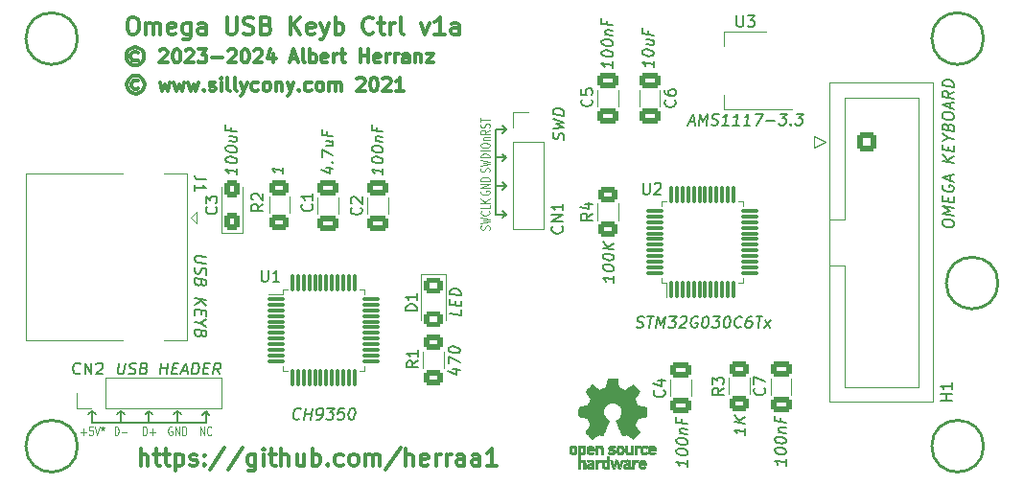
<source format=gto>
G04 #@! TF.GenerationSoftware,KiCad,Pcbnew,7.0.10-7.0.10~ubuntu20.04.1*
G04 #@! TF.CreationDate,2024-01-07T18:49:02+01:00*
G04 #@! TF.ProjectId,msx-omega-usbkeybctrl,6d73782d-6f6d-4656-9761-2d7573626b65,A*
G04 #@! TF.SameCoordinates,Original*
G04 #@! TF.FileFunction,Legend,Top*
G04 #@! TF.FilePolarity,Positive*
%FSLAX46Y46*%
G04 Gerber Fmt 4.6, Leading zero omitted, Abs format (unit mm)*
G04 Created by KiCad (PCBNEW 7.0.10-7.0.10~ubuntu20.04.1) date 2024-01-07 18:49:02*
%MOMM*%
%LPD*%
G01*
G04 APERTURE LIST*
G04 Aperture macros list*
%AMRoundRect*
0 Rectangle with rounded corners*
0 $1 Rounding radius*
0 $2 $3 $4 $5 $6 $7 $8 $9 X,Y pos of 4 corners*
0 Add a 4 corners polygon primitive as box body*
4,1,4,$2,$3,$4,$5,$6,$7,$8,$9,$2,$3,0*
0 Add four circle primitives for the rounded corners*
1,1,$1+$1,$2,$3*
1,1,$1+$1,$4,$5*
1,1,$1+$1,$6,$7*
1,1,$1+$1,$8,$9*
0 Add four rect primitives between the rounded corners*
20,1,$1+$1,$2,$3,$4,$5,0*
20,1,$1+$1,$4,$5,$6,$7,0*
20,1,$1+$1,$6,$7,$8,$9,0*
20,1,$1+$1,$8,$9,$2,$3,0*%
G04 Aperture macros list end*
%ADD10C,0.150000*%
%ADD11C,0.100000*%
%ADD12C,0.300000*%
%ADD13C,0.200000*%
%ADD14C,0.120000*%
%ADD15C,0.254000*%
%ADD16C,0.010000*%
%ADD17RoundRect,0.250000X-0.625000X0.400000X-0.625000X-0.400000X0.625000X-0.400000X0.625000X0.400000X0*%
%ADD18RoundRect,0.250000X0.650000X-0.412500X0.650000X0.412500X-0.650000X0.412500X-0.650000X-0.412500X0*%
%ADD19R,2.000000X1.500000*%
%ADD20R,2.000000X3.800000*%
%ADD21RoundRect,0.075000X-0.662500X-0.075000X0.662500X-0.075000X0.662500X0.075000X-0.662500X0.075000X0*%
%ADD22RoundRect,0.075000X-0.075000X-0.662500X0.075000X-0.662500X0.075000X0.662500X-0.075000X0.662500X0*%
%ADD23C,4.064000*%
%ADD24R,1.700000X1.700000*%
%ADD25O,1.700000X1.700000*%
%ADD26RoundRect,0.250000X-0.600000X-0.600000X0.600000X-0.600000X0.600000X0.600000X-0.600000X0.600000X0*%
%ADD27C,1.700000*%
%ADD28R,1.524000X1.524000*%
%ADD29C,1.524000*%
%ADD30C,3.500000*%
%ADD31RoundRect,0.250000X0.425000X-0.537500X0.425000X0.537500X-0.425000X0.537500X-0.425000X-0.537500X0*%
%ADD32RoundRect,0.250000X0.625000X-0.400000X0.625000X0.400000X-0.625000X0.400000X-0.625000X-0.400000X0*%
%ADD33RoundRect,0.250000X-0.650000X0.412500X-0.650000X-0.412500X0.650000X-0.412500X0.650000X0.412500X0*%
%ADD34RoundRect,0.075000X0.075000X-0.662500X0.075000X0.662500X-0.075000X0.662500X-0.075000X-0.662500X0*%
%ADD35RoundRect,0.075000X0.662500X-0.075000X0.662500X0.075000X-0.662500X0.075000X-0.662500X-0.075000X0*%
%ADD36RoundRect,0.250001X-0.624999X0.462499X-0.624999X-0.462499X0.624999X-0.462499X0.624999X0.462499X0*%
G04 APERTURE END LIST*
D10*
X61382500Y-94035000D02*
X61382500Y-93082500D01*
X56382500Y-93082500D02*
X56382500Y-94035000D01*
X92917500Y-70717500D02*
X92600000Y-71035000D01*
X91965000Y-75717500D02*
X92917500Y-75717500D01*
X63882500Y-93082500D02*
X64200000Y-93400000D01*
X66400000Y-93123750D02*
X66717500Y-93441250D01*
X58565000Y-93400000D02*
X58882500Y-93082500D01*
X63565000Y-93400000D02*
X63882500Y-93082500D01*
X92917500Y-75717500D02*
X92600000Y-76035000D01*
X92917500Y-73217500D02*
X92600000Y-73535000D01*
X92600000Y-72900000D02*
X92917500Y-73217500D01*
X58882500Y-94035000D02*
X58882500Y-93082500D01*
X92917500Y-68217500D02*
X91965000Y-68217500D01*
X63882500Y-94100000D02*
X63882500Y-93082500D01*
X56382500Y-93082500D02*
X56700000Y-93400000D01*
X66082500Y-93441250D02*
X66400000Y-93123750D01*
X91965000Y-68217500D02*
X91965000Y-75717500D01*
X92600000Y-70400000D02*
X92917500Y-70717500D01*
X56400000Y-94100000D02*
X66400000Y-94100000D01*
X58882500Y-93082500D02*
X59200000Y-93400000D01*
X66400000Y-94076250D02*
X66400000Y-93123750D01*
X61382500Y-93082500D02*
X61700000Y-93400000D01*
X61065000Y-93400000D02*
X61382500Y-93082500D01*
X91965000Y-70717500D02*
X92917500Y-70717500D01*
X92917500Y-68217500D02*
X92600000Y-68535000D01*
X92600000Y-75400000D02*
X92917500Y-75717500D01*
X91965000Y-73217500D02*
X92917500Y-73217500D01*
X92600000Y-67900000D02*
X92917500Y-68217500D01*
X56065000Y-93400000D02*
X56382500Y-93082500D01*
D11*
X91426800Y-71988928D02*
X91464895Y-71903214D01*
X91464895Y-71903214D02*
X91464895Y-71760356D01*
X91464895Y-71760356D02*
X91426800Y-71703214D01*
X91426800Y-71703214D02*
X91388704Y-71674642D01*
X91388704Y-71674642D02*
X91312514Y-71646071D01*
X91312514Y-71646071D02*
X91236323Y-71646071D01*
X91236323Y-71646071D02*
X91160133Y-71674642D01*
X91160133Y-71674642D02*
X91122038Y-71703214D01*
X91122038Y-71703214D02*
X91083942Y-71760356D01*
X91083942Y-71760356D02*
X91045847Y-71874642D01*
X91045847Y-71874642D02*
X91007752Y-71931785D01*
X91007752Y-71931785D02*
X90969657Y-71960356D01*
X90969657Y-71960356D02*
X90893466Y-71988928D01*
X90893466Y-71988928D02*
X90817276Y-71988928D01*
X90817276Y-71988928D02*
X90741085Y-71960356D01*
X90741085Y-71960356D02*
X90702990Y-71931785D01*
X90702990Y-71931785D02*
X90664895Y-71874642D01*
X90664895Y-71874642D02*
X90664895Y-71731785D01*
X90664895Y-71731785D02*
X90702990Y-71646071D01*
X90664895Y-71446070D02*
X91464895Y-71303213D01*
X91464895Y-71303213D02*
X90893466Y-71188927D01*
X90893466Y-71188927D02*
X91464895Y-71074642D01*
X91464895Y-71074642D02*
X90664895Y-70931785D01*
X91464895Y-70703213D02*
X90664895Y-70703213D01*
X90664895Y-70703213D02*
X90664895Y-70560356D01*
X90664895Y-70560356D02*
X90702990Y-70474642D01*
X90702990Y-70474642D02*
X90779180Y-70417499D01*
X90779180Y-70417499D02*
X90855371Y-70388928D01*
X90855371Y-70388928D02*
X91007752Y-70360356D01*
X91007752Y-70360356D02*
X91122038Y-70360356D01*
X91122038Y-70360356D02*
X91274419Y-70388928D01*
X91274419Y-70388928D02*
X91350609Y-70417499D01*
X91350609Y-70417499D02*
X91426800Y-70474642D01*
X91426800Y-70474642D02*
X91464895Y-70560356D01*
X91464895Y-70560356D02*
X91464895Y-70703213D01*
X91464895Y-70103213D02*
X90664895Y-70103213D01*
X90664895Y-69703214D02*
X90664895Y-69588928D01*
X90664895Y-69588928D02*
X90702990Y-69531785D01*
X90702990Y-69531785D02*
X90779180Y-69474642D01*
X90779180Y-69474642D02*
X90931561Y-69446071D01*
X90931561Y-69446071D02*
X91198228Y-69446071D01*
X91198228Y-69446071D02*
X91350609Y-69474642D01*
X91350609Y-69474642D02*
X91426800Y-69531785D01*
X91426800Y-69531785D02*
X91464895Y-69588928D01*
X91464895Y-69588928D02*
X91464895Y-69703214D01*
X91464895Y-69703214D02*
X91426800Y-69760357D01*
X91426800Y-69760357D02*
X91350609Y-69817499D01*
X91350609Y-69817499D02*
X91198228Y-69846071D01*
X91198228Y-69846071D02*
X90931561Y-69846071D01*
X90931561Y-69846071D02*
X90779180Y-69817499D01*
X90779180Y-69817499D02*
X90702990Y-69760357D01*
X90702990Y-69760357D02*
X90664895Y-69703214D01*
X58353929Y-95264895D02*
X58353929Y-94464895D01*
X58353929Y-94464895D02*
X58496786Y-94464895D01*
X58496786Y-94464895D02*
X58582500Y-94502990D01*
X58582500Y-94502990D02*
X58639643Y-94579180D01*
X58639643Y-94579180D02*
X58668214Y-94655371D01*
X58668214Y-94655371D02*
X58696786Y-94807752D01*
X58696786Y-94807752D02*
X58696786Y-94922038D01*
X58696786Y-94922038D02*
X58668214Y-95074419D01*
X58668214Y-95074419D02*
X58639643Y-95150609D01*
X58639643Y-95150609D02*
X58582500Y-95226800D01*
X58582500Y-95226800D02*
X58496786Y-95264895D01*
X58496786Y-95264895D02*
X58353929Y-95264895D01*
X58953929Y-94960133D02*
X59411072Y-94960133D01*
X60853929Y-95264895D02*
X60853929Y-94464895D01*
X60853929Y-94464895D02*
X60996786Y-94464895D01*
X60996786Y-94464895D02*
X61082500Y-94502990D01*
X61082500Y-94502990D02*
X61139643Y-94579180D01*
X61139643Y-94579180D02*
X61168214Y-94655371D01*
X61168214Y-94655371D02*
X61196786Y-94807752D01*
X61196786Y-94807752D02*
X61196786Y-94922038D01*
X61196786Y-94922038D02*
X61168214Y-95074419D01*
X61168214Y-95074419D02*
X61139643Y-95150609D01*
X61139643Y-95150609D02*
X61082500Y-95226800D01*
X61082500Y-95226800D02*
X60996786Y-95264895D01*
X60996786Y-95264895D02*
X60853929Y-95264895D01*
X61453929Y-94960133D02*
X61911072Y-94960133D01*
X61682500Y-95264895D02*
X61682500Y-94655371D01*
D12*
X59840225Y-58300828D02*
X60125939Y-58300828D01*
X60125939Y-58300828D02*
X60268796Y-58372257D01*
X60268796Y-58372257D02*
X60411653Y-58515114D01*
X60411653Y-58515114D02*
X60483082Y-58800828D01*
X60483082Y-58800828D02*
X60483082Y-59300828D01*
X60483082Y-59300828D02*
X60411653Y-59586542D01*
X60411653Y-59586542D02*
X60268796Y-59729400D01*
X60268796Y-59729400D02*
X60125939Y-59800828D01*
X60125939Y-59800828D02*
X59840225Y-59800828D01*
X59840225Y-59800828D02*
X59697368Y-59729400D01*
X59697368Y-59729400D02*
X59554510Y-59586542D01*
X59554510Y-59586542D02*
X59483082Y-59300828D01*
X59483082Y-59300828D02*
X59483082Y-58800828D01*
X59483082Y-58800828D02*
X59554510Y-58515114D01*
X59554510Y-58515114D02*
X59697368Y-58372257D01*
X59697368Y-58372257D02*
X59840225Y-58300828D01*
X61125939Y-59800828D02*
X61125939Y-58800828D01*
X61125939Y-58943685D02*
X61197368Y-58872257D01*
X61197368Y-58872257D02*
X61340225Y-58800828D01*
X61340225Y-58800828D02*
X61554511Y-58800828D01*
X61554511Y-58800828D02*
X61697368Y-58872257D01*
X61697368Y-58872257D02*
X61768797Y-59015114D01*
X61768797Y-59015114D02*
X61768797Y-59800828D01*
X61768797Y-59015114D02*
X61840225Y-58872257D01*
X61840225Y-58872257D02*
X61983082Y-58800828D01*
X61983082Y-58800828D02*
X62197368Y-58800828D01*
X62197368Y-58800828D02*
X62340225Y-58872257D01*
X62340225Y-58872257D02*
X62411654Y-59015114D01*
X62411654Y-59015114D02*
X62411654Y-59800828D01*
X63697368Y-59729400D02*
X63554511Y-59800828D01*
X63554511Y-59800828D02*
X63268797Y-59800828D01*
X63268797Y-59800828D02*
X63125939Y-59729400D01*
X63125939Y-59729400D02*
X63054511Y-59586542D01*
X63054511Y-59586542D02*
X63054511Y-59015114D01*
X63054511Y-59015114D02*
X63125939Y-58872257D01*
X63125939Y-58872257D02*
X63268797Y-58800828D01*
X63268797Y-58800828D02*
X63554511Y-58800828D01*
X63554511Y-58800828D02*
X63697368Y-58872257D01*
X63697368Y-58872257D02*
X63768797Y-59015114D01*
X63768797Y-59015114D02*
X63768797Y-59157971D01*
X63768797Y-59157971D02*
X63054511Y-59300828D01*
X65054511Y-58800828D02*
X65054511Y-60015114D01*
X65054511Y-60015114D02*
X64983082Y-60157971D01*
X64983082Y-60157971D02*
X64911653Y-60229400D01*
X64911653Y-60229400D02*
X64768796Y-60300828D01*
X64768796Y-60300828D02*
X64554511Y-60300828D01*
X64554511Y-60300828D02*
X64411653Y-60229400D01*
X65054511Y-59729400D02*
X64911653Y-59800828D01*
X64911653Y-59800828D02*
X64625939Y-59800828D01*
X64625939Y-59800828D02*
X64483082Y-59729400D01*
X64483082Y-59729400D02*
X64411653Y-59657971D01*
X64411653Y-59657971D02*
X64340225Y-59515114D01*
X64340225Y-59515114D02*
X64340225Y-59086542D01*
X64340225Y-59086542D02*
X64411653Y-58943685D01*
X64411653Y-58943685D02*
X64483082Y-58872257D01*
X64483082Y-58872257D02*
X64625939Y-58800828D01*
X64625939Y-58800828D02*
X64911653Y-58800828D01*
X64911653Y-58800828D02*
X65054511Y-58872257D01*
X66411654Y-59800828D02*
X66411654Y-59015114D01*
X66411654Y-59015114D02*
X66340225Y-58872257D01*
X66340225Y-58872257D02*
X66197368Y-58800828D01*
X66197368Y-58800828D02*
X65911654Y-58800828D01*
X65911654Y-58800828D02*
X65768796Y-58872257D01*
X66411654Y-59729400D02*
X66268796Y-59800828D01*
X66268796Y-59800828D02*
X65911654Y-59800828D01*
X65911654Y-59800828D02*
X65768796Y-59729400D01*
X65768796Y-59729400D02*
X65697368Y-59586542D01*
X65697368Y-59586542D02*
X65697368Y-59443685D01*
X65697368Y-59443685D02*
X65768796Y-59300828D01*
X65768796Y-59300828D02*
X65911654Y-59229400D01*
X65911654Y-59229400D02*
X66268796Y-59229400D01*
X66268796Y-59229400D02*
X66411654Y-59157971D01*
X68268796Y-58300828D02*
X68268796Y-59515114D01*
X68268796Y-59515114D02*
X68340225Y-59657971D01*
X68340225Y-59657971D02*
X68411654Y-59729400D01*
X68411654Y-59729400D02*
X68554511Y-59800828D01*
X68554511Y-59800828D02*
X68840225Y-59800828D01*
X68840225Y-59800828D02*
X68983082Y-59729400D01*
X68983082Y-59729400D02*
X69054511Y-59657971D01*
X69054511Y-59657971D02*
X69125939Y-59515114D01*
X69125939Y-59515114D02*
X69125939Y-58300828D01*
X69768797Y-59729400D02*
X69983083Y-59800828D01*
X69983083Y-59800828D02*
X70340225Y-59800828D01*
X70340225Y-59800828D02*
X70483083Y-59729400D01*
X70483083Y-59729400D02*
X70554511Y-59657971D01*
X70554511Y-59657971D02*
X70625940Y-59515114D01*
X70625940Y-59515114D02*
X70625940Y-59372257D01*
X70625940Y-59372257D02*
X70554511Y-59229400D01*
X70554511Y-59229400D02*
X70483083Y-59157971D01*
X70483083Y-59157971D02*
X70340225Y-59086542D01*
X70340225Y-59086542D02*
X70054511Y-59015114D01*
X70054511Y-59015114D02*
X69911654Y-58943685D01*
X69911654Y-58943685D02*
X69840225Y-58872257D01*
X69840225Y-58872257D02*
X69768797Y-58729400D01*
X69768797Y-58729400D02*
X69768797Y-58586542D01*
X69768797Y-58586542D02*
X69840225Y-58443685D01*
X69840225Y-58443685D02*
X69911654Y-58372257D01*
X69911654Y-58372257D02*
X70054511Y-58300828D01*
X70054511Y-58300828D02*
X70411654Y-58300828D01*
X70411654Y-58300828D02*
X70625940Y-58372257D01*
X71768796Y-59015114D02*
X71983082Y-59086542D01*
X71983082Y-59086542D02*
X72054511Y-59157971D01*
X72054511Y-59157971D02*
X72125939Y-59300828D01*
X72125939Y-59300828D02*
X72125939Y-59515114D01*
X72125939Y-59515114D02*
X72054511Y-59657971D01*
X72054511Y-59657971D02*
X71983082Y-59729400D01*
X71983082Y-59729400D02*
X71840225Y-59800828D01*
X71840225Y-59800828D02*
X71268796Y-59800828D01*
X71268796Y-59800828D02*
X71268796Y-58300828D01*
X71268796Y-58300828D02*
X71768796Y-58300828D01*
X71768796Y-58300828D02*
X71911654Y-58372257D01*
X71911654Y-58372257D02*
X71983082Y-58443685D01*
X71983082Y-58443685D02*
X72054511Y-58586542D01*
X72054511Y-58586542D02*
X72054511Y-58729400D01*
X72054511Y-58729400D02*
X71983082Y-58872257D01*
X71983082Y-58872257D02*
X71911654Y-58943685D01*
X71911654Y-58943685D02*
X71768796Y-59015114D01*
X71768796Y-59015114D02*
X71268796Y-59015114D01*
X73911653Y-59800828D02*
X73911653Y-58300828D01*
X74768796Y-59800828D02*
X74125939Y-58943685D01*
X74768796Y-58300828D02*
X73911653Y-59157971D01*
X75983082Y-59729400D02*
X75840225Y-59800828D01*
X75840225Y-59800828D02*
X75554511Y-59800828D01*
X75554511Y-59800828D02*
X75411653Y-59729400D01*
X75411653Y-59729400D02*
X75340225Y-59586542D01*
X75340225Y-59586542D02*
X75340225Y-59015114D01*
X75340225Y-59015114D02*
X75411653Y-58872257D01*
X75411653Y-58872257D02*
X75554511Y-58800828D01*
X75554511Y-58800828D02*
X75840225Y-58800828D01*
X75840225Y-58800828D02*
X75983082Y-58872257D01*
X75983082Y-58872257D02*
X76054511Y-59015114D01*
X76054511Y-59015114D02*
X76054511Y-59157971D01*
X76054511Y-59157971D02*
X75340225Y-59300828D01*
X76554510Y-58800828D02*
X76911653Y-59800828D01*
X77268796Y-58800828D02*
X76911653Y-59800828D01*
X76911653Y-59800828D02*
X76768796Y-60157971D01*
X76768796Y-60157971D02*
X76697367Y-60229400D01*
X76697367Y-60229400D02*
X76554510Y-60300828D01*
X77840224Y-59800828D02*
X77840224Y-58300828D01*
X77840224Y-58872257D02*
X77983082Y-58800828D01*
X77983082Y-58800828D02*
X78268796Y-58800828D01*
X78268796Y-58800828D02*
X78411653Y-58872257D01*
X78411653Y-58872257D02*
X78483082Y-58943685D01*
X78483082Y-58943685D02*
X78554510Y-59086542D01*
X78554510Y-59086542D02*
X78554510Y-59515114D01*
X78554510Y-59515114D02*
X78483082Y-59657971D01*
X78483082Y-59657971D02*
X78411653Y-59729400D01*
X78411653Y-59729400D02*
X78268796Y-59800828D01*
X78268796Y-59800828D02*
X77983082Y-59800828D01*
X77983082Y-59800828D02*
X77840224Y-59729400D01*
X81197367Y-59657971D02*
X81125939Y-59729400D01*
X81125939Y-59729400D02*
X80911653Y-59800828D01*
X80911653Y-59800828D02*
X80768796Y-59800828D01*
X80768796Y-59800828D02*
X80554510Y-59729400D01*
X80554510Y-59729400D02*
X80411653Y-59586542D01*
X80411653Y-59586542D02*
X80340224Y-59443685D01*
X80340224Y-59443685D02*
X80268796Y-59157971D01*
X80268796Y-59157971D02*
X80268796Y-58943685D01*
X80268796Y-58943685D02*
X80340224Y-58657971D01*
X80340224Y-58657971D02*
X80411653Y-58515114D01*
X80411653Y-58515114D02*
X80554510Y-58372257D01*
X80554510Y-58372257D02*
X80768796Y-58300828D01*
X80768796Y-58300828D02*
X80911653Y-58300828D01*
X80911653Y-58300828D02*
X81125939Y-58372257D01*
X81125939Y-58372257D02*
X81197367Y-58443685D01*
X81625939Y-58800828D02*
X82197367Y-58800828D01*
X81840224Y-58300828D02*
X81840224Y-59586542D01*
X81840224Y-59586542D02*
X81911653Y-59729400D01*
X81911653Y-59729400D02*
X82054510Y-59800828D01*
X82054510Y-59800828D02*
X82197367Y-59800828D01*
X82697367Y-59800828D02*
X82697367Y-58800828D01*
X82697367Y-59086542D02*
X82768796Y-58943685D01*
X82768796Y-58943685D02*
X82840225Y-58872257D01*
X82840225Y-58872257D02*
X82983082Y-58800828D01*
X82983082Y-58800828D02*
X83125939Y-58800828D01*
X83840224Y-59800828D02*
X83697367Y-59729400D01*
X83697367Y-59729400D02*
X83625938Y-59586542D01*
X83625938Y-59586542D02*
X83625938Y-58300828D01*
X85411652Y-58800828D02*
X85768795Y-59800828D01*
X85768795Y-59800828D02*
X86125938Y-58800828D01*
X87483081Y-59800828D02*
X86625938Y-59800828D01*
X87054509Y-59800828D02*
X87054509Y-58300828D01*
X87054509Y-58300828D02*
X86911652Y-58515114D01*
X86911652Y-58515114D02*
X86768795Y-58657971D01*
X86768795Y-58657971D02*
X86625938Y-58729400D01*
X88768795Y-59800828D02*
X88768795Y-59015114D01*
X88768795Y-59015114D02*
X88697366Y-58872257D01*
X88697366Y-58872257D02*
X88554509Y-58800828D01*
X88554509Y-58800828D02*
X88268795Y-58800828D01*
X88268795Y-58800828D02*
X88125937Y-58872257D01*
X88768795Y-59729400D02*
X88625937Y-59800828D01*
X88625937Y-59800828D02*
X88268795Y-59800828D01*
X88268795Y-59800828D02*
X88125937Y-59729400D01*
X88125937Y-59729400D02*
X88054509Y-59586542D01*
X88054509Y-59586542D02*
X88054509Y-59443685D01*
X88054509Y-59443685D02*
X88125937Y-59300828D01*
X88125937Y-59300828D02*
X88268795Y-59229400D01*
X88268795Y-59229400D02*
X88625937Y-59229400D01*
X88625937Y-59229400D02*
X88768795Y-59157971D01*
D11*
X65928572Y-95264895D02*
X65928572Y-94464895D01*
X65928572Y-94464895D02*
X66271429Y-95264895D01*
X66271429Y-95264895D02*
X66271429Y-94464895D01*
X66900000Y-95188704D02*
X66871428Y-95226800D01*
X66871428Y-95226800D02*
X66785714Y-95264895D01*
X66785714Y-95264895D02*
X66728571Y-95264895D01*
X66728571Y-95264895D02*
X66642857Y-95226800D01*
X66642857Y-95226800D02*
X66585714Y-95150609D01*
X66585714Y-95150609D02*
X66557143Y-95074419D01*
X66557143Y-95074419D02*
X66528571Y-94922038D01*
X66528571Y-94922038D02*
X66528571Y-94807752D01*
X66528571Y-94807752D02*
X66557143Y-94655371D01*
X66557143Y-94655371D02*
X66585714Y-94579180D01*
X66585714Y-94579180D02*
X66642857Y-94502990D01*
X66642857Y-94502990D02*
X66728571Y-94464895D01*
X66728571Y-94464895D02*
X66785714Y-94464895D01*
X66785714Y-94464895D02*
X66871428Y-94502990D01*
X66871428Y-94502990D02*
X66900000Y-94541085D01*
D12*
X60654510Y-97900828D02*
X60654510Y-96400828D01*
X61297368Y-97900828D02*
X61297368Y-97115114D01*
X61297368Y-97115114D02*
X61225939Y-96972257D01*
X61225939Y-96972257D02*
X61083082Y-96900828D01*
X61083082Y-96900828D02*
X60868796Y-96900828D01*
X60868796Y-96900828D02*
X60725939Y-96972257D01*
X60725939Y-96972257D02*
X60654510Y-97043685D01*
X61797368Y-96900828D02*
X62368796Y-96900828D01*
X62011653Y-96400828D02*
X62011653Y-97686542D01*
X62011653Y-97686542D02*
X62083082Y-97829400D01*
X62083082Y-97829400D02*
X62225939Y-97900828D01*
X62225939Y-97900828D02*
X62368796Y-97900828D01*
X62654511Y-96900828D02*
X63225939Y-96900828D01*
X62868796Y-96400828D02*
X62868796Y-97686542D01*
X62868796Y-97686542D02*
X62940225Y-97829400D01*
X62940225Y-97829400D02*
X63083082Y-97900828D01*
X63083082Y-97900828D02*
X63225939Y-97900828D01*
X63725939Y-96900828D02*
X63725939Y-98400828D01*
X63725939Y-96972257D02*
X63868797Y-96900828D01*
X63868797Y-96900828D02*
X64154511Y-96900828D01*
X64154511Y-96900828D02*
X64297368Y-96972257D01*
X64297368Y-96972257D02*
X64368797Y-97043685D01*
X64368797Y-97043685D02*
X64440225Y-97186542D01*
X64440225Y-97186542D02*
X64440225Y-97615114D01*
X64440225Y-97615114D02*
X64368797Y-97757971D01*
X64368797Y-97757971D02*
X64297368Y-97829400D01*
X64297368Y-97829400D02*
X64154511Y-97900828D01*
X64154511Y-97900828D02*
X63868797Y-97900828D01*
X63868797Y-97900828D02*
X63725939Y-97829400D01*
X65011654Y-97829400D02*
X65154511Y-97900828D01*
X65154511Y-97900828D02*
X65440225Y-97900828D01*
X65440225Y-97900828D02*
X65583082Y-97829400D01*
X65583082Y-97829400D02*
X65654511Y-97686542D01*
X65654511Y-97686542D02*
X65654511Y-97615114D01*
X65654511Y-97615114D02*
X65583082Y-97472257D01*
X65583082Y-97472257D02*
X65440225Y-97400828D01*
X65440225Y-97400828D02*
X65225940Y-97400828D01*
X65225940Y-97400828D02*
X65083082Y-97329400D01*
X65083082Y-97329400D02*
X65011654Y-97186542D01*
X65011654Y-97186542D02*
X65011654Y-97115114D01*
X65011654Y-97115114D02*
X65083082Y-96972257D01*
X65083082Y-96972257D02*
X65225940Y-96900828D01*
X65225940Y-96900828D02*
X65440225Y-96900828D01*
X65440225Y-96900828D02*
X65583082Y-96972257D01*
X66297368Y-97757971D02*
X66368797Y-97829400D01*
X66368797Y-97829400D02*
X66297368Y-97900828D01*
X66297368Y-97900828D02*
X66225940Y-97829400D01*
X66225940Y-97829400D02*
X66297368Y-97757971D01*
X66297368Y-97757971D02*
X66297368Y-97900828D01*
X66297368Y-96972257D02*
X66368797Y-97043685D01*
X66368797Y-97043685D02*
X66297368Y-97115114D01*
X66297368Y-97115114D02*
X66225940Y-97043685D01*
X66225940Y-97043685D02*
X66297368Y-96972257D01*
X66297368Y-96972257D02*
X66297368Y-97115114D01*
X68083083Y-96329400D02*
X66797369Y-98257971D01*
X69654512Y-96329400D02*
X68368798Y-98257971D01*
X70797370Y-96900828D02*
X70797370Y-98115114D01*
X70797370Y-98115114D02*
X70725941Y-98257971D01*
X70725941Y-98257971D02*
X70654512Y-98329400D01*
X70654512Y-98329400D02*
X70511655Y-98400828D01*
X70511655Y-98400828D02*
X70297370Y-98400828D01*
X70297370Y-98400828D02*
X70154512Y-98329400D01*
X70797370Y-97829400D02*
X70654512Y-97900828D01*
X70654512Y-97900828D02*
X70368798Y-97900828D01*
X70368798Y-97900828D02*
X70225941Y-97829400D01*
X70225941Y-97829400D02*
X70154512Y-97757971D01*
X70154512Y-97757971D02*
X70083084Y-97615114D01*
X70083084Y-97615114D02*
X70083084Y-97186542D01*
X70083084Y-97186542D02*
X70154512Y-97043685D01*
X70154512Y-97043685D02*
X70225941Y-96972257D01*
X70225941Y-96972257D02*
X70368798Y-96900828D01*
X70368798Y-96900828D02*
X70654512Y-96900828D01*
X70654512Y-96900828D02*
X70797370Y-96972257D01*
X71511655Y-97900828D02*
X71511655Y-96900828D01*
X71511655Y-96400828D02*
X71440227Y-96472257D01*
X71440227Y-96472257D02*
X71511655Y-96543685D01*
X71511655Y-96543685D02*
X71583084Y-96472257D01*
X71583084Y-96472257D02*
X71511655Y-96400828D01*
X71511655Y-96400828D02*
X71511655Y-96543685D01*
X72011656Y-96900828D02*
X72583084Y-96900828D01*
X72225941Y-96400828D02*
X72225941Y-97686542D01*
X72225941Y-97686542D02*
X72297370Y-97829400D01*
X72297370Y-97829400D02*
X72440227Y-97900828D01*
X72440227Y-97900828D02*
X72583084Y-97900828D01*
X73083084Y-97900828D02*
X73083084Y-96400828D01*
X73725942Y-97900828D02*
X73725942Y-97115114D01*
X73725942Y-97115114D02*
X73654513Y-96972257D01*
X73654513Y-96972257D02*
X73511656Y-96900828D01*
X73511656Y-96900828D02*
X73297370Y-96900828D01*
X73297370Y-96900828D02*
X73154513Y-96972257D01*
X73154513Y-96972257D02*
X73083084Y-97043685D01*
X75083085Y-96900828D02*
X75083085Y-97900828D01*
X74440227Y-96900828D02*
X74440227Y-97686542D01*
X74440227Y-97686542D02*
X74511656Y-97829400D01*
X74511656Y-97829400D02*
X74654513Y-97900828D01*
X74654513Y-97900828D02*
X74868799Y-97900828D01*
X74868799Y-97900828D02*
X75011656Y-97829400D01*
X75011656Y-97829400D02*
X75083085Y-97757971D01*
X75797370Y-97900828D02*
X75797370Y-96400828D01*
X75797370Y-96972257D02*
X75940228Y-96900828D01*
X75940228Y-96900828D02*
X76225942Y-96900828D01*
X76225942Y-96900828D02*
X76368799Y-96972257D01*
X76368799Y-96972257D02*
X76440228Y-97043685D01*
X76440228Y-97043685D02*
X76511656Y-97186542D01*
X76511656Y-97186542D02*
X76511656Y-97615114D01*
X76511656Y-97615114D02*
X76440228Y-97757971D01*
X76440228Y-97757971D02*
X76368799Y-97829400D01*
X76368799Y-97829400D02*
X76225942Y-97900828D01*
X76225942Y-97900828D02*
X75940228Y-97900828D01*
X75940228Y-97900828D02*
X75797370Y-97829400D01*
X77154513Y-97757971D02*
X77225942Y-97829400D01*
X77225942Y-97829400D02*
X77154513Y-97900828D01*
X77154513Y-97900828D02*
X77083085Y-97829400D01*
X77083085Y-97829400D02*
X77154513Y-97757971D01*
X77154513Y-97757971D02*
X77154513Y-97900828D01*
X78511657Y-97829400D02*
X78368799Y-97900828D01*
X78368799Y-97900828D02*
X78083085Y-97900828D01*
X78083085Y-97900828D02*
X77940228Y-97829400D01*
X77940228Y-97829400D02*
X77868799Y-97757971D01*
X77868799Y-97757971D02*
X77797371Y-97615114D01*
X77797371Y-97615114D02*
X77797371Y-97186542D01*
X77797371Y-97186542D02*
X77868799Y-97043685D01*
X77868799Y-97043685D02*
X77940228Y-96972257D01*
X77940228Y-96972257D02*
X78083085Y-96900828D01*
X78083085Y-96900828D02*
X78368799Y-96900828D01*
X78368799Y-96900828D02*
X78511657Y-96972257D01*
X79368799Y-97900828D02*
X79225942Y-97829400D01*
X79225942Y-97829400D02*
X79154513Y-97757971D01*
X79154513Y-97757971D02*
X79083085Y-97615114D01*
X79083085Y-97615114D02*
X79083085Y-97186542D01*
X79083085Y-97186542D02*
X79154513Y-97043685D01*
X79154513Y-97043685D02*
X79225942Y-96972257D01*
X79225942Y-96972257D02*
X79368799Y-96900828D01*
X79368799Y-96900828D02*
X79583085Y-96900828D01*
X79583085Y-96900828D02*
X79725942Y-96972257D01*
X79725942Y-96972257D02*
X79797371Y-97043685D01*
X79797371Y-97043685D02*
X79868799Y-97186542D01*
X79868799Y-97186542D02*
X79868799Y-97615114D01*
X79868799Y-97615114D02*
X79797371Y-97757971D01*
X79797371Y-97757971D02*
X79725942Y-97829400D01*
X79725942Y-97829400D02*
X79583085Y-97900828D01*
X79583085Y-97900828D02*
X79368799Y-97900828D01*
X80511656Y-97900828D02*
X80511656Y-96900828D01*
X80511656Y-97043685D02*
X80583085Y-96972257D01*
X80583085Y-96972257D02*
X80725942Y-96900828D01*
X80725942Y-96900828D02*
X80940228Y-96900828D01*
X80940228Y-96900828D02*
X81083085Y-96972257D01*
X81083085Y-96972257D02*
X81154514Y-97115114D01*
X81154514Y-97115114D02*
X81154514Y-97900828D01*
X81154514Y-97115114D02*
X81225942Y-96972257D01*
X81225942Y-96972257D02*
X81368799Y-96900828D01*
X81368799Y-96900828D02*
X81583085Y-96900828D01*
X81583085Y-96900828D02*
X81725942Y-96972257D01*
X81725942Y-96972257D02*
X81797371Y-97115114D01*
X81797371Y-97115114D02*
X81797371Y-97900828D01*
X83583085Y-96329400D02*
X82297371Y-98257971D01*
X84083085Y-97900828D02*
X84083085Y-96400828D01*
X84725943Y-97900828D02*
X84725943Y-97115114D01*
X84725943Y-97115114D02*
X84654514Y-96972257D01*
X84654514Y-96972257D02*
X84511657Y-96900828D01*
X84511657Y-96900828D02*
X84297371Y-96900828D01*
X84297371Y-96900828D02*
X84154514Y-96972257D01*
X84154514Y-96972257D02*
X84083085Y-97043685D01*
X86011657Y-97829400D02*
X85868800Y-97900828D01*
X85868800Y-97900828D02*
X85583086Y-97900828D01*
X85583086Y-97900828D02*
X85440228Y-97829400D01*
X85440228Y-97829400D02*
X85368800Y-97686542D01*
X85368800Y-97686542D02*
X85368800Y-97115114D01*
X85368800Y-97115114D02*
X85440228Y-96972257D01*
X85440228Y-96972257D02*
X85583086Y-96900828D01*
X85583086Y-96900828D02*
X85868800Y-96900828D01*
X85868800Y-96900828D02*
X86011657Y-96972257D01*
X86011657Y-96972257D02*
X86083086Y-97115114D01*
X86083086Y-97115114D02*
X86083086Y-97257971D01*
X86083086Y-97257971D02*
X85368800Y-97400828D01*
X86725942Y-97900828D02*
X86725942Y-96900828D01*
X86725942Y-97186542D02*
X86797371Y-97043685D01*
X86797371Y-97043685D02*
X86868800Y-96972257D01*
X86868800Y-96972257D02*
X87011657Y-96900828D01*
X87011657Y-96900828D02*
X87154514Y-96900828D01*
X87654513Y-97900828D02*
X87654513Y-96900828D01*
X87654513Y-97186542D02*
X87725942Y-97043685D01*
X87725942Y-97043685D02*
X87797371Y-96972257D01*
X87797371Y-96972257D02*
X87940228Y-96900828D01*
X87940228Y-96900828D02*
X88083085Y-96900828D01*
X89225942Y-97900828D02*
X89225942Y-97115114D01*
X89225942Y-97115114D02*
X89154513Y-96972257D01*
X89154513Y-96972257D02*
X89011656Y-96900828D01*
X89011656Y-96900828D02*
X88725942Y-96900828D01*
X88725942Y-96900828D02*
X88583084Y-96972257D01*
X89225942Y-97829400D02*
X89083084Y-97900828D01*
X89083084Y-97900828D02*
X88725942Y-97900828D01*
X88725942Y-97900828D02*
X88583084Y-97829400D01*
X88583084Y-97829400D02*
X88511656Y-97686542D01*
X88511656Y-97686542D02*
X88511656Y-97543685D01*
X88511656Y-97543685D02*
X88583084Y-97400828D01*
X88583084Y-97400828D02*
X88725942Y-97329400D01*
X88725942Y-97329400D02*
X89083084Y-97329400D01*
X89083084Y-97329400D02*
X89225942Y-97257971D01*
X90583085Y-97900828D02*
X90583085Y-97115114D01*
X90583085Y-97115114D02*
X90511656Y-96972257D01*
X90511656Y-96972257D02*
X90368799Y-96900828D01*
X90368799Y-96900828D02*
X90083085Y-96900828D01*
X90083085Y-96900828D02*
X89940227Y-96972257D01*
X90583085Y-97829400D02*
X90440227Y-97900828D01*
X90440227Y-97900828D02*
X90083085Y-97900828D01*
X90083085Y-97900828D02*
X89940227Y-97829400D01*
X89940227Y-97829400D02*
X89868799Y-97686542D01*
X89868799Y-97686542D02*
X89868799Y-97543685D01*
X89868799Y-97543685D02*
X89940227Y-97400828D01*
X89940227Y-97400828D02*
X90083085Y-97329400D01*
X90083085Y-97329400D02*
X90440227Y-97329400D01*
X90440227Y-97329400D02*
X90583085Y-97257971D01*
X92083085Y-97900828D02*
X91225942Y-97900828D01*
X91654513Y-97900828D02*
X91654513Y-96400828D01*
X91654513Y-96400828D02*
X91511656Y-96615114D01*
X91511656Y-96615114D02*
X91368799Y-96757971D01*
X91368799Y-96757971D02*
X91225942Y-96829400D01*
D11*
X63425357Y-94502990D02*
X63368215Y-94464895D01*
X63368215Y-94464895D02*
X63282500Y-94464895D01*
X63282500Y-94464895D02*
X63196786Y-94502990D01*
X63196786Y-94502990D02*
X63139643Y-94579180D01*
X63139643Y-94579180D02*
X63111072Y-94655371D01*
X63111072Y-94655371D02*
X63082500Y-94807752D01*
X63082500Y-94807752D02*
X63082500Y-94922038D01*
X63082500Y-94922038D02*
X63111072Y-95074419D01*
X63111072Y-95074419D02*
X63139643Y-95150609D01*
X63139643Y-95150609D02*
X63196786Y-95226800D01*
X63196786Y-95226800D02*
X63282500Y-95264895D01*
X63282500Y-95264895D02*
X63339643Y-95264895D01*
X63339643Y-95264895D02*
X63425357Y-95226800D01*
X63425357Y-95226800D02*
X63453929Y-95188704D01*
X63453929Y-95188704D02*
X63453929Y-94922038D01*
X63453929Y-94922038D02*
X63339643Y-94922038D01*
X63711072Y-95264895D02*
X63711072Y-94464895D01*
X63711072Y-94464895D02*
X64053929Y-95264895D01*
X64053929Y-95264895D02*
X64053929Y-94464895D01*
X64339643Y-95264895D02*
X64339643Y-94464895D01*
X64339643Y-94464895D02*
X64482500Y-94464895D01*
X64482500Y-94464895D02*
X64568214Y-94502990D01*
X64568214Y-94502990D02*
X64625357Y-94579180D01*
X64625357Y-94579180D02*
X64653928Y-94655371D01*
X64653928Y-94655371D02*
X64682500Y-94807752D01*
X64682500Y-94807752D02*
X64682500Y-94922038D01*
X64682500Y-94922038D02*
X64653928Y-95074419D01*
X64653928Y-95074419D02*
X64625357Y-95150609D01*
X64625357Y-95150609D02*
X64568214Y-95226800D01*
X64568214Y-95226800D02*
X64482500Y-95264895D01*
X64482500Y-95264895D02*
X64339643Y-95264895D01*
X55382500Y-94960133D02*
X55839643Y-94960133D01*
X55611071Y-95264895D02*
X55611071Y-94655371D01*
X56411071Y-94464895D02*
X56125357Y-94464895D01*
X56125357Y-94464895D02*
X56096785Y-94845847D01*
X56096785Y-94845847D02*
X56125357Y-94807752D01*
X56125357Y-94807752D02*
X56182500Y-94769657D01*
X56182500Y-94769657D02*
X56325357Y-94769657D01*
X56325357Y-94769657D02*
X56382500Y-94807752D01*
X56382500Y-94807752D02*
X56411071Y-94845847D01*
X56411071Y-94845847D02*
X56439642Y-94922038D01*
X56439642Y-94922038D02*
X56439642Y-95112514D01*
X56439642Y-95112514D02*
X56411071Y-95188704D01*
X56411071Y-95188704D02*
X56382500Y-95226800D01*
X56382500Y-95226800D02*
X56325357Y-95264895D01*
X56325357Y-95264895D02*
X56182500Y-95264895D01*
X56182500Y-95264895D02*
X56125357Y-95226800D01*
X56125357Y-95226800D02*
X56096785Y-95188704D01*
X56611071Y-94464895D02*
X56811071Y-95264895D01*
X56811071Y-95264895D02*
X57011071Y-94464895D01*
X57296786Y-94464895D02*
X57296786Y-94655371D01*
X57153929Y-94579180D02*
X57296786Y-94655371D01*
X57296786Y-94655371D02*
X57439643Y-94579180D01*
X57211072Y-94807752D02*
X57296786Y-94655371D01*
X57296786Y-94655371D02*
X57382500Y-94807752D01*
X91426800Y-77074642D02*
X91464895Y-76988928D01*
X91464895Y-76988928D02*
X91464895Y-76846070D01*
X91464895Y-76846070D02*
X91426800Y-76788928D01*
X91426800Y-76788928D02*
X91388704Y-76760356D01*
X91388704Y-76760356D02*
X91312514Y-76731785D01*
X91312514Y-76731785D02*
X91236323Y-76731785D01*
X91236323Y-76731785D02*
X91160133Y-76760356D01*
X91160133Y-76760356D02*
X91122038Y-76788928D01*
X91122038Y-76788928D02*
X91083942Y-76846070D01*
X91083942Y-76846070D02*
X91045847Y-76960356D01*
X91045847Y-76960356D02*
X91007752Y-77017499D01*
X91007752Y-77017499D02*
X90969657Y-77046070D01*
X90969657Y-77046070D02*
X90893466Y-77074642D01*
X90893466Y-77074642D02*
X90817276Y-77074642D01*
X90817276Y-77074642D02*
X90741085Y-77046070D01*
X90741085Y-77046070D02*
X90702990Y-77017499D01*
X90702990Y-77017499D02*
X90664895Y-76960356D01*
X90664895Y-76960356D02*
X90664895Y-76817499D01*
X90664895Y-76817499D02*
X90702990Y-76731785D01*
X90664895Y-76531784D02*
X91464895Y-76388927D01*
X91464895Y-76388927D02*
X90893466Y-76274641D01*
X90893466Y-76274641D02*
X91464895Y-76160356D01*
X91464895Y-76160356D02*
X90664895Y-76017499D01*
X91388704Y-75446070D02*
X91426800Y-75474642D01*
X91426800Y-75474642D02*
X91464895Y-75560356D01*
X91464895Y-75560356D02*
X91464895Y-75617499D01*
X91464895Y-75617499D02*
X91426800Y-75703213D01*
X91426800Y-75703213D02*
X91350609Y-75760356D01*
X91350609Y-75760356D02*
X91274419Y-75788927D01*
X91274419Y-75788927D02*
X91122038Y-75817499D01*
X91122038Y-75817499D02*
X91007752Y-75817499D01*
X91007752Y-75817499D02*
X90855371Y-75788927D01*
X90855371Y-75788927D02*
X90779180Y-75760356D01*
X90779180Y-75760356D02*
X90702990Y-75703213D01*
X90702990Y-75703213D02*
X90664895Y-75617499D01*
X90664895Y-75617499D02*
X90664895Y-75560356D01*
X90664895Y-75560356D02*
X90702990Y-75474642D01*
X90702990Y-75474642D02*
X90741085Y-75446070D01*
X91464895Y-74903213D02*
X91464895Y-75188927D01*
X91464895Y-75188927D02*
X90664895Y-75188927D01*
X91464895Y-74703213D02*
X90664895Y-74703213D01*
X91464895Y-74360356D02*
X91007752Y-74617499D01*
X90664895Y-74360356D02*
X91122038Y-74703213D01*
X90931561Y-69160356D02*
X91464895Y-69160356D01*
X91007752Y-69160356D02*
X90969657Y-69131785D01*
X90969657Y-69131785D02*
X90931561Y-69074642D01*
X90931561Y-69074642D02*
X90931561Y-68988928D01*
X90931561Y-68988928D02*
X90969657Y-68931785D01*
X90969657Y-68931785D02*
X91045847Y-68903214D01*
X91045847Y-68903214D02*
X91464895Y-68903214D01*
X91464895Y-68274642D02*
X91083942Y-68474642D01*
X91464895Y-68617499D02*
X90664895Y-68617499D01*
X90664895Y-68617499D02*
X90664895Y-68388928D01*
X90664895Y-68388928D02*
X90702990Y-68331785D01*
X90702990Y-68331785D02*
X90741085Y-68303214D01*
X90741085Y-68303214D02*
X90817276Y-68274642D01*
X90817276Y-68274642D02*
X90931561Y-68274642D01*
X90931561Y-68274642D02*
X91007752Y-68303214D01*
X91007752Y-68303214D02*
X91045847Y-68331785D01*
X91045847Y-68331785D02*
X91083942Y-68388928D01*
X91083942Y-68388928D02*
X91083942Y-68617499D01*
X91426800Y-68046071D02*
X91464895Y-67960357D01*
X91464895Y-67960357D02*
X91464895Y-67817499D01*
X91464895Y-67817499D02*
X91426800Y-67760357D01*
X91426800Y-67760357D02*
X91388704Y-67731785D01*
X91388704Y-67731785D02*
X91312514Y-67703214D01*
X91312514Y-67703214D02*
X91236323Y-67703214D01*
X91236323Y-67703214D02*
X91160133Y-67731785D01*
X91160133Y-67731785D02*
X91122038Y-67760357D01*
X91122038Y-67760357D02*
X91083942Y-67817499D01*
X91083942Y-67817499D02*
X91045847Y-67931785D01*
X91045847Y-67931785D02*
X91007752Y-67988928D01*
X91007752Y-67988928D02*
X90969657Y-68017499D01*
X90969657Y-68017499D02*
X90893466Y-68046071D01*
X90893466Y-68046071D02*
X90817276Y-68046071D01*
X90817276Y-68046071D02*
X90741085Y-68017499D01*
X90741085Y-68017499D02*
X90702990Y-67988928D01*
X90702990Y-67988928D02*
X90664895Y-67931785D01*
X90664895Y-67931785D02*
X90664895Y-67788928D01*
X90664895Y-67788928D02*
X90702990Y-67703214D01*
X90664895Y-67531785D02*
X90664895Y-67188928D01*
X91464895Y-67360356D02*
X90664895Y-67360356D01*
D12*
X60404510Y-61423257D02*
X60290225Y-61366114D01*
X60290225Y-61366114D02*
X60061653Y-61366114D01*
X60061653Y-61366114D02*
X59947368Y-61423257D01*
X59947368Y-61423257D02*
X59833082Y-61537542D01*
X59833082Y-61537542D02*
X59775939Y-61651828D01*
X59775939Y-61651828D02*
X59775939Y-61880400D01*
X59775939Y-61880400D02*
X59833082Y-61994685D01*
X59833082Y-61994685D02*
X59947368Y-62108971D01*
X59947368Y-62108971D02*
X60061653Y-62166114D01*
X60061653Y-62166114D02*
X60290225Y-62166114D01*
X60290225Y-62166114D02*
X60404510Y-62108971D01*
X60175939Y-60966114D02*
X59890225Y-61023257D01*
X59890225Y-61023257D02*
X59604510Y-61194685D01*
X59604510Y-61194685D02*
X59433082Y-61480400D01*
X59433082Y-61480400D02*
X59375939Y-61766114D01*
X59375939Y-61766114D02*
X59433082Y-62051828D01*
X59433082Y-62051828D02*
X59604510Y-62337542D01*
X59604510Y-62337542D02*
X59890225Y-62508971D01*
X59890225Y-62508971D02*
X60175939Y-62566114D01*
X60175939Y-62566114D02*
X60461653Y-62508971D01*
X60461653Y-62508971D02*
X60747368Y-62337542D01*
X60747368Y-62337542D02*
X60918796Y-62051828D01*
X60918796Y-62051828D02*
X60975939Y-61766114D01*
X60975939Y-61766114D02*
X60918796Y-61480400D01*
X60918796Y-61480400D02*
X60747368Y-61194685D01*
X60747368Y-61194685D02*
X60461653Y-61023257D01*
X60461653Y-61023257D02*
X60175939Y-60966114D01*
X62347368Y-61251828D02*
X62404511Y-61194685D01*
X62404511Y-61194685D02*
X62518797Y-61137542D01*
X62518797Y-61137542D02*
X62804511Y-61137542D01*
X62804511Y-61137542D02*
X62918797Y-61194685D01*
X62918797Y-61194685D02*
X62975939Y-61251828D01*
X62975939Y-61251828D02*
X63033082Y-61366114D01*
X63033082Y-61366114D02*
X63033082Y-61480400D01*
X63033082Y-61480400D02*
X62975939Y-61651828D01*
X62975939Y-61651828D02*
X62290225Y-62337542D01*
X62290225Y-62337542D02*
X63033082Y-62337542D01*
X63775939Y-61137542D02*
X63890225Y-61137542D01*
X63890225Y-61137542D02*
X64004511Y-61194685D01*
X64004511Y-61194685D02*
X64061654Y-61251828D01*
X64061654Y-61251828D02*
X64118796Y-61366114D01*
X64118796Y-61366114D02*
X64175939Y-61594685D01*
X64175939Y-61594685D02*
X64175939Y-61880400D01*
X64175939Y-61880400D02*
X64118796Y-62108971D01*
X64118796Y-62108971D02*
X64061654Y-62223257D01*
X64061654Y-62223257D02*
X64004511Y-62280400D01*
X64004511Y-62280400D02*
X63890225Y-62337542D01*
X63890225Y-62337542D02*
X63775939Y-62337542D01*
X63775939Y-62337542D02*
X63661654Y-62280400D01*
X63661654Y-62280400D02*
X63604511Y-62223257D01*
X63604511Y-62223257D02*
X63547368Y-62108971D01*
X63547368Y-62108971D02*
X63490225Y-61880400D01*
X63490225Y-61880400D02*
X63490225Y-61594685D01*
X63490225Y-61594685D02*
X63547368Y-61366114D01*
X63547368Y-61366114D02*
X63604511Y-61251828D01*
X63604511Y-61251828D02*
X63661654Y-61194685D01*
X63661654Y-61194685D02*
X63775939Y-61137542D01*
X64633082Y-61251828D02*
X64690225Y-61194685D01*
X64690225Y-61194685D02*
X64804511Y-61137542D01*
X64804511Y-61137542D02*
X65090225Y-61137542D01*
X65090225Y-61137542D02*
X65204511Y-61194685D01*
X65204511Y-61194685D02*
X65261653Y-61251828D01*
X65261653Y-61251828D02*
X65318796Y-61366114D01*
X65318796Y-61366114D02*
X65318796Y-61480400D01*
X65318796Y-61480400D02*
X65261653Y-61651828D01*
X65261653Y-61651828D02*
X64575939Y-62337542D01*
X64575939Y-62337542D02*
X65318796Y-62337542D01*
X65718796Y-61137542D02*
X66461653Y-61137542D01*
X66461653Y-61137542D02*
X66061653Y-61594685D01*
X66061653Y-61594685D02*
X66233082Y-61594685D01*
X66233082Y-61594685D02*
X66347368Y-61651828D01*
X66347368Y-61651828D02*
X66404510Y-61708971D01*
X66404510Y-61708971D02*
X66461653Y-61823257D01*
X66461653Y-61823257D02*
X66461653Y-62108971D01*
X66461653Y-62108971D02*
X66404510Y-62223257D01*
X66404510Y-62223257D02*
X66347368Y-62280400D01*
X66347368Y-62280400D02*
X66233082Y-62337542D01*
X66233082Y-62337542D02*
X65890225Y-62337542D01*
X65890225Y-62337542D02*
X65775939Y-62280400D01*
X65775939Y-62280400D02*
X65718796Y-62223257D01*
X66975939Y-61880400D02*
X67890225Y-61880400D01*
X68404510Y-61251828D02*
X68461653Y-61194685D01*
X68461653Y-61194685D02*
X68575939Y-61137542D01*
X68575939Y-61137542D02*
X68861653Y-61137542D01*
X68861653Y-61137542D02*
X68975939Y-61194685D01*
X68975939Y-61194685D02*
X69033081Y-61251828D01*
X69033081Y-61251828D02*
X69090224Y-61366114D01*
X69090224Y-61366114D02*
X69090224Y-61480400D01*
X69090224Y-61480400D02*
X69033081Y-61651828D01*
X69033081Y-61651828D02*
X68347367Y-62337542D01*
X68347367Y-62337542D02*
X69090224Y-62337542D01*
X69833081Y-61137542D02*
X69947367Y-61137542D01*
X69947367Y-61137542D02*
X70061653Y-61194685D01*
X70061653Y-61194685D02*
X70118796Y-61251828D01*
X70118796Y-61251828D02*
X70175938Y-61366114D01*
X70175938Y-61366114D02*
X70233081Y-61594685D01*
X70233081Y-61594685D02*
X70233081Y-61880400D01*
X70233081Y-61880400D02*
X70175938Y-62108971D01*
X70175938Y-62108971D02*
X70118796Y-62223257D01*
X70118796Y-62223257D02*
X70061653Y-62280400D01*
X70061653Y-62280400D02*
X69947367Y-62337542D01*
X69947367Y-62337542D02*
X69833081Y-62337542D01*
X69833081Y-62337542D02*
X69718796Y-62280400D01*
X69718796Y-62280400D02*
X69661653Y-62223257D01*
X69661653Y-62223257D02*
X69604510Y-62108971D01*
X69604510Y-62108971D02*
X69547367Y-61880400D01*
X69547367Y-61880400D02*
X69547367Y-61594685D01*
X69547367Y-61594685D02*
X69604510Y-61366114D01*
X69604510Y-61366114D02*
X69661653Y-61251828D01*
X69661653Y-61251828D02*
X69718796Y-61194685D01*
X69718796Y-61194685D02*
X69833081Y-61137542D01*
X70690224Y-61251828D02*
X70747367Y-61194685D01*
X70747367Y-61194685D02*
X70861653Y-61137542D01*
X70861653Y-61137542D02*
X71147367Y-61137542D01*
X71147367Y-61137542D02*
X71261653Y-61194685D01*
X71261653Y-61194685D02*
X71318795Y-61251828D01*
X71318795Y-61251828D02*
X71375938Y-61366114D01*
X71375938Y-61366114D02*
X71375938Y-61480400D01*
X71375938Y-61480400D02*
X71318795Y-61651828D01*
X71318795Y-61651828D02*
X70633081Y-62337542D01*
X70633081Y-62337542D02*
X71375938Y-62337542D01*
X72404510Y-61537542D02*
X72404510Y-62337542D01*
X72118795Y-61080400D02*
X71833081Y-61937542D01*
X71833081Y-61937542D02*
X72575938Y-61937542D01*
X73890224Y-61994685D02*
X74461653Y-61994685D01*
X73775938Y-62337542D02*
X74175938Y-61137542D01*
X74175938Y-61137542D02*
X74575938Y-62337542D01*
X75147366Y-62337542D02*
X75033081Y-62280400D01*
X75033081Y-62280400D02*
X74975938Y-62166114D01*
X74975938Y-62166114D02*
X74975938Y-61137542D01*
X75604509Y-62337542D02*
X75604509Y-61137542D01*
X75604509Y-61594685D02*
X75718795Y-61537542D01*
X75718795Y-61537542D02*
X75947366Y-61537542D01*
X75947366Y-61537542D02*
X76061652Y-61594685D01*
X76061652Y-61594685D02*
X76118795Y-61651828D01*
X76118795Y-61651828D02*
X76175937Y-61766114D01*
X76175937Y-61766114D02*
X76175937Y-62108971D01*
X76175937Y-62108971D02*
X76118795Y-62223257D01*
X76118795Y-62223257D02*
X76061652Y-62280400D01*
X76061652Y-62280400D02*
X75947366Y-62337542D01*
X75947366Y-62337542D02*
X75718795Y-62337542D01*
X75718795Y-62337542D02*
X75604509Y-62280400D01*
X77147366Y-62280400D02*
X77033080Y-62337542D01*
X77033080Y-62337542D02*
X76804509Y-62337542D01*
X76804509Y-62337542D02*
X76690223Y-62280400D01*
X76690223Y-62280400D02*
X76633080Y-62166114D01*
X76633080Y-62166114D02*
X76633080Y-61708971D01*
X76633080Y-61708971D02*
X76690223Y-61594685D01*
X76690223Y-61594685D02*
X76804509Y-61537542D01*
X76804509Y-61537542D02*
X77033080Y-61537542D01*
X77033080Y-61537542D02*
X77147366Y-61594685D01*
X77147366Y-61594685D02*
X77204509Y-61708971D01*
X77204509Y-61708971D02*
X77204509Y-61823257D01*
X77204509Y-61823257D02*
X76633080Y-61937542D01*
X77718794Y-62337542D02*
X77718794Y-61537542D01*
X77718794Y-61766114D02*
X77775937Y-61651828D01*
X77775937Y-61651828D02*
X77833080Y-61594685D01*
X77833080Y-61594685D02*
X77947365Y-61537542D01*
X77947365Y-61537542D02*
X78061651Y-61537542D01*
X78290222Y-61537542D02*
X78747365Y-61537542D01*
X78461651Y-61137542D02*
X78461651Y-62166114D01*
X78461651Y-62166114D02*
X78518794Y-62280400D01*
X78518794Y-62280400D02*
X78633079Y-62337542D01*
X78633079Y-62337542D02*
X78747365Y-62337542D01*
X80061651Y-62337542D02*
X80061651Y-61137542D01*
X80061651Y-61708971D02*
X80747365Y-61708971D01*
X80747365Y-62337542D02*
X80747365Y-61137542D01*
X81775937Y-62280400D02*
X81661651Y-62337542D01*
X81661651Y-62337542D02*
X81433080Y-62337542D01*
X81433080Y-62337542D02*
X81318794Y-62280400D01*
X81318794Y-62280400D02*
X81261651Y-62166114D01*
X81261651Y-62166114D02*
X81261651Y-61708971D01*
X81261651Y-61708971D02*
X81318794Y-61594685D01*
X81318794Y-61594685D02*
X81433080Y-61537542D01*
X81433080Y-61537542D02*
X81661651Y-61537542D01*
X81661651Y-61537542D02*
X81775937Y-61594685D01*
X81775937Y-61594685D02*
X81833080Y-61708971D01*
X81833080Y-61708971D02*
X81833080Y-61823257D01*
X81833080Y-61823257D02*
X81261651Y-61937542D01*
X82347365Y-62337542D02*
X82347365Y-61537542D01*
X82347365Y-61766114D02*
X82404508Y-61651828D01*
X82404508Y-61651828D02*
X82461651Y-61594685D01*
X82461651Y-61594685D02*
X82575936Y-61537542D01*
X82575936Y-61537542D02*
X82690222Y-61537542D01*
X83090222Y-62337542D02*
X83090222Y-61537542D01*
X83090222Y-61766114D02*
X83147365Y-61651828D01*
X83147365Y-61651828D02*
X83204508Y-61594685D01*
X83204508Y-61594685D02*
X83318793Y-61537542D01*
X83318793Y-61537542D02*
X83433079Y-61537542D01*
X84347365Y-62337542D02*
X84347365Y-61708971D01*
X84347365Y-61708971D02*
X84290222Y-61594685D01*
X84290222Y-61594685D02*
X84175936Y-61537542D01*
X84175936Y-61537542D02*
X83947365Y-61537542D01*
X83947365Y-61537542D02*
X83833079Y-61594685D01*
X84347365Y-62280400D02*
X84233079Y-62337542D01*
X84233079Y-62337542D02*
X83947365Y-62337542D01*
X83947365Y-62337542D02*
X83833079Y-62280400D01*
X83833079Y-62280400D02*
X83775936Y-62166114D01*
X83775936Y-62166114D02*
X83775936Y-62051828D01*
X83775936Y-62051828D02*
X83833079Y-61937542D01*
X83833079Y-61937542D02*
X83947365Y-61880400D01*
X83947365Y-61880400D02*
X84233079Y-61880400D01*
X84233079Y-61880400D02*
X84347365Y-61823257D01*
X84918793Y-61537542D02*
X84918793Y-62337542D01*
X84918793Y-61651828D02*
X84975936Y-61594685D01*
X84975936Y-61594685D02*
X85090221Y-61537542D01*
X85090221Y-61537542D02*
X85261650Y-61537542D01*
X85261650Y-61537542D02*
X85375936Y-61594685D01*
X85375936Y-61594685D02*
X85433079Y-61708971D01*
X85433079Y-61708971D02*
X85433079Y-62337542D01*
X85890221Y-61537542D02*
X86518793Y-61537542D01*
X86518793Y-61537542D02*
X85890221Y-62337542D01*
X85890221Y-62337542D02*
X86518793Y-62337542D01*
X60454510Y-63923257D02*
X60340225Y-63866114D01*
X60340225Y-63866114D02*
X60111653Y-63866114D01*
X60111653Y-63866114D02*
X59997368Y-63923257D01*
X59997368Y-63923257D02*
X59883082Y-64037542D01*
X59883082Y-64037542D02*
X59825939Y-64151828D01*
X59825939Y-64151828D02*
X59825939Y-64380400D01*
X59825939Y-64380400D02*
X59883082Y-64494685D01*
X59883082Y-64494685D02*
X59997368Y-64608971D01*
X59997368Y-64608971D02*
X60111653Y-64666114D01*
X60111653Y-64666114D02*
X60340225Y-64666114D01*
X60340225Y-64666114D02*
X60454510Y-64608971D01*
X60225939Y-63466114D02*
X59940225Y-63523257D01*
X59940225Y-63523257D02*
X59654510Y-63694685D01*
X59654510Y-63694685D02*
X59483082Y-63980400D01*
X59483082Y-63980400D02*
X59425939Y-64266114D01*
X59425939Y-64266114D02*
X59483082Y-64551828D01*
X59483082Y-64551828D02*
X59654510Y-64837542D01*
X59654510Y-64837542D02*
X59940225Y-65008971D01*
X59940225Y-65008971D02*
X60225939Y-65066114D01*
X60225939Y-65066114D02*
X60511653Y-65008971D01*
X60511653Y-65008971D02*
X60797368Y-64837542D01*
X60797368Y-64837542D02*
X60968796Y-64551828D01*
X60968796Y-64551828D02*
X61025939Y-64266114D01*
X61025939Y-64266114D02*
X60968796Y-63980400D01*
X60968796Y-63980400D02*
X60797368Y-63694685D01*
X60797368Y-63694685D02*
X60511653Y-63523257D01*
X60511653Y-63523257D02*
X60225939Y-63466114D01*
X62340225Y-64037542D02*
X62568797Y-64837542D01*
X62568797Y-64837542D02*
X62797368Y-64266114D01*
X62797368Y-64266114D02*
X63025939Y-64837542D01*
X63025939Y-64837542D02*
X63254511Y-64037542D01*
X63597368Y-64037542D02*
X63825940Y-64837542D01*
X63825940Y-64837542D02*
X64054511Y-64266114D01*
X64054511Y-64266114D02*
X64283082Y-64837542D01*
X64283082Y-64837542D02*
X64511654Y-64037542D01*
X64854511Y-64037542D02*
X65083083Y-64837542D01*
X65083083Y-64837542D02*
X65311654Y-64266114D01*
X65311654Y-64266114D02*
X65540225Y-64837542D01*
X65540225Y-64837542D02*
X65768797Y-64037542D01*
X66225940Y-64723257D02*
X66283083Y-64780400D01*
X66283083Y-64780400D02*
X66225940Y-64837542D01*
X66225940Y-64837542D02*
X66168797Y-64780400D01*
X66168797Y-64780400D02*
X66225940Y-64723257D01*
X66225940Y-64723257D02*
X66225940Y-64837542D01*
X66740226Y-64780400D02*
X66854512Y-64837542D01*
X66854512Y-64837542D02*
X67083083Y-64837542D01*
X67083083Y-64837542D02*
X67197369Y-64780400D01*
X67197369Y-64780400D02*
X67254512Y-64666114D01*
X67254512Y-64666114D02*
X67254512Y-64608971D01*
X67254512Y-64608971D02*
X67197369Y-64494685D01*
X67197369Y-64494685D02*
X67083083Y-64437542D01*
X67083083Y-64437542D02*
X66911655Y-64437542D01*
X66911655Y-64437542D02*
X66797369Y-64380400D01*
X66797369Y-64380400D02*
X66740226Y-64266114D01*
X66740226Y-64266114D02*
X66740226Y-64208971D01*
X66740226Y-64208971D02*
X66797369Y-64094685D01*
X66797369Y-64094685D02*
X66911655Y-64037542D01*
X66911655Y-64037542D02*
X67083083Y-64037542D01*
X67083083Y-64037542D02*
X67197369Y-64094685D01*
X67768798Y-64837542D02*
X67768798Y-64037542D01*
X67768798Y-63637542D02*
X67711655Y-63694685D01*
X67711655Y-63694685D02*
X67768798Y-63751828D01*
X67768798Y-63751828D02*
X67825941Y-63694685D01*
X67825941Y-63694685D02*
X67768798Y-63637542D01*
X67768798Y-63637542D02*
X67768798Y-63751828D01*
X68511655Y-64837542D02*
X68397370Y-64780400D01*
X68397370Y-64780400D02*
X68340227Y-64666114D01*
X68340227Y-64666114D02*
X68340227Y-63637542D01*
X69140226Y-64837542D02*
X69025941Y-64780400D01*
X69025941Y-64780400D02*
X68968798Y-64666114D01*
X68968798Y-64666114D02*
X68968798Y-63637542D01*
X69483083Y-64037542D02*
X69768797Y-64837542D01*
X70054512Y-64037542D02*
X69768797Y-64837542D01*
X69768797Y-64837542D02*
X69654512Y-65123257D01*
X69654512Y-65123257D02*
X69597369Y-65180400D01*
X69597369Y-65180400D02*
X69483083Y-65237542D01*
X71025941Y-64780400D02*
X70911655Y-64837542D01*
X70911655Y-64837542D02*
X70683083Y-64837542D01*
X70683083Y-64837542D02*
X70568798Y-64780400D01*
X70568798Y-64780400D02*
X70511655Y-64723257D01*
X70511655Y-64723257D02*
X70454512Y-64608971D01*
X70454512Y-64608971D02*
X70454512Y-64266114D01*
X70454512Y-64266114D02*
X70511655Y-64151828D01*
X70511655Y-64151828D02*
X70568798Y-64094685D01*
X70568798Y-64094685D02*
X70683083Y-64037542D01*
X70683083Y-64037542D02*
X70911655Y-64037542D01*
X70911655Y-64037542D02*
X71025941Y-64094685D01*
X71711654Y-64837542D02*
X71597369Y-64780400D01*
X71597369Y-64780400D02*
X71540226Y-64723257D01*
X71540226Y-64723257D02*
X71483083Y-64608971D01*
X71483083Y-64608971D02*
X71483083Y-64266114D01*
X71483083Y-64266114D02*
X71540226Y-64151828D01*
X71540226Y-64151828D02*
X71597369Y-64094685D01*
X71597369Y-64094685D02*
X71711654Y-64037542D01*
X71711654Y-64037542D02*
X71883083Y-64037542D01*
X71883083Y-64037542D02*
X71997369Y-64094685D01*
X71997369Y-64094685D02*
X72054512Y-64151828D01*
X72054512Y-64151828D02*
X72111654Y-64266114D01*
X72111654Y-64266114D02*
X72111654Y-64608971D01*
X72111654Y-64608971D02*
X72054512Y-64723257D01*
X72054512Y-64723257D02*
X71997369Y-64780400D01*
X71997369Y-64780400D02*
X71883083Y-64837542D01*
X71883083Y-64837542D02*
X71711654Y-64837542D01*
X72625940Y-64037542D02*
X72625940Y-64837542D01*
X72625940Y-64151828D02*
X72683083Y-64094685D01*
X72683083Y-64094685D02*
X72797368Y-64037542D01*
X72797368Y-64037542D02*
X72968797Y-64037542D01*
X72968797Y-64037542D02*
X73083083Y-64094685D01*
X73083083Y-64094685D02*
X73140226Y-64208971D01*
X73140226Y-64208971D02*
X73140226Y-64837542D01*
X73597368Y-64037542D02*
X73883082Y-64837542D01*
X74168797Y-64037542D02*
X73883082Y-64837542D01*
X73883082Y-64837542D02*
X73768797Y-65123257D01*
X73768797Y-65123257D02*
X73711654Y-65180400D01*
X73711654Y-65180400D02*
X73597368Y-65237542D01*
X74625940Y-64723257D02*
X74683083Y-64780400D01*
X74683083Y-64780400D02*
X74625940Y-64837542D01*
X74625940Y-64837542D02*
X74568797Y-64780400D01*
X74568797Y-64780400D02*
X74625940Y-64723257D01*
X74625940Y-64723257D02*
X74625940Y-64837542D01*
X75711655Y-64780400D02*
X75597369Y-64837542D01*
X75597369Y-64837542D02*
X75368797Y-64837542D01*
X75368797Y-64837542D02*
X75254512Y-64780400D01*
X75254512Y-64780400D02*
X75197369Y-64723257D01*
X75197369Y-64723257D02*
X75140226Y-64608971D01*
X75140226Y-64608971D02*
X75140226Y-64266114D01*
X75140226Y-64266114D02*
X75197369Y-64151828D01*
X75197369Y-64151828D02*
X75254512Y-64094685D01*
X75254512Y-64094685D02*
X75368797Y-64037542D01*
X75368797Y-64037542D02*
X75597369Y-64037542D01*
X75597369Y-64037542D02*
X75711655Y-64094685D01*
X76397368Y-64837542D02*
X76283083Y-64780400D01*
X76283083Y-64780400D02*
X76225940Y-64723257D01*
X76225940Y-64723257D02*
X76168797Y-64608971D01*
X76168797Y-64608971D02*
X76168797Y-64266114D01*
X76168797Y-64266114D02*
X76225940Y-64151828D01*
X76225940Y-64151828D02*
X76283083Y-64094685D01*
X76283083Y-64094685D02*
X76397368Y-64037542D01*
X76397368Y-64037542D02*
X76568797Y-64037542D01*
X76568797Y-64037542D02*
X76683083Y-64094685D01*
X76683083Y-64094685D02*
X76740226Y-64151828D01*
X76740226Y-64151828D02*
X76797368Y-64266114D01*
X76797368Y-64266114D02*
X76797368Y-64608971D01*
X76797368Y-64608971D02*
X76740226Y-64723257D01*
X76740226Y-64723257D02*
X76683083Y-64780400D01*
X76683083Y-64780400D02*
X76568797Y-64837542D01*
X76568797Y-64837542D02*
X76397368Y-64837542D01*
X77311654Y-64837542D02*
X77311654Y-64037542D01*
X77311654Y-64151828D02*
X77368797Y-64094685D01*
X77368797Y-64094685D02*
X77483082Y-64037542D01*
X77483082Y-64037542D02*
X77654511Y-64037542D01*
X77654511Y-64037542D02*
X77768797Y-64094685D01*
X77768797Y-64094685D02*
X77825940Y-64208971D01*
X77825940Y-64208971D02*
X77825940Y-64837542D01*
X77825940Y-64208971D02*
X77883082Y-64094685D01*
X77883082Y-64094685D02*
X77997368Y-64037542D01*
X77997368Y-64037542D02*
X78168797Y-64037542D01*
X78168797Y-64037542D02*
X78283082Y-64094685D01*
X78283082Y-64094685D02*
X78340225Y-64208971D01*
X78340225Y-64208971D02*
X78340225Y-64837542D01*
X79768797Y-63751828D02*
X79825940Y-63694685D01*
X79825940Y-63694685D02*
X79940226Y-63637542D01*
X79940226Y-63637542D02*
X80225940Y-63637542D01*
X80225940Y-63637542D02*
X80340226Y-63694685D01*
X80340226Y-63694685D02*
X80397368Y-63751828D01*
X80397368Y-63751828D02*
X80454511Y-63866114D01*
X80454511Y-63866114D02*
X80454511Y-63980400D01*
X80454511Y-63980400D02*
X80397368Y-64151828D01*
X80397368Y-64151828D02*
X79711654Y-64837542D01*
X79711654Y-64837542D02*
X80454511Y-64837542D01*
X81197368Y-63637542D02*
X81311654Y-63637542D01*
X81311654Y-63637542D02*
X81425940Y-63694685D01*
X81425940Y-63694685D02*
X81483083Y-63751828D01*
X81483083Y-63751828D02*
X81540225Y-63866114D01*
X81540225Y-63866114D02*
X81597368Y-64094685D01*
X81597368Y-64094685D02*
X81597368Y-64380400D01*
X81597368Y-64380400D02*
X81540225Y-64608971D01*
X81540225Y-64608971D02*
X81483083Y-64723257D01*
X81483083Y-64723257D02*
X81425940Y-64780400D01*
X81425940Y-64780400D02*
X81311654Y-64837542D01*
X81311654Y-64837542D02*
X81197368Y-64837542D01*
X81197368Y-64837542D02*
X81083083Y-64780400D01*
X81083083Y-64780400D02*
X81025940Y-64723257D01*
X81025940Y-64723257D02*
X80968797Y-64608971D01*
X80968797Y-64608971D02*
X80911654Y-64380400D01*
X80911654Y-64380400D02*
X80911654Y-64094685D01*
X80911654Y-64094685D02*
X80968797Y-63866114D01*
X80968797Y-63866114D02*
X81025940Y-63751828D01*
X81025940Y-63751828D02*
X81083083Y-63694685D01*
X81083083Y-63694685D02*
X81197368Y-63637542D01*
X82054511Y-63751828D02*
X82111654Y-63694685D01*
X82111654Y-63694685D02*
X82225940Y-63637542D01*
X82225940Y-63637542D02*
X82511654Y-63637542D01*
X82511654Y-63637542D02*
X82625940Y-63694685D01*
X82625940Y-63694685D02*
X82683082Y-63751828D01*
X82683082Y-63751828D02*
X82740225Y-63866114D01*
X82740225Y-63866114D02*
X82740225Y-63980400D01*
X82740225Y-63980400D02*
X82683082Y-64151828D01*
X82683082Y-64151828D02*
X81997368Y-64837542D01*
X81997368Y-64837542D02*
X82740225Y-64837542D01*
X83883082Y-64837542D02*
X83197368Y-64837542D01*
X83540225Y-64837542D02*
X83540225Y-63637542D01*
X83540225Y-63637542D02*
X83425939Y-63808971D01*
X83425939Y-63808971D02*
X83311654Y-63923257D01*
X83311654Y-63923257D02*
X83197368Y-63980400D01*
D11*
X90702990Y-73674642D02*
X90664895Y-73731785D01*
X90664895Y-73731785D02*
X90664895Y-73817499D01*
X90664895Y-73817499D02*
X90702990Y-73903213D01*
X90702990Y-73903213D02*
X90779180Y-73960356D01*
X90779180Y-73960356D02*
X90855371Y-73988927D01*
X90855371Y-73988927D02*
X91007752Y-74017499D01*
X91007752Y-74017499D02*
X91122038Y-74017499D01*
X91122038Y-74017499D02*
X91274419Y-73988927D01*
X91274419Y-73988927D02*
X91350609Y-73960356D01*
X91350609Y-73960356D02*
X91426800Y-73903213D01*
X91426800Y-73903213D02*
X91464895Y-73817499D01*
X91464895Y-73817499D02*
X91464895Y-73760356D01*
X91464895Y-73760356D02*
X91426800Y-73674642D01*
X91426800Y-73674642D02*
X91388704Y-73646070D01*
X91388704Y-73646070D02*
X91122038Y-73646070D01*
X91122038Y-73646070D02*
X91122038Y-73760356D01*
X91464895Y-73388927D02*
X90664895Y-73388927D01*
X90664895Y-73388927D02*
X91464895Y-73046070D01*
X91464895Y-73046070D02*
X90664895Y-73046070D01*
X91464895Y-72760356D02*
X90664895Y-72760356D01*
X90664895Y-72760356D02*
X90664895Y-72617499D01*
X90664895Y-72617499D02*
X90702990Y-72531785D01*
X90702990Y-72531785D02*
X90779180Y-72474642D01*
X90779180Y-72474642D02*
X90855371Y-72446071D01*
X90855371Y-72446071D02*
X91007752Y-72417499D01*
X91007752Y-72417499D02*
X91122038Y-72417499D01*
X91122038Y-72417499D02*
X91274419Y-72446071D01*
X91274419Y-72446071D02*
X91350609Y-72474642D01*
X91350609Y-72474642D02*
X91426800Y-72531785D01*
X91426800Y-72531785D02*
X91464895Y-72617499D01*
X91464895Y-72617499D02*
X91464895Y-72760356D01*
D10*
X85154819Y-88666666D02*
X84678628Y-88999999D01*
X85154819Y-89238094D02*
X84154819Y-89238094D01*
X84154819Y-89238094D02*
X84154819Y-88857142D01*
X84154819Y-88857142D02*
X84202438Y-88761904D01*
X84202438Y-88761904D02*
X84250057Y-88714285D01*
X84250057Y-88714285D02*
X84345295Y-88666666D01*
X84345295Y-88666666D02*
X84488152Y-88666666D01*
X84488152Y-88666666D02*
X84583390Y-88714285D01*
X84583390Y-88714285D02*
X84631009Y-88761904D01*
X84631009Y-88761904D02*
X84678628Y-88857142D01*
X84678628Y-88857142D02*
X84678628Y-89238094D01*
X85154819Y-87714285D02*
X85154819Y-88285713D01*
X85154819Y-87999999D02*
X84154819Y-87999999D01*
X84154819Y-87999999D02*
X84297676Y-88095237D01*
X84297676Y-88095237D02*
X84392914Y-88190475D01*
X84392914Y-88190475D02*
X84440533Y-88285713D01*
D13*
X88185552Y-89384523D02*
X88852219Y-89467856D01*
X87804600Y-89574999D02*
X88518885Y-89902380D01*
X88518885Y-89902380D02*
X88518885Y-89283332D01*
X87852219Y-88914285D02*
X87852219Y-88247618D01*
X87852219Y-88247618D02*
X88852219Y-88801190D01*
X87852219Y-87676189D02*
X87852219Y-87580951D01*
X87852219Y-87580951D02*
X87899838Y-87491666D01*
X87899838Y-87491666D02*
X87947457Y-87449999D01*
X87947457Y-87449999D02*
X88042695Y-87414285D01*
X88042695Y-87414285D02*
X88233171Y-87390475D01*
X88233171Y-87390475D02*
X88471266Y-87420237D01*
X88471266Y-87420237D02*
X88661742Y-87491666D01*
X88661742Y-87491666D02*
X88756980Y-87551189D01*
X88756980Y-87551189D02*
X88804600Y-87604761D01*
X88804600Y-87604761D02*
X88852219Y-87705951D01*
X88852219Y-87705951D02*
X88852219Y-87801189D01*
X88852219Y-87801189D02*
X88804600Y-87890475D01*
X88804600Y-87890475D02*
X88756980Y-87932142D01*
X88756980Y-87932142D02*
X88661742Y-87967856D01*
X88661742Y-87967856D02*
X88471266Y-87991666D01*
X88471266Y-87991666D02*
X88233171Y-87961904D01*
X88233171Y-87961904D02*
X88042695Y-87890475D01*
X88042695Y-87890475D02*
X87947457Y-87830951D01*
X87947457Y-87830951D02*
X87899838Y-87777380D01*
X87899838Y-87777380D02*
X87852219Y-87676189D01*
D10*
X75759580Y-74829166D02*
X75807200Y-74876785D01*
X75807200Y-74876785D02*
X75854819Y-75019642D01*
X75854819Y-75019642D02*
X75854819Y-75114880D01*
X75854819Y-75114880D02*
X75807200Y-75257737D01*
X75807200Y-75257737D02*
X75711961Y-75352975D01*
X75711961Y-75352975D02*
X75616723Y-75400594D01*
X75616723Y-75400594D02*
X75426247Y-75448213D01*
X75426247Y-75448213D02*
X75283390Y-75448213D01*
X75283390Y-75448213D02*
X75092914Y-75400594D01*
X75092914Y-75400594D02*
X74997676Y-75352975D01*
X74997676Y-75352975D02*
X74902438Y-75257737D01*
X74902438Y-75257737D02*
X74854819Y-75114880D01*
X74854819Y-75114880D02*
X74854819Y-75019642D01*
X74854819Y-75019642D02*
X74902438Y-74876785D01*
X74902438Y-74876785D02*
X74950057Y-74829166D01*
X75854819Y-73876785D02*
X75854819Y-74448213D01*
X75854819Y-74162499D02*
X74854819Y-74162499D01*
X74854819Y-74162499D02*
X74997676Y-74257737D01*
X74997676Y-74257737D02*
X75092914Y-74352975D01*
X75092914Y-74352975D02*
X75140533Y-74448213D01*
D13*
X76985552Y-71589880D02*
X77652219Y-71673213D01*
X76604600Y-71780356D02*
X77318885Y-72107737D01*
X77318885Y-72107737D02*
X77318885Y-71488689D01*
X77556980Y-71137499D02*
X77604600Y-71095832D01*
X77604600Y-71095832D02*
X77652219Y-71149404D01*
X77652219Y-71149404D02*
X77604600Y-71191070D01*
X77604600Y-71191070D02*
X77556980Y-71137499D01*
X77556980Y-71137499D02*
X77652219Y-71149404D01*
X76652219Y-70643452D02*
X76652219Y-69976785D01*
X76652219Y-69976785D02*
X77652219Y-70530357D01*
X76985552Y-69208928D02*
X77652219Y-69292261D01*
X76985552Y-69637499D02*
X77509361Y-69702976D01*
X77509361Y-69702976D02*
X77604600Y-69667261D01*
X77604600Y-69667261D02*
X77652219Y-69577976D01*
X77652219Y-69577976D02*
X77652219Y-69435118D01*
X77652219Y-69435118D02*
X77604600Y-69333928D01*
X77604600Y-69333928D02*
X77556980Y-69280356D01*
X77128409Y-68417261D02*
X77128409Y-68750594D01*
X77652219Y-68816071D02*
X76652219Y-68691071D01*
X76652219Y-68691071D02*
X76652219Y-68214880D01*
D10*
X113288095Y-58154819D02*
X113288095Y-58964342D01*
X113288095Y-58964342D02*
X113335714Y-59059580D01*
X113335714Y-59059580D02*
X113383333Y-59107200D01*
X113383333Y-59107200D02*
X113478571Y-59154819D01*
X113478571Y-59154819D02*
X113669047Y-59154819D01*
X113669047Y-59154819D02*
X113764285Y-59107200D01*
X113764285Y-59107200D02*
X113811904Y-59059580D01*
X113811904Y-59059580D02*
X113859523Y-58964342D01*
X113859523Y-58964342D02*
X113859523Y-58154819D01*
X114240476Y-58154819D02*
X114859523Y-58154819D01*
X114859523Y-58154819D02*
X114526190Y-58535771D01*
X114526190Y-58535771D02*
X114669047Y-58535771D01*
X114669047Y-58535771D02*
X114764285Y-58583390D01*
X114764285Y-58583390D02*
X114811904Y-58631009D01*
X114811904Y-58631009D02*
X114859523Y-58726247D01*
X114859523Y-58726247D02*
X114859523Y-58964342D01*
X114859523Y-58964342D02*
X114811904Y-59059580D01*
X114811904Y-59059580D02*
X114764285Y-59107200D01*
X114764285Y-59107200D02*
X114669047Y-59154819D01*
X114669047Y-59154819D02*
X114383333Y-59154819D01*
X114383333Y-59154819D02*
X114288095Y-59107200D01*
X114288095Y-59107200D02*
X114240476Y-59059580D01*
D13*
X109079762Y-67566504D02*
X109555952Y-67566504D01*
X108948809Y-67852219D02*
X109407143Y-66852219D01*
X109407143Y-66852219D02*
X109615476Y-67852219D01*
X109948809Y-67852219D02*
X110073809Y-66852219D01*
X110073809Y-66852219D02*
X110317857Y-67566504D01*
X110317857Y-67566504D02*
X110740476Y-66852219D01*
X110740476Y-66852219D02*
X110615476Y-67852219D01*
X111050000Y-67804600D02*
X111186904Y-67852219D01*
X111186904Y-67852219D02*
X111425000Y-67852219D01*
X111425000Y-67852219D02*
X111526190Y-67804600D01*
X111526190Y-67804600D02*
X111579762Y-67756980D01*
X111579762Y-67756980D02*
X111639285Y-67661742D01*
X111639285Y-67661742D02*
X111651190Y-67566504D01*
X111651190Y-67566504D02*
X111615476Y-67471266D01*
X111615476Y-67471266D02*
X111573809Y-67423647D01*
X111573809Y-67423647D02*
X111484524Y-67376028D01*
X111484524Y-67376028D02*
X111300000Y-67328409D01*
X111300000Y-67328409D02*
X111210714Y-67280790D01*
X111210714Y-67280790D02*
X111169047Y-67233171D01*
X111169047Y-67233171D02*
X111133333Y-67137933D01*
X111133333Y-67137933D02*
X111145238Y-67042695D01*
X111145238Y-67042695D02*
X111204762Y-66947457D01*
X111204762Y-66947457D02*
X111258333Y-66899838D01*
X111258333Y-66899838D02*
X111359524Y-66852219D01*
X111359524Y-66852219D02*
X111597619Y-66852219D01*
X111597619Y-66852219D02*
X111734524Y-66899838D01*
X112567857Y-67852219D02*
X111996428Y-67852219D01*
X112282143Y-67852219D02*
X112407143Y-66852219D01*
X112407143Y-66852219D02*
X112294047Y-66995076D01*
X112294047Y-66995076D02*
X112186905Y-67090314D01*
X112186905Y-67090314D02*
X112085714Y-67137933D01*
X113520238Y-67852219D02*
X112948809Y-67852219D01*
X113234524Y-67852219D02*
X113359524Y-66852219D01*
X113359524Y-66852219D02*
X113246428Y-66995076D01*
X113246428Y-66995076D02*
X113139286Y-67090314D01*
X113139286Y-67090314D02*
X113038095Y-67137933D01*
X114472619Y-67852219D02*
X113901190Y-67852219D01*
X114186905Y-67852219D02*
X114311905Y-66852219D01*
X114311905Y-66852219D02*
X114198809Y-66995076D01*
X114198809Y-66995076D02*
X114091667Y-67090314D01*
X114091667Y-67090314D02*
X113990476Y-67137933D01*
X114930952Y-66852219D02*
X115597619Y-66852219D01*
X115597619Y-66852219D02*
X115044048Y-67852219D01*
X115901190Y-67471266D02*
X116663095Y-67471266D01*
X117121428Y-66852219D02*
X117740476Y-66852219D01*
X117740476Y-66852219D02*
X117359524Y-67233171D01*
X117359524Y-67233171D02*
X117502381Y-67233171D01*
X117502381Y-67233171D02*
X117591666Y-67280790D01*
X117591666Y-67280790D02*
X117633333Y-67328409D01*
X117633333Y-67328409D02*
X117669047Y-67423647D01*
X117669047Y-67423647D02*
X117639285Y-67661742D01*
X117639285Y-67661742D02*
X117579762Y-67756980D01*
X117579762Y-67756980D02*
X117526190Y-67804600D01*
X117526190Y-67804600D02*
X117425000Y-67852219D01*
X117425000Y-67852219D02*
X117139285Y-67852219D01*
X117139285Y-67852219D02*
X117050000Y-67804600D01*
X117050000Y-67804600D02*
X117008333Y-67756980D01*
X118055952Y-67756980D02*
X118097619Y-67804600D01*
X118097619Y-67804600D02*
X118044047Y-67852219D01*
X118044047Y-67852219D02*
X118002381Y-67804600D01*
X118002381Y-67804600D02*
X118055952Y-67756980D01*
X118055952Y-67756980D02*
X118044047Y-67852219D01*
X118549999Y-66852219D02*
X119169047Y-66852219D01*
X119169047Y-66852219D02*
X118788095Y-67233171D01*
X118788095Y-67233171D02*
X118930952Y-67233171D01*
X118930952Y-67233171D02*
X119020237Y-67280790D01*
X119020237Y-67280790D02*
X119061904Y-67328409D01*
X119061904Y-67328409D02*
X119097618Y-67423647D01*
X119097618Y-67423647D02*
X119067856Y-67661742D01*
X119067856Y-67661742D02*
X119008333Y-67756980D01*
X119008333Y-67756980D02*
X118954761Y-67804600D01*
X118954761Y-67804600D02*
X118853571Y-67852219D01*
X118853571Y-67852219D02*
X118567856Y-67852219D01*
X118567856Y-67852219D02*
X118478571Y-67804600D01*
X118478571Y-67804600D02*
X118436904Y-67756980D01*
D10*
X71338095Y-80654819D02*
X71338095Y-81464342D01*
X71338095Y-81464342D02*
X71385714Y-81559580D01*
X71385714Y-81559580D02*
X71433333Y-81607200D01*
X71433333Y-81607200D02*
X71528571Y-81654819D01*
X71528571Y-81654819D02*
X71719047Y-81654819D01*
X71719047Y-81654819D02*
X71814285Y-81607200D01*
X71814285Y-81607200D02*
X71861904Y-81559580D01*
X71861904Y-81559580D02*
X71909523Y-81464342D01*
X71909523Y-81464342D02*
X71909523Y-80654819D01*
X72909523Y-81654819D02*
X72338095Y-81654819D01*
X72623809Y-81654819D02*
X72623809Y-80654819D01*
X72623809Y-80654819D02*
X72528571Y-80797676D01*
X72528571Y-80797676D02*
X72433333Y-80892914D01*
X72433333Y-80892914D02*
X72338095Y-80940533D01*
D13*
X74686905Y-93756980D02*
X74633333Y-93804600D01*
X74633333Y-93804600D02*
X74484524Y-93852219D01*
X74484524Y-93852219D02*
X74389286Y-93852219D01*
X74389286Y-93852219D02*
X74252381Y-93804600D01*
X74252381Y-93804600D02*
X74169048Y-93709361D01*
X74169048Y-93709361D02*
X74133333Y-93614123D01*
X74133333Y-93614123D02*
X74109524Y-93423647D01*
X74109524Y-93423647D02*
X74127381Y-93280790D01*
X74127381Y-93280790D02*
X74198809Y-93090314D01*
X74198809Y-93090314D02*
X74258333Y-92995076D01*
X74258333Y-92995076D02*
X74365476Y-92899838D01*
X74365476Y-92899838D02*
X74514286Y-92852219D01*
X74514286Y-92852219D02*
X74609524Y-92852219D01*
X74609524Y-92852219D02*
X74746429Y-92899838D01*
X74746429Y-92899838D02*
X74788095Y-92947457D01*
X75103571Y-93852219D02*
X75228571Y-92852219D01*
X75169048Y-93328409D02*
X75740476Y-93328409D01*
X75675000Y-93852219D02*
X75800000Y-92852219D01*
X76198809Y-93852219D02*
X76389286Y-93852219D01*
X76389286Y-93852219D02*
X76490476Y-93804600D01*
X76490476Y-93804600D02*
X76544048Y-93756980D01*
X76544048Y-93756980D02*
X76657143Y-93614123D01*
X76657143Y-93614123D02*
X76728571Y-93423647D01*
X76728571Y-93423647D02*
X76776190Y-93042695D01*
X76776190Y-93042695D02*
X76740476Y-92947457D01*
X76740476Y-92947457D02*
X76698809Y-92899838D01*
X76698809Y-92899838D02*
X76609524Y-92852219D01*
X76609524Y-92852219D02*
X76419048Y-92852219D01*
X76419048Y-92852219D02*
X76317857Y-92899838D01*
X76317857Y-92899838D02*
X76264286Y-92947457D01*
X76264286Y-92947457D02*
X76204762Y-93042695D01*
X76204762Y-93042695D02*
X76175000Y-93280790D01*
X76175000Y-93280790D02*
X76210714Y-93376028D01*
X76210714Y-93376028D02*
X76252381Y-93423647D01*
X76252381Y-93423647D02*
X76341667Y-93471266D01*
X76341667Y-93471266D02*
X76532143Y-93471266D01*
X76532143Y-93471266D02*
X76633333Y-93423647D01*
X76633333Y-93423647D02*
X76686905Y-93376028D01*
X76686905Y-93376028D02*
X76746428Y-93280790D01*
X77133333Y-92852219D02*
X77752381Y-92852219D01*
X77752381Y-92852219D02*
X77371429Y-93233171D01*
X77371429Y-93233171D02*
X77514286Y-93233171D01*
X77514286Y-93233171D02*
X77603571Y-93280790D01*
X77603571Y-93280790D02*
X77645238Y-93328409D01*
X77645238Y-93328409D02*
X77680952Y-93423647D01*
X77680952Y-93423647D02*
X77651190Y-93661742D01*
X77651190Y-93661742D02*
X77591667Y-93756980D01*
X77591667Y-93756980D02*
X77538095Y-93804600D01*
X77538095Y-93804600D02*
X77436905Y-93852219D01*
X77436905Y-93852219D02*
X77151190Y-93852219D01*
X77151190Y-93852219D02*
X77061905Y-93804600D01*
X77061905Y-93804600D02*
X77020238Y-93756980D01*
X78657143Y-92852219D02*
X78180952Y-92852219D01*
X78180952Y-92852219D02*
X78073810Y-93328409D01*
X78073810Y-93328409D02*
X78127381Y-93280790D01*
X78127381Y-93280790D02*
X78228571Y-93233171D01*
X78228571Y-93233171D02*
X78466667Y-93233171D01*
X78466667Y-93233171D02*
X78555952Y-93280790D01*
X78555952Y-93280790D02*
X78597619Y-93328409D01*
X78597619Y-93328409D02*
X78633333Y-93423647D01*
X78633333Y-93423647D02*
X78603571Y-93661742D01*
X78603571Y-93661742D02*
X78544048Y-93756980D01*
X78544048Y-93756980D02*
X78490476Y-93804600D01*
X78490476Y-93804600D02*
X78389286Y-93852219D01*
X78389286Y-93852219D02*
X78151190Y-93852219D01*
X78151190Y-93852219D02*
X78061905Y-93804600D01*
X78061905Y-93804600D02*
X78020238Y-93756980D01*
X79323810Y-92852219D02*
X79419048Y-92852219D01*
X79419048Y-92852219D02*
X79508333Y-92899838D01*
X79508333Y-92899838D02*
X79550000Y-92947457D01*
X79550000Y-92947457D02*
X79585714Y-93042695D01*
X79585714Y-93042695D02*
X79609524Y-93233171D01*
X79609524Y-93233171D02*
X79579762Y-93471266D01*
X79579762Y-93471266D02*
X79508333Y-93661742D01*
X79508333Y-93661742D02*
X79448810Y-93756980D01*
X79448810Y-93756980D02*
X79395238Y-93804600D01*
X79395238Y-93804600D02*
X79294048Y-93852219D01*
X79294048Y-93852219D02*
X79198810Y-93852219D01*
X79198810Y-93852219D02*
X79109524Y-93804600D01*
X79109524Y-93804600D02*
X79067857Y-93756980D01*
X79067857Y-93756980D02*
X79032143Y-93661742D01*
X79032143Y-93661742D02*
X79008333Y-93471266D01*
X79008333Y-93471266D02*
X79038095Y-93233171D01*
X79038095Y-93233171D02*
X79109524Y-93042695D01*
X79109524Y-93042695D02*
X79169048Y-92947457D01*
X79169048Y-92947457D02*
X79222619Y-92899838D01*
X79222619Y-92899838D02*
X79323810Y-92852219D01*
D10*
X97859580Y-76790476D02*
X97907200Y-76838095D01*
X97907200Y-76838095D02*
X97954819Y-76980952D01*
X97954819Y-76980952D02*
X97954819Y-77076190D01*
X97954819Y-77076190D02*
X97907200Y-77219047D01*
X97907200Y-77219047D02*
X97811961Y-77314285D01*
X97811961Y-77314285D02*
X97716723Y-77361904D01*
X97716723Y-77361904D02*
X97526247Y-77409523D01*
X97526247Y-77409523D02*
X97383390Y-77409523D01*
X97383390Y-77409523D02*
X97192914Y-77361904D01*
X97192914Y-77361904D02*
X97097676Y-77314285D01*
X97097676Y-77314285D02*
X97002438Y-77219047D01*
X97002438Y-77219047D02*
X96954819Y-77076190D01*
X96954819Y-77076190D02*
X96954819Y-76980952D01*
X96954819Y-76980952D02*
X97002438Y-76838095D01*
X97002438Y-76838095D02*
X97050057Y-76790476D01*
X97954819Y-76361904D02*
X96954819Y-76361904D01*
X96954819Y-76361904D02*
X97954819Y-75790476D01*
X97954819Y-75790476D02*
X96954819Y-75790476D01*
X97954819Y-74790476D02*
X97954819Y-75361904D01*
X97954819Y-75076190D02*
X96954819Y-75076190D01*
X96954819Y-75076190D02*
X97097676Y-75171428D01*
X97097676Y-75171428D02*
X97192914Y-75266666D01*
X97192914Y-75266666D02*
X97240533Y-75361904D01*
D13*
X98004600Y-69157142D02*
X98052219Y-69020238D01*
X98052219Y-69020238D02*
X98052219Y-68782142D01*
X98052219Y-68782142D02*
X98004600Y-68680952D01*
X98004600Y-68680952D02*
X97956980Y-68627380D01*
X97956980Y-68627380D02*
X97861742Y-68567857D01*
X97861742Y-68567857D02*
X97766504Y-68555952D01*
X97766504Y-68555952D02*
X97671266Y-68591666D01*
X97671266Y-68591666D02*
X97623647Y-68633333D01*
X97623647Y-68633333D02*
X97576028Y-68722619D01*
X97576028Y-68722619D02*
X97528409Y-68907142D01*
X97528409Y-68907142D02*
X97480790Y-68996428D01*
X97480790Y-68996428D02*
X97433171Y-69038095D01*
X97433171Y-69038095D02*
X97337933Y-69073809D01*
X97337933Y-69073809D02*
X97242695Y-69061904D01*
X97242695Y-69061904D02*
X97147457Y-69002380D01*
X97147457Y-69002380D02*
X97099838Y-68948809D01*
X97099838Y-68948809D02*
X97052219Y-68847619D01*
X97052219Y-68847619D02*
X97052219Y-68609523D01*
X97052219Y-68609523D02*
X97099838Y-68472619D01*
X97052219Y-68133333D02*
X98052219Y-68020238D01*
X98052219Y-68020238D02*
X97337933Y-67740476D01*
X97337933Y-67740476D02*
X98052219Y-67639285D01*
X98052219Y-67639285D02*
X97052219Y-67276190D01*
X98052219Y-67020238D02*
X97052219Y-66895238D01*
X97052219Y-66895238D02*
X97052219Y-66657142D01*
X97052219Y-66657142D02*
X97099838Y-66520238D01*
X97099838Y-66520238D02*
X97195076Y-66436904D01*
X97195076Y-66436904D02*
X97290314Y-66401190D01*
X97290314Y-66401190D02*
X97480790Y-66377381D01*
X97480790Y-66377381D02*
X97623647Y-66395238D01*
X97623647Y-66395238D02*
X97814123Y-66466666D01*
X97814123Y-66466666D02*
X97909361Y-66526190D01*
X97909361Y-66526190D02*
X98004600Y-66633333D01*
X98004600Y-66633333D02*
X98052219Y-66782142D01*
X98052219Y-66782142D02*
X98052219Y-67020238D01*
D10*
X132294819Y-92161904D02*
X131294819Y-92161904D01*
X131771009Y-92161904D02*
X131771009Y-91590476D01*
X132294819Y-91590476D02*
X131294819Y-91590476D01*
X132294819Y-90590476D02*
X132294819Y-91161904D01*
X132294819Y-90876190D02*
X131294819Y-90876190D01*
X131294819Y-90876190D02*
X131437676Y-90971428D01*
X131437676Y-90971428D02*
X131532914Y-91066666D01*
X131532914Y-91066666D02*
X131580533Y-91161904D01*
D13*
X131452219Y-76542856D02*
X131452219Y-76352380D01*
X131452219Y-76352380D02*
X131499838Y-76263095D01*
X131499838Y-76263095D02*
X131595076Y-76179761D01*
X131595076Y-76179761D02*
X131785552Y-76155952D01*
X131785552Y-76155952D02*
X132118885Y-76197618D01*
X132118885Y-76197618D02*
X132309361Y-76269047D01*
X132309361Y-76269047D02*
X132404600Y-76376190D01*
X132404600Y-76376190D02*
X132452219Y-76477380D01*
X132452219Y-76477380D02*
X132452219Y-76667856D01*
X132452219Y-76667856D02*
X132404600Y-76757142D01*
X132404600Y-76757142D02*
X132309361Y-76840476D01*
X132309361Y-76840476D02*
X132118885Y-76864285D01*
X132118885Y-76864285D02*
X131785552Y-76822618D01*
X131785552Y-76822618D02*
X131595076Y-76751190D01*
X131595076Y-76751190D02*
X131499838Y-76644047D01*
X131499838Y-76644047D02*
X131452219Y-76542856D01*
X132452219Y-75810714D02*
X131452219Y-75685714D01*
X131452219Y-75685714D02*
X132166504Y-75441666D01*
X132166504Y-75441666D02*
X131452219Y-75019047D01*
X131452219Y-75019047D02*
X132452219Y-75144047D01*
X131928409Y-74602380D02*
X131928409Y-74269047D01*
X132452219Y-74191666D02*
X132452219Y-74667857D01*
X132452219Y-74667857D02*
X131452219Y-74542857D01*
X131452219Y-74542857D02*
X131452219Y-74066666D01*
X131499838Y-73120238D02*
X131452219Y-73209523D01*
X131452219Y-73209523D02*
X131452219Y-73352380D01*
X131452219Y-73352380D02*
X131499838Y-73501190D01*
X131499838Y-73501190D02*
X131595076Y-73608333D01*
X131595076Y-73608333D02*
X131690314Y-73667857D01*
X131690314Y-73667857D02*
X131880790Y-73739285D01*
X131880790Y-73739285D02*
X132023647Y-73757142D01*
X132023647Y-73757142D02*
X132214123Y-73733333D01*
X132214123Y-73733333D02*
X132309361Y-73697618D01*
X132309361Y-73697618D02*
X132404600Y-73614285D01*
X132404600Y-73614285D02*
X132452219Y-73477380D01*
X132452219Y-73477380D02*
X132452219Y-73382142D01*
X132452219Y-73382142D02*
X132404600Y-73233333D01*
X132404600Y-73233333D02*
X132356980Y-73179761D01*
X132356980Y-73179761D02*
X132023647Y-73138095D01*
X132023647Y-73138095D02*
X132023647Y-73328571D01*
X132166504Y-72774999D02*
X132166504Y-72298809D01*
X132452219Y-72905952D02*
X131452219Y-72447618D01*
X131452219Y-72447618D02*
X132452219Y-72239285D01*
X132452219Y-71144047D02*
X131452219Y-71019047D01*
X132452219Y-70572618D02*
X131880790Y-70929761D01*
X131452219Y-70447618D02*
X132023647Y-71090475D01*
X131928409Y-70078570D02*
X131928409Y-69745237D01*
X132452219Y-69667856D02*
X132452219Y-70144047D01*
X132452219Y-70144047D02*
X131452219Y-70019047D01*
X131452219Y-70019047D02*
X131452219Y-69542856D01*
X131976028Y-68989285D02*
X132452219Y-69048808D01*
X131452219Y-69257142D02*
X131976028Y-68989285D01*
X131976028Y-68989285D02*
X131452219Y-68590475D01*
X131928409Y-67983332D02*
X131976028Y-67846427D01*
X131976028Y-67846427D02*
X132023647Y-67804761D01*
X132023647Y-67804761D02*
X132118885Y-67769046D01*
X132118885Y-67769046D02*
X132261742Y-67786904D01*
X132261742Y-67786904D02*
X132356980Y-67846427D01*
X132356980Y-67846427D02*
X132404600Y-67899999D01*
X132404600Y-67899999D02*
X132452219Y-68001189D01*
X132452219Y-68001189D02*
X132452219Y-68382142D01*
X132452219Y-68382142D02*
X131452219Y-68257142D01*
X131452219Y-68257142D02*
X131452219Y-67923808D01*
X131452219Y-67923808D02*
X131499838Y-67834523D01*
X131499838Y-67834523D02*
X131547457Y-67792856D01*
X131547457Y-67792856D02*
X131642695Y-67757142D01*
X131642695Y-67757142D02*
X131737933Y-67769046D01*
X131737933Y-67769046D02*
X131833171Y-67828570D01*
X131833171Y-67828570D02*
X131880790Y-67882142D01*
X131880790Y-67882142D02*
X131928409Y-67983332D01*
X131928409Y-67983332D02*
X131928409Y-68316665D01*
X131452219Y-67066665D02*
X131452219Y-66876189D01*
X131452219Y-66876189D02*
X131499838Y-66786904D01*
X131499838Y-66786904D02*
X131595076Y-66703570D01*
X131595076Y-66703570D02*
X131785552Y-66679761D01*
X131785552Y-66679761D02*
X132118885Y-66721427D01*
X132118885Y-66721427D02*
X132309361Y-66792856D01*
X132309361Y-66792856D02*
X132404600Y-66899999D01*
X132404600Y-66899999D02*
X132452219Y-67001189D01*
X132452219Y-67001189D02*
X132452219Y-67191665D01*
X132452219Y-67191665D02*
X132404600Y-67280951D01*
X132404600Y-67280951D02*
X132309361Y-67364285D01*
X132309361Y-67364285D02*
X132118885Y-67388094D01*
X132118885Y-67388094D02*
X131785552Y-67346427D01*
X131785552Y-67346427D02*
X131595076Y-67274999D01*
X131595076Y-67274999D02*
X131499838Y-67167856D01*
X131499838Y-67167856D02*
X131452219Y-67066665D01*
X132166504Y-66346427D02*
X132166504Y-65870237D01*
X132452219Y-66477380D02*
X131452219Y-66019046D01*
X131452219Y-66019046D02*
X132452219Y-65810713D01*
X132452219Y-64905951D02*
X131976028Y-65179761D01*
X132452219Y-65477380D02*
X131452219Y-65352380D01*
X131452219Y-65352380D02*
X131452219Y-64971427D01*
X131452219Y-64971427D02*
X131499838Y-64882142D01*
X131499838Y-64882142D02*
X131547457Y-64840475D01*
X131547457Y-64840475D02*
X131642695Y-64804761D01*
X131642695Y-64804761D02*
X131785552Y-64822618D01*
X131785552Y-64822618D02*
X131880790Y-64882142D01*
X131880790Y-64882142D02*
X131928409Y-64935713D01*
X131928409Y-64935713D02*
X131976028Y-65036903D01*
X131976028Y-65036903D02*
X131976028Y-65417856D01*
X132452219Y-64477380D02*
X131452219Y-64352380D01*
X131452219Y-64352380D02*
X131452219Y-64114284D01*
X131452219Y-64114284D02*
X131499838Y-63977380D01*
X131499838Y-63977380D02*
X131595076Y-63894046D01*
X131595076Y-63894046D02*
X131690314Y-63858332D01*
X131690314Y-63858332D02*
X131880790Y-63834523D01*
X131880790Y-63834523D02*
X132023647Y-63852380D01*
X132023647Y-63852380D02*
X132214123Y-63923808D01*
X132214123Y-63923808D02*
X132309361Y-63983332D01*
X132309361Y-63983332D02*
X132404600Y-64090475D01*
X132404600Y-64090475D02*
X132452219Y-64239284D01*
X132452219Y-64239284D02*
X132452219Y-64477380D01*
D10*
X66445180Y-72666666D02*
X65730895Y-72666666D01*
X65730895Y-72666666D02*
X65588038Y-72619047D01*
X65588038Y-72619047D02*
X65492800Y-72523809D01*
X65492800Y-72523809D02*
X65445180Y-72380952D01*
X65445180Y-72380952D02*
X65445180Y-72285714D01*
X65445180Y-73666666D02*
X65445180Y-73095238D01*
X65445180Y-73380952D02*
X66445180Y-73380952D01*
X66445180Y-73380952D02*
X66302323Y-73285714D01*
X66302323Y-73285714D02*
X66207085Y-73190476D01*
X66207085Y-73190476D02*
X66159466Y-73095238D01*
D13*
X66447780Y-79495237D02*
X65638257Y-79394047D01*
X65638257Y-79394047D02*
X65543019Y-79429761D01*
X65543019Y-79429761D02*
X65495400Y-79471428D01*
X65495400Y-79471428D02*
X65447780Y-79560714D01*
X65447780Y-79560714D02*
X65447780Y-79751190D01*
X65447780Y-79751190D02*
X65495400Y-79852380D01*
X65495400Y-79852380D02*
X65543019Y-79905952D01*
X65543019Y-79905952D02*
X65638257Y-79965475D01*
X65638257Y-79965475D02*
X66447780Y-80066666D01*
X65495400Y-80376190D02*
X65447780Y-80513094D01*
X65447780Y-80513094D02*
X65447780Y-80751190D01*
X65447780Y-80751190D02*
X65495400Y-80852380D01*
X65495400Y-80852380D02*
X65543019Y-80905952D01*
X65543019Y-80905952D02*
X65638257Y-80965475D01*
X65638257Y-80965475D02*
X65733495Y-80977380D01*
X65733495Y-80977380D02*
X65828733Y-80941666D01*
X65828733Y-80941666D02*
X65876352Y-80899999D01*
X65876352Y-80899999D02*
X65923971Y-80810714D01*
X65923971Y-80810714D02*
X65971590Y-80626190D01*
X65971590Y-80626190D02*
X66019209Y-80536904D01*
X66019209Y-80536904D02*
X66066828Y-80495237D01*
X66066828Y-80495237D02*
X66162066Y-80459523D01*
X66162066Y-80459523D02*
X66257304Y-80471428D01*
X66257304Y-80471428D02*
X66352542Y-80530952D01*
X66352542Y-80530952D02*
X66400161Y-80584523D01*
X66400161Y-80584523D02*
X66447780Y-80685714D01*
X66447780Y-80685714D02*
X66447780Y-80923809D01*
X66447780Y-80923809D02*
X66400161Y-81060714D01*
X65971590Y-81769047D02*
X65923971Y-81905952D01*
X65923971Y-81905952D02*
X65876352Y-81947618D01*
X65876352Y-81947618D02*
X65781114Y-81983333D01*
X65781114Y-81983333D02*
X65638257Y-81965475D01*
X65638257Y-81965475D02*
X65543019Y-81905952D01*
X65543019Y-81905952D02*
X65495400Y-81852380D01*
X65495400Y-81852380D02*
X65447780Y-81751190D01*
X65447780Y-81751190D02*
X65447780Y-81370237D01*
X65447780Y-81370237D02*
X66447780Y-81495237D01*
X66447780Y-81495237D02*
X66447780Y-81828571D01*
X66447780Y-81828571D02*
X66400161Y-81917856D01*
X66400161Y-81917856D02*
X66352542Y-81959523D01*
X66352542Y-81959523D02*
X66257304Y-81995237D01*
X66257304Y-81995237D02*
X66162066Y-81983333D01*
X66162066Y-81983333D02*
X66066828Y-81923809D01*
X66066828Y-81923809D02*
X66019209Y-81870237D01*
X66019209Y-81870237D02*
X65971590Y-81769047D01*
X65971590Y-81769047D02*
X65971590Y-81435714D01*
X65447780Y-83132142D02*
X66447780Y-83257142D01*
X65447780Y-83703571D02*
X66019209Y-83346428D01*
X66447780Y-83828571D02*
X65876352Y-83185714D01*
X65971590Y-84197619D02*
X65971590Y-84530952D01*
X65447780Y-84608333D02*
X65447780Y-84132142D01*
X65447780Y-84132142D02*
X66447780Y-84257142D01*
X66447780Y-84257142D02*
X66447780Y-84733333D01*
X65923971Y-85286904D02*
X65447780Y-85227381D01*
X66447780Y-85019047D02*
X65923971Y-85286904D01*
X65923971Y-85286904D02*
X66447780Y-85685714D01*
X65971590Y-86292857D02*
X65923971Y-86429762D01*
X65923971Y-86429762D02*
X65876352Y-86471428D01*
X65876352Y-86471428D02*
X65781114Y-86507143D01*
X65781114Y-86507143D02*
X65638257Y-86489285D01*
X65638257Y-86489285D02*
X65543019Y-86429762D01*
X65543019Y-86429762D02*
X65495400Y-86376190D01*
X65495400Y-86376190D02*
X65447780Y-86275000D01*
X65447780Y-86275000D02*
X65447780Y-85894047D01*
X65447780Y-85894047D02*
X66447780Y-86019047D01*
X66447780Y-86019047D02*
X66447780Y-86352381D01*
X66447780Y-86352381D02*
X66400161Y-86441666D01*
X66400161Y-86441666D02*
X66352542Y-86483333D01*
X66352542Y-86483333D02*
X66257304Y-86519047D01*
X66257304Y-86519047D02*
X66162066Y-86507143D01*
X66162066Y-86507143D02*
X66066828Y-86447619D01*
X66066828Y-86447619D02*
X66019209Y-86394047D01*
X66019209Y-86394047D02*
X65971590Y-86292857D01*
X65971590Y-86292857D02*
X65971590Y-85959524D01*
D10*
X67309580Y-75066666D02*
X67357200Y-75114285D01*
X67357200Y-75114285D02*
X67404819Y-75257142D01*
X67404819Y-75257142D02*
X67404819Y-75352380D01*
X67404819Y-75352380D02*
X67357200Y-75495237D01*
X67357200Y-75495237D02*
X67261961Y-75590475D01*
X67261961Y-75590475D02*
X67166723Y-75638094D01*
X67166723Y-75638094D02*
X66976247Y-75685713D01*
X66976247Y-75685713D02*
X66833390Y-75685713D01*
X66833390Y-75685713D02*
X66642914Y-75638094D01*
X66642914Y-75638094D02*
X66547676Y-75590475D01*
X66547676Y-75590475D02*
X66452438Y-75495237D01*
X66452438Y-75495237D02*
X66404819Y-75352380D01*
X66404819Y-75352380D02*
X66404819Y-75257142D01*
X66404819Y-75257142D02*
X66452438Y-75114285D01*
X66452438Y-75114285D02*
X66500057Y-75066666D01*
X66404819Y-74733332D02*
X66404819Y-74114285D01*
X66404819Y-74114285D02*
X66785771Y-74447618D01*
X66785771Y-74447618D02*
X66785771Y-74304761D01*
X66785771Y-74304761D02*
X66833390Y-74209523D01*
X66833390Y-74209523D02*
X66881009Y-74161904D01*
X66881009Y-74161904D02*
X66976247Y-74114285D01*
X66976247Y-74114285D02*
X67214342Y-74114285D01*
X67214342Y-74114285D02*
X67309580Y-74161904D01*
X67309580Y-74161904D02*
X67357200Y-74209523D01*
X67357200Y-74209523D02*
X67404819Y-74304761D01*
X67404819Y-74304761D02*
X67404819Y-74590475D01*
X67404819Y-74590475D02*
X67357200Y-74685713D01*
X67357200Y-74685713D02*
X67309580Y-74733332D01*
D13*
X69152219Y-71653571D02*
X69152219Y-72225000D01*
X69152219Y-71939285D02*
X68152219Y-71814285D01*
X68152219Y-71814285D02*
X68295076Y-71927381D01*
X68295076Y-71927381D02*
X68390314Y-72034524D01*
X68390314Y-72034524D02*
X68437933Y-72135714D01*
X68152219Y-70909523D02*
X68152219Y-70814285D01*
X68152219Y-70814285D02*
X68199838Y-70725000D01*
X68199838Y-70725000D02*
X68247457Y-70683333D01*
X68247457Y-70683333D02*
X68342695Y-70647619D01*
X68342695Y-70647619D02*
X68533171Y-70623809D01*
X68533171Y-70623809D02*
X68771266Y-70653571D01*
X68771266Y-70653571D02*
X68961742Y-70725000D01*
X68961742Y-70725000D02*
X69056980Y-70784523D01*
X69056980Y-70784523D02*
X69104600Y-70838095D01*
X69104600Y-70838095D02*
X69152219Y-70939285D01*
X69152219Y-70939285D02*
X69152219Y-71034523D01*
X69152219Y-71034523D02*
X69104600Y-71123809D01*
X69104600Y-71123809D02*
X69056980Y-71165476D01*
X69056980Y-71165476D02*
X68961742Y-71201190D01*
X68961742Y-71201190D02*
X68771266Y-71225000D01*
X68771266Y-71225000D02*
X68533171Y-71195238D01*
X68533171Y-71195238D02*
X68342695Y-71123809D01*
X68342695Y-71123809D02*
X68247457Y-71064285D01*
X68247457Y-71064285D02*
X68199838Y-71010714D01*
X68199838Y-71010714D02*
X68152219Y-70909523D01*
X68152219Y-69957142D02*
X68152219Y-69861904D01*
X68152219Y-69861904D02*
X68199838Y-69772619D01*
X68199838Y-69772619D02*
X68247457Y-69730952D01*
X68247457Y-69730952D02*
X68342695Y-69695238D01*
X68342695Y-69695238D02*
X68533171Y-69671428D01*
X68533171Y-69671428D02*
X68771266Y-69701190D01*
X68771266Y-69701190D02*
X68961742Y-69772619D01*
X68961742Y-69772619D02*
X69056980Y-69832142D01*
X69056980Y-69832142D02*
X69104600Y-69885714D01*
X69104600Y-69885714D02*
X69152219Y-69986904D01*
X69152219Y-69986904D02*
X69152219Y-70082142D01*
X69152219Y-70082142D02*
X69104600Y-70171428D01*
X69104600Y-70171428D02*
X69056980Y-70213095D01*
X69056980Y-70213095D02*
X68961742Y-70248809D01*
X68961742Y-70248809D02*
X68771266Y-70272619D01*
X68771266Y-70272619D02*
X68533171Y-70242857D01*
X68533171Y-70242857D02*
X68342695Y-70171428D01*
X68342695Y-70171428D02*
X68247457Y-70111904D01*
X68247457Y-70111904D02*
X68199838Y-70058333D01*
X68199838Y-70058333D02*
X68152219Y-69957142D01*
X68485552Y-68808333D02*
X69152219Y-68891666D01*
X68485552Y-69236904D02*
X69009361Y-69302381D01*
X69009361Y-69302381D02*
X69104600Y-69266666D01*
X69104600Y-69266666D02*
X69152219Y-69177381D01*
X69152219Y-69177381D02*
X69152219Y-69034523D01*
X69152219Y-69034523D02*
X69104600Y-68933333D01*
X69104600Y-68933333D02*
X69056980Y-68879761D01*
X68628409Y-68016666D02*
X68628409Y-68349999D01*
X69152219Y-68415476D02*
X68152219Y-68290476D01*
X68152219Y-68290476D02*
X68152219Y-67814285D01*
D10*
X115709580Y-91066666D02*
X115757200Y-91114285D01*
X115757200Y-91114285D02*
X115804819Y-91257142D01*
X115804819Y-91257142D02*
X115804819Y-91352380D01*
X115804819Y-91352380D02*
X115757200Y-91495237D01*
X115757200Y-91495237D02*
X115661961Y-91590475D01*
X115661961Y-91590475D02*
X115566723Y-91638094D01*
X115566723Y-91638094D02*
X115376247Y-91685713D01*
X115376247Y-91685713D02*
X115233390Y-91685713D01*
X115233390Y-91685713D02*
X115042914Y-91638094D01*
X115042914Y-91638094D02*
X114947676Y-91590475D01*
X114947676Y-91590475D02*
X114852438Y-91495237D01*
X114852438Y-91495237D02*
X114804819Y-91352380D01*
X114804819Y-91352380D02*
X114804819Y-91257142D01*
X114804819Y-91257142D02*
X114852438Y-91114285D01*
X114852438Y-91114285D02*
X114900057Y-91066666D01*
X114804819Y-90733332D02*
X114804819Y-90066666D01*
X114804819Y-90066666D02*
X115804819Y-90495237D01*
D13*
X117652219Y-97353571D02*
X117652219Y-97925000D01*
X117652219Y-97639285D02*
X116652219Y-97514285D01*
X116652219Y-97514285D02*
X116795076Y-97627381D01*
X116795076Y-97627381D02*
X116890314Y-97734524D01*
X116890314Y-97734524D02*
X116937933Y-97835714D01*
X116652219Y-96609523D02*
X116652219Y-96514285D01*
X116652219Y-96514285D02*
X116699838Y-96425000D01*
X116699838Y-96425000D02*
X116747457Y-96383333D01*
X116747457Y-96383333D02*
X116842695Y-96347619D01*
X116842695Y-96347619D02*
X117033171Y-96323809D01*
X117033171Y-96323809D02*
X117271266Y-96353571D01*
X117271266Y-96353571D02*
X117461742Y-96425000D01*
X117461742Y-96425000D02*
X117556980Y-96484523D01*
X117556980Y-96484523D02*
X117604600Y-96538095D01*
X117604600Y-96538095D02*
X117652219Y-96639285D01*
X117652219Y-96639285D02*
X117652219Y-96734523D01*
X117652219Y-96734523D02*
X117604600Y-96823809D01*
X117604600Y-96823809D02*
X117556980Y-96865476D01*
X117556980Y-96865476D02*
X117461742Y-96901190D01*
X117461742Y-96901190D02*
X117271266Y-96925000D01*
X117271266Y-96925000D02*
X117033171Y-96895238D01*
X117033171Y-96895238D02*
X116842695Y-96823809D01*
X116842695Y-96823809D02*
X116747457Y-96764285D01*
X116747457Y-96764285D02*
X116699838Y-96710714D01*
X116699838Y-96710714D02*
X116652219Y-96609523D01*
X116652219Y-95657142D02*
X116652219Y-95561904D01*
X116652219Y-95561904D02*
X116699838Y-95472619D01*
X116699838Y-95472619D02*
X116747457Y-95430952D01*
X116747457Y-95430952D02*
X116842695Y-95395238D01*
X116842695Y-95395238D02*
X117033171Y-95371428D01*
X117033171Y-95371428D02*
X117271266Y-95401190D01*
X117271266Y-95401190D02*
X117461742Y-95472619D01*
X117461742Y-95472619D02*
X117556980Y-95532142D01*
X117556980Y-95532142D02*
X117604600Y-95585714D01*
X117604600Y-95585714D02*
X117652219Y-95686904D01*
X117652219Y-95686904D02*
X117652219Y-95782142D01*
X117652219Y-95782142D02*
X117604600Y-95871428D01*
X117604600Y-95871428D02*
X117556980Y-95913095D01*
X117556980Y-95913095D02*
X117461742Y-95948809D01*
X117461742Y-95948809D02*
X117271266Y-95972619D01*
X117271266Y-95972619D02*
X117033171Y-95942857D01*
X117033171Y-95942857D02*
X116842695Y-95871428D01*
X116842695Y-95871428D02*
X116747457Y-95811904D01*
X116747457Y-95811904D02*
X116699838Y-95758333D01*
X116699838Y-95758333D02*
X116652219Y-95657142D01*
X116985552Y-94936904D02*
X117652219Y-95020238D01*
X117080790Y-94948809D02*
X117033171Y-94895238D01*
X117033171Y-94895238D02*
X116985552Y-94794047D01*
X116985552Y-94794047D02*
X116985552Y-94651190D01*
X116985552Y-94651190D02*
X117033171Y-94561904D01*
X117033171Y-94561904D02*
X117128409Y-94526190D01*
X117128409Y-94526190D02*
X117652219Y-94591666D01*
X117128409Y-93716666D02*
X117128409Y-94049999D01*
X117652219Y-94115476D02*
X116652219Y-93990476D01*
X116652219Y-93990476D02*
X116652219Y-93514285D01*
D10*
X100534819Y-75666666D02*
X100058628Y-75999999D01*
X100534819Y-76238094D02*
X99534819Y-76238094D01*
X99534819Y-76238094D02*
X99534819Y-75857142D01*
X99534819Y-75857142D02*
X99582438Y-75761904D01*
X99582438Y-75761904D02*
X99630057Y-75714285D01*
X99630057Y-75714285D02*
X99725295Y-75666666D01*
X99725295Y-75666666D02*
X99868152Y-75666666D01*
X99868152Y-75666666D02*
X99963390Y-75714285D01*
X99963390Y-75714285D02*
X100011009Y-75761904D01*
X100011009Y-75761904D02*
X100058628Y-75857142D01*
X100058628Y-75857142D02*
X100058628Y-76238094D01*
X99868152Y-74809523D02*
X100534819Y-74809523D01*
X99487200Y-75047618D02*
X100201485Y-75285713D01*
X100201485Y-75285713D02*
X100201485Y-74666666D01*
D13*
X102452219Y-81172618D02*
X102452219Y-81744047D01*
X102452219Y-81458332D02*
X101452219Y-81333332D01*
X101452219Y-81333332D02*
X101595076Y-81446428D01*
X101595076Y-81446428D02*
X101690314Y-81553571D01*
X101690314Y-81553571D02*
X101737933Y-81654761D01*
X101452219Y-80428570D02*
X101452219Y-80333332D01*
X101452219Y-80333332D02*
X101499838Y-80244047D01*
X101499838Y-80244047D02*
X101547457Y-80202380D01*
X101547457Y-80202380D02*
X101642695Y-80166666D01*
X101642695Y-80166666D02*
X101833171Y-80142856D01*
X101833171Y-80142856D02*
X102071266Y-80172618D01*
X102071266Y-80172618D02*
X102261742Y-80244047D01*
X102261742Y-80244047D02*
X102356980Y-80303570D01*
X102356980Y-80303570D02*
X102404600Y-80357142D01*
X102404600Y-80357142D02*
X102452219Y-80458332D01*
X102452219Y-80458332D02*
X102452219Y-80553570D01*
X102452219Y-80553570D02*
X102404600Y-80642856D01*
X102404600Y-80642856D02*
X102356980Y-80684523D01*
X102356980Y-80684523D02*
X102261742Y-80720237D01*
X102261742Y-80720237D02*
X102071266Y-80744047D01*
X102071266Y-80744047D02*
X101833171Y-80714285D01*
X101833171Y-80714285D02*
X101642695Y-80642856D01*
X101642695Y-80642856D02*
X101547457Y-80583332D01*
X101547457Y-80583332D02*
X101499838Y-80529761D01*
X101499838Y-80529761D02*
X101452219Y-80428570D01*
X101452219Y-79476189D02*
X101452219Y-79380951D01*
X101452219Y-79380951D02*
X101499838Y-79291666D01*
X101499838Y-79291666D02*
X101547457Y-79249999D01*
X101547457Y-79249999D02*
X101642695Y-79214285D01*
X101642695Y-79214285D02*
X101833171Y-79190475D01*
X101833171Y-79190475D02*
X102071266Y-79220237D01*
X102071266Y-79220237D02*
X102261742Y-79291666D01*
X102261742Y-79291666D02*
X102356980Y-79351189D01*
X102356980Y-79351189D02*
X102404600Y-79404761D01*
X102404600Y-79404761D02*
X102452219Y-79505951D01*
X102452219Y-79505951D02*
X102452219Y-79601189D01*
X102452219Y-79601189D02*
X102404600Y-79690475D01*
X102404600Y-79690475D02*
X102356980Y-79732142D01*
X102356980Y-79732142D02*
X102261742Y-79767856D01*
X102261742Y-79767856D02*
X102071266Y-79791666D01*
X102071266Y-79791666D02*
X101833171Y-79761904D01*
X101833171Y-79761904D02*
X101642695Y-79690475D01*
X101642695Y-79690475D02*
X101547457Y-79630951D01*
X101547457Y-79630951D02*
X101499838Y-79577380D01*
X101499838Y-79577380D02*
X101452219Y-79476189D01*
X102452219Y-78839285D02*
X101452219Y-78714285D01*
X102452219Y-78267856D02*
X101880790Y-78624999D01*
X101452219Y-78142856D02*
X102023647Y-78785713D01*
D10*
X71454819Y-74816666D02*
X70978628Y-75149999D01*
X71454819Y-75388094D02*
X70454819Y-75388094D01*
X70454819Y-75388094D02*
X70454819Y-75007142D01*
X70454819Y-75007142D02*
X70502438Y-74911904D01*
X70502438Y-74911904D02*
X70550057Y-74864285D01*
X70550057Y-74864285D02*
X70645295Y-74816666D01*
X70645295Y-74816666D02*
X70788152Y-74816666D01*
X70788152Y-74816666D02*
X70883390Y-74864285D01*
X70883390Y-74864285D02*
X70931009Y-74911904D01*
X70931009Y-74911904D02*
X70978628Y-75007142D01*
X70978628Y-75007142D02*
X70978628Y-75388094D01*
X70550057Y-74435713D02*
X70502438Y-74388094D01*
X70502438Y-74388094D02*
X70454819Y-74292856D01*
X70454819Y-74292856D02*
X70454819Y-74054761D01*
X70454819Y-74054761D02*
X70502438Y-73959523D01*
X70502438Y-73959523D02*
X70550057Y-73911904D01*
X70550057Y-73911904D02*
X70645295Y-73864285D01*
X70645295Y-73864285D02*
X70740533Y-73864285D01*
X70740533Y-73864285D02*
X70883390Y-73911904D01*
X70883390Y-73911904D02*
X71454819Y-74483332D01*
X71454819Y-74483332D02*
X71454819Y-73864285D01*
D13*
X73252219Y-71570237D02*
X73252219Y-72141666D01*
X73252219Y-71855951D02*
X72252219Y-71730951D01*
X72252219Y-71730951D02*
X72395076Y-71844047D01*
X72395076Y-71844047D02*
X72490314Y-71951190D01*
X72490314Y-71951190D02*
X72537933Y-72052380D01*
D10*
X55309523Y-89759580D02*
X55261904Y-89807200D01*
X55261904Y-89807200D02*
X55119047Y-89854819D01*
X55119047Y-89854819D02*
X55023809Y-89854819D01*
X55023809Y-89854819D02*
X54880952Y-89807200D01*
X54880952Y-89807200D02*
X54785714Y-89711961D01*
X54785714Y-89711961D02*
X54738095Y-89616723D01*
X54738095Y-89616723D02*
X54690476Y-89426247D01*
X54690476Y-89426247D02*
X54690476Y-89283390D01*
X54690476Y-89283390D02*
X54738095Y-89092914D01*
X54738095Y-89092914D02*
X54785714Y-88997676D01*
X54785714Y-88997676D02*
X54880952Y-88902438D01*
X54880952Y-88902438D02*
X55023809Y-88854819D01*
X55023809Y-88854819D02*
X55119047Y-88854819D01*
X55119047Y-88854819D02*
X55261904Y-88902438D01*
X55261904Y-88902438D02*
X55309523Y-88950057D01*
X55738095Y-89854819D02*
X55738095Y-88854819D01*
X55738095Y-88854819D02*
X56309523Y-89854819D01*
X56309523Y-89854819D02*
X56309523Y-88854819D01*
X56738095Y-88950057D02*
X56785714Y-88902438D01*
X56785714Y-88902438D02*
X56880952Y-88854819D01*
X56880952Y-88854819D02*
X57119047Y-88854819D01*
X57119047Y-88854819D02*
X57214285Y-88902438D01*
X57214285Y-88902438D02*
X57261904Y-88950057D01*
X57261904Y-88950057D02*
X57309523Y-89045295D01*
X57309523Y-89045295D02*
X57309523Y-89140533D01*
X57309523Y-89140533D02*
X57261904Y-89283390D01*
X57261904Y-89283390D02*
X56690476Y-89854819D01*
X56690476Y-89854819D02*
X57309523Y-89854819D01*
D13*
X58719047Y-88852219D02*
X58617857Y-89661742D01*
X58617857Y-89661742D02*
X58653571Y-89756980D01*
X58653571Y-89756980D02*
X58695238Y-89804600D01*
X58695238Y-89804600D02*
X58784524Y-89852219D01*
X58784524Y-89852219D02*
X58975000Y-89852219D01*
X58975000Y-89852219D02*
X59076190Y-89804600D01*
X59076190Y-89804600D02*
X59129762Y-89756980D01*
X59129762Y-89756980D02*
X59189285Y-89661742D01*
X59189285Y-89661742D02*
X59290476Y-88852219D01*
X59600000Y-89804600D02*
X59736904Y-89852219D01*
X59736904Y-89852219D02*
X59975000Y-89852219D01*
X59975000Y-89852219D02*
X60076190Y-89804600D01*
X60076190Y-89804600D02*
X60129762Y-89756980D01*
X60129762Y-89756980D02*
X60189285Y-89661742D01*
X60189285Y-89661742D02*
X60201190Y-89566504D01*
X60201190Y-89566504D02*
X60165476Y-89471266D01*
X60165476Y-89471266D02*
X60123809Y-89423647D01*
X60123809Y-89423647D02*
X60034524Y-89376028D01*
X60034524Y-89376028D02*
X59850000Y-89328409D01*
X59850000Y-89328409D02*
X59760714Y-89280790D01*
X59760714Y-89280790D02*
X59719047Y-89233171D01*
X59719047Y-89233171D02*
X59683333Y-89137933D01*
X59683333Y-89137933D02*
X59695238Y-89042695D01*
X59695238Y-89042695D02*
X59754762Y-88947457D01*
X59754762Y-88947457D02*
X59808333Y-88899838D01*
X59808333Y-88899838D02*
X59909524Y-88852219D01*
X59909524Y-88852219D02*
X60147619Y-88852219D01*
X60147619Y-88852219D02*
X60284524Y-88899838D01*
X60992857Y-89328409D02*
X61129762Y-89376028D01*
X61129762Y-89376028D02*
X61171428Y-89423647D01*
X61171428Y-89423647D02*
X61207143Y-89518885D01*
X61207143Y-89518885D02*
X61189285Y-89661742D01*
X61189285Y-89661742D02*
X61129762Y-89756980D01*
X61129762Y-89756980D02*
X61076190Y-89804600D01*
X61076190Y-89804600D02*
X60975000Y-89852219D01*
X60975000Y-89852219D02*
X60594047Y-89852219D01*
X60594047Y-89852219D02*
X60719047Y-88852219D01*
X60719047Y-88852219D02*
X61052381Y-88852219D01*
X61052381Y-88852219D02*
X61141666Y-88899838D01*
X61141666Y-88899838D02*
X61183333Y-88947457D01*
X61183333Y-88947457D02*
X61219047Y-89042695D01*
X61219047Y-89042695D02*
X61207143Y-89137933D01*
X61207143Y-89137933D02*
X61147619Y-89233171D01*
X61147619Y-89233171D02*
X61094047Y-89280790D01*
X61094047Y-89280790D02*
X60992857Y-89328409D01*
X60992857Y-89328409D02*
X60659524Y-89328409D01*
X62355952Y-89852219D02*
X62480952Y-88852219D01*
X62421429Y-89328409D02*
X62992857Y-89328409D01*
X62927381Y-89852219D02*
X63052381Y-88852219D01*
X63469048Y-89328409D02*
X63802381Y-89328409D01*
X63879762Y-89852219D02*
X63403571Y-89852219D01*
X63403571Y-89852219D02*
X63528571Y-88852219D01*
X63528571Y-88852219D02*
X64004762Y-88852219D01*
X64296429Y-89566504D02*
X64772619Y-89566504D01*
X64165476Y-89852219D02*
X64623810Y-88852219D01*
X64623810Y-88852219D02*
X64832143Y-89852219D01*
X65165476Y-89852219D02*
X65290476Y-88852219D01*
X65290476Y-88852219D02*
X65528572Y-88852219D01*
X65528572Y-88852219D02*
X65665476Y-88899838D01*
X65665476Y-88899838D02*
X65748810Y-88995076D01*
X65748810Y-88995076D02*
X65784524Y-89090314D01*
X65784524Y-89090314D02*
X65808334Y-89280790D01*
X65808334Y-89280790D02*
X65790476Y-89423647D01*
X65790476Y-89423647D02*
X65719048Y-89614123D01*
X65719048Y-89614123D02*
X65659524Y-89709361D01*
X65659524Y-89709361D02*
X65552381Y-89804600D01*
X65552381Y-89804600D02*
X65403572Y-89852219D01*
X65403572Y-89852219D02*
X65165476Y-89852219D01*
X66230953Y-89328409D02*
X66564286Y-89328409D01*
X66641667Y-89852219D02*
X66165476Y-89852219D01*
X66165476Y-89852219D02*
X66290476Y-88852219D01*
X66290476Y-88852219D02*
X66766667Y-88852219D01*
X67641667Y-89852219D02*
X67367857Y-89376028D01*
X67070238Y-89852219D02*
X67195238Y-88852219D01*
X67195238Y-88852219D02*
X67576191Y-88852219D01*
X67576191Y-88852219D02*
X67665476Y-88899838D01*
X67665476Y-88899838D02*
X67707143Y-88947457D01*
X67707143Y-88947457D02*
X67742857Y-89042695D01*
X67742857Y-89042695D02*
X67725000Y-89185552D01*
X67725000Y-89185552D02*
X67665476Y-89280790D01*
X67665476Y-89280790D02*
X67611905Y-89328409D01*
X67611905Y-89328409D02*
X67510715Y-89376028D01*
X67510715Y-89376028D02*
X67129762Y-89376028D01*
D10*
X100459580Y-65566666D02*
X100507200Y-65614285D01*
X100507200Y-65614285D02*
X100554819Y-65757142D01*
X100554819Y-65757142D02*
X100554819Y-65852380D01*
X100554819Y-65852380D02*
X100507200Y-65995237D01*
X100507200Y-65995237D02*
X100411961Y-66090475D01*
X100411961Y-66090475D02*
X100316723Y-66138094D01*
X100316723Y-66138094D02*
X100126247Y-66185713D01*
X100126247Y-66185713D02*
X99983390Y-66185713D01*
X99983390Y-66185713D02*
X99792914Y-66138094D01*
X99792914Y-66138094D02*
X99697676Y-66090475D01*
X99697676Y-66090475D02*
X99602438Y-65995237D01*
X99602438Y-65995237D02*
X99554819Y-65852380D01*
X99554819Y-65852380D02*
X99554819Y-65757142D01*
X99554819Y-65757142D02*
X99602438Y-65614285D01*
X99602438Y-65614285D02*
X99650057Y-65566666D01*
X99554819Y-64661904D02*
X99554819Y-65138094D01*
X99554819Y-65138094D02*
X100031009Y-65185713D01*
X100031009Y-65185713D02*
X99983390Y-65138094D01*
X99983390Y-65138094D02*
X99935771Y-65042856D01*
X99935771Y-65042856D02*
X99935771Y-64804761D01*
X99935771Y-64804761D02*
X99983390Y-64709523D01*
X99983390Y-64709523D02*
X100031009Y-64661904D01*
X100031009Y-64661904D02*
X100126247Y-64614285D01*
X100126247Y-64614285D02*
X100364342Y-64614285D01*
X100364342Y-64614285D02*
X100459580Y-64661904D01*
X100459580Y-64661904D02*
X100507200Y-64709523D01*
X100507200Y-64709523D02*
X100554819Y-64804761D01*
X100554819Y-64804761D02*
X100554819Y-65042856D01*
X100554819Y-65042856D02*
X100507200Y-65138094D01*
X100507200Y-65138094D02*
X100459580Y-65185713D01*
D13*
X102352219Y-62253571D02*
X102352219Y-62825000D01*
X102352219Y-62539285D02*
X101352219Y-62414285D01*
X101352219Y-62414285D02*
X101495076Y-62527381D01*
X101495076Y-62527381D02*
X101590314Y-62634524D01*
X101590314Y-62634524D02*
X101637933Y-62735714D01*
X101352219Y-61509523D02*
X101352219Y-61414285D01*
X101352219Y-61414285D02*
X101399838Y-61325000D01*
X101399838Y-61325000D02*
X101447457Y-61283333D01*
X101447457Y-61283333D02*
X101542695Y-61247619D01*
X101542695Y-61247619D02*
X101733171Y-61223809D01*
X101733171Y-61223809D02*
X101971266Y-61253571D01*
X101971266Y-61253571D02*
X102161742Y-61325000D01*
X102161742Y-61325000D02*
X102256980Y-61384523D01*
X102256980Y-61384523D02*
X102304600Y-61438095D01*
X102304600Y-61438095D02*
X102352219Y-61539285D01*
X102352219Y-61539285D02*
X102352219Y-61634523D01*
X102352219Y-61634523D02*
X102304600Y-61723809D01*
X102304600Y-61723809D02*
X102256980Y-61765476D01*
X102256980Y-61765476D02*
X102161742Y-61801190D01*
X102161742Y-61801190D02*
X101971266Y-61825000D01*
X101971266Y-61825000D02*
X101733171Y-61795238D01*
X101733171Y-61795238D02*
X101542695Y-61723809D01*
X101542695Y-61723809D02*
X101447457Y-61664285D01*
X101447457Y-61664285D02*
X101399838Y-61610714D01*
X101399838Y-61610714D02*
X101352219Y-61509523D01*
X101352219Y-60557142D02*
X101352219Y-60461904D01*
X101352219Y-60461904D02*
X101399838Y-60372619D01*
X101399838Y-60372619D02*
X101447457Y-60330952D01*
X101447457Y-60330952D02*
X101542695Y-60295238D01*
X101542695Y-60295238D02*
X101733171Y-60271428D01*
X101733171Y-60271428D02*
X101971266Y-60301190D01*
X101971266Y-60301190D02*
X102161742Y-60372619D01*
X102161742Y-60372619D02*
X102256980Y-60432142D01*
X102256980Y-60432142D02*
X102304600Y-60485714D01*
X102304600Y-60485714D02*
X102352219Y-60586904D01*
X102352219Y-60586904D02*
X102352219Y-60682142D01*
X102352219Y-60682142D02*
X102304600Y-60771428D01*
X102304600Y-60771428D02*
X102256980Y-60813095D01*
X102256980Y-60813095D02*
X102161742Y-60848809D01*
X102161742Y-60848809D02*
X101971266Y-60872619D01*
X101971266Y-60872619D02*
X101733171Y-60842857D01*
X101733171Y-60842857D02*
X101542695Y-60771428D01*
X101542695Y-60771428D02*
X101447457Y-60711904D01*
X101447457Y-60711904D02*
X101399838Y-60658333D01*
X101399838Y-60658333D02*
X101352219Y-60557142D01*
X101685552Y-59836904D02*
X102352219Y-59920238D01*
X101780790Y-59848809D02*
X101733171Y-59795238D01*
X101733171Y-59795238D02*
X101685552Y-59694047D01*
X101685552Y-59694047D02*
X101685552Y-59551190D01*
X101685552Y-59551190D02*
X101733171Y-59461904D01*
X101733171Y-59461904D02*
X101828409Y-59426190D01*
X101828409Y-59426190D02*
X102352219Y-59491666D01*
X101828409Y-58616666D02*
X101828409Y-58949999D01*
X102352219Y-59015476D02*
X101352219Y-58890476D01*
X101352219Y-58890476D02*
X101352219Y-58414285D01*
D10*
X106859580Y-91266666D02*
X106907200Y-91314285D01*
X106907200Y-91314285D02*
X106954819Y-91457142D01*
X106954819Y-91457142D02*
X106954819Y-91552380D01*
X106954819Y-91552380D02*
X106907200Y-91695237D01*
X106907200Y-91695237D02*
X106811961Y-91790475D01*
X106811961Y-91790475D02*
X106716723Y-91838094D01*
X106716723Y-91838094D02*
X106526247Y-91885713D01*
X106526247Y-91885713D02*
X106383390Y-91885713D01*
X106383390Y-91885713D02*
X106192914Y-91838094D01*
X106192914Y-91838094D02*
X106097676Y-91790475D01*
X106097676Y-91790475D02*
X106002438Y-91695237D01*
X106002438Y-91695237D02*
X105954819Y-91552380D01*
X105954819Y-91552380D02*
X105954819Y-91457142D01*
X105954819Y-91457142D02*
X106002438Y-91314285D01*
X106002438Y-91314285D02*
X106050057Y-91266666D01*
X106288152Y-90409523D02*
X106954819Y-90409523D01*
X105907200Y-90647618D02*
X106621485Y-90885713D01*
X106621485Y-90885713D02*
X106621485Y-90266666D01*
D13*
X108952219Y-97453571D02*
X108952219Y-98025000D01*
X108952219Y-97739285D02*
X107952219Y-97614285D01*
X107952219Y-97614285D02*
X108095076Y-97727381D01*
X108095076Y-97727381D02*
X108190314Y-97834524D01*
X108190314Y-97834524D02*
X108237933Y-97935714D01*
X107952219Y-96709523D02*
X107952219Y-96614285D01*
X107952219Y-96614285D02*
X107999838Y-96525000D01*
X107999838Y-96525000D02*
X108047457Y-96483333D01*
X108047457Y-96483333D02*
X108142695Y-96447619D01*
X108142695Y-96447619D02*
X108333171Y-96423809D01*
X108333171Y-96423809D02*
X108571266Y-96453571D01*
X108571266Y-96453571D02*
X108761742Y-96525000D01*
X108761742Y-96525000D02*
X108856980Y-96584523D01*
X108856980Y-96584523D02*
X108904600Y-96638095D01*
X108904600Y-96638095D02*
X108952219Y-96739285D01*
X108952219Y-96739285D02*
X108952219Y-96834523D01*
X108952219Y-96834523D02*
X108904600Y-96923809D01*
X108904600Y-96923809D02*
X108856980Y-96965476D01*
X108856980Y-96965476D02*
X108761742Y-97001190D01*
X108761742Y-97001190D02*
X108571266Y-97025000D01*
X108571266Y-97025000D02*
X108333171Y-96995238D01*
X108333171Y-96995238D02*
X108142695Y-96923809D01*
X108142695Y-96923809D02*
X108047457Y-96864285D01*
X108047457Y-96864285D02*
X107999838Y-96810714D01*
X107999838Y-96810714D02*
X107952219Y-96709523D01*
X107952219Y-95757142D02*
X107952219Y-95661904D01*
X107952219Y-95661904D02*
X107999838Y-95572619D01*
X107999838Y-95572619D02*
X108047457Y-95530952D01*
X108047457Y-95530952D02*
X108142695Y-95495238D01*
X108142695Y-95495238D02*
X108333171Y-95471428D01*
X108333171Y-95471428D02*
X108571266Y-95501190D01*
X108571266Y-95501190D02*
X108761742Y-95572619D01*
X108761742Y-95572619D02*
X108856980Y-95632142D01*
X108856980Y-95632142D02*
X108904600Y-95685714D01*
X108904600Y-95685714D02*
X108952219Y-95786904D01*
X108952219Y-95786904D02*
X108952219Y-95882142D01*
X108952219Y-95882142D02*
X108904600Y-95971428D01*
X108904600Y-95971428D02*
X108856980Y-96013095D01*
X108856980Y-96013095D02*
X108761742Y-96048809D01*
X108761742Y-96048809D02*
X108571266Y-96072619D01*
X108571266Y-96072619D02*
X108333171Y-96042857D01*
X108333171Y-96042857D02*
X108142695Y-95971428D01*
X108142695Y-95971428D02*
X108047457Y-95911904D01*
X108047457Y-95911904D02*
X107999838Y-95858333D01*
X107999838Y-95858333D02*
X107952219Y-95757142D01*
X108285552Y-95036904D02*
X108952219Y-95120238D01*
X108380790Y-95048809D02*
X108333171Y-94995238D01*
X108333171Y-94995238D02*
X108285552Y-94894047D01*
X108285552Y-94894047D02*
X108285552Y-94751190D01*
X108285552Y-94751190D02*
X108333171Y-94661904D01*
X108333171Y-94661904D02*
X108428409Y-94626190D01*
X108428409Y-94626190D02*
X108952219Y-94691666D01*
X108428409Y-93816666D02*
X108428409Y-94149999D01*
X108952219Y-94215476D02*
X107952219Y-94090476D01*
X107952219Y-94090476D02*
X107952219Y-93614285D01*
D10*
X112154819Y-91066666D02*
X111678628Y-91399999D01*
X112154819Y-91638094D02*
X111154819Y-91638094D01*
X111154819Y-91638094D02*
X111154819Y-91257142D01*
X111154819Y-91257142D02*
X111202438Y-91161904D01*
X111202438Y-91161904D02*
X111250057Y-91114285D01*
X111250057Y-91114285D02*
X111345295Y-91066666D01*
X111345295Y-91066666D02*
X111488152Y-91066666D01*
X111488152Y-91066666D02*
X111583390Y-91114285D01*
X111583390Y-91114285D02*
X111631009Y-91161904D01*
X111631009Y-91161904D02*
X111678628Y-91257142D01*
X111678628Y-91257142D02*
X111678628Y-91638094D01*
X111154819Y-90733332D02*
X111154819Y-90114285D01*
X111154819Y-90114285D02*
X111535771Y-90447618D01*
X111535771Y-90447618D02*
X111535771Y-90304761D01*
X111535771Y-90304761D02*
X111583390Y-90209523D01*
X111583390Y-90209523D02*
X111631009Y-90161904D01*
X111631009Y-90161904D02*
X111726247Y-90114285D01*
X111726247Y-90114285D02*
X111964342Y-90114285D01*
X111964342Y-90114285D02*
X112059580Y-90161904D01*
X112059580Y-90161904D02*
X112107200Y-90209523D01*
X112107200Y-90209523D02*
X112154819Y-90304761D01*
X112154819Y-90304761D02*
X112154819Y-90590475D01*
X112154819Y-90590475D02*
X112107200Y-90685713D01*
X112107200Y-90685713D02*
X112059580Y-90733332D01*
D13*
X114052219Y-94620237D02*
X114052219Y-95191666D01*
X114052219Y-94905951D02*
X113052219Y-94780951D01*
X113052219Y-94780951D02*
X113195076Y-94894047D01*
X113195076Y-94894047D02*
X113290314Y-95001190D01*
X113290314Y-95001190D02*
X113337933Y-95102380D01*
X114052219Y-94191666D02*
X113052219Y-94066666D01*
X114052219Y-93620237D02*
X113480790Y-93977380D01*
X113052219Y-93495237D02*
X113623647Y-94138094D01*
D10*
X80109580Y-75129166D02*
X80157200Y-75176785D01*
X80157200Y-75176785D02*
X80204819Y-75319642D01*
X80204819Y-75319642D02*
X80204819Y-75414880D01*
X80204819Y-75414880D02*
X80157200Y-75557737D01*
X80157200Y-75557737D02*
X80061961Y-75652975D01*
X80061961Y-75652975D02*
X79966723Y-75700594D01*
X79966723Y-75700594D02*
X79776247Y-75748213D01*
X79776247Y-75748213D02*
X79633390Y-75748213D01*
X79633390Y-75748213D02*
X79442914Y-75700594D01*
X79442914Y-75700594D02*
X79347676Y-75652975D01*
X79347676Y-75652975D02*
X79252438Y-75557737D01*
X79252438Y-75557737D02*
X79204819Y-75414880D01*
X79204819Y-75414880D02*
X79204819Y-75319642D01*
X79204819Y-75319642D02*
X79252438Y-75176785D01*
X79252438Y-75176785D02*
X79300057Y-75129166D01*
X79300057Y-74748213D02*
X79252438Y-74700594D01*
X79252438Y-74700594D02*
X79204819Y-74605356D01*
X79204819Y-74605356D02*
X79204819Y-74367261D01*
X79204819Y-74367261D02*
X79252438Y-74272023D01*
X79252438Y-74272023D02*
X79300057Y-74224404D01*
X79300057Y-74224404D02*
X79395295Y-74176785D01*
X79395295Y-74176785D02*
X79490533Y-74176785D01*
X79490533Y-74176785D02*
X79633390Y-74224404D01*
X79633390Y-74224404D02*
X80204819Y-74795832D01*
X80204819Y-74795832D02*
X80204819Y-74176785D01*
D13*
X82052219Y-71653571D02*
X82052219Y-72225000D01*
X82052219Y-71939285D02*
X81052219Y-71814285D01*
X81052219Y-71814285D02*
X81195076Y-71927381D01*
X81195076Y-71927381D02*
X81290314Y-72034524D01*
X81290314Y-72034524D02*
X81337933Y-72135714D01*
X81052219Y-70909523D02*
X81052219Y-70814285D01*
X81052219Y-70814285D02*
X81099838Y-70725000D01*
X81099838Y-70725000D02*
X81147457Y-70683333D01*
X81147457Y-70683333D02*
X81242695Y-70647619D01*
X81242695Y-70647619D02*
X81433171Y-70623809D01*
X81433171Y-70623809D02*
X81671266Y-70653571D01*
X81671266Y-70653571D02*
X81861742Y-70725000D01*
X81861742Y-70725000D02*
X81956980Y-70784523D01*
X81956980Y-70784523D02*
X82004600Y-70838095D01*
X82004600Y-70838095D02*
X82052219Y-70939285D01*
X82052219Y-70939285D02*
X82052219Y-71034523D01*
X82052219Y-71034523D02*
X82004600Y-71123809D01*
X82004600Y-71123809D02*
X81956980Y-71165476D01*
X81956980Y-71165476D02*
X81861742Y-71201190D01*
X81861742Y-71201190D02*
X81671266Y-71225000D01*
X81671266Y-71225000D02*
X81433171Y-71195238D01*
X81433171Y-71195238D02*
X81242695Y-71123809D01*
X81242695Y-71123809D02*
X81147457Y-71064285D01*
X81147457Y-71064285D02*
X81099838Y-71010714D01*
X81099838Y-71010714D02*
X81052219Y-70909523D01*
X81052219Y-69957142D02*
X81052219Y-69861904D01*
X81052219Y-69861904D02*
X81099838Y-69772619D01*
X81099838Y-69772619D02*
X81147457Y-69730952D01*
X81147457Y-69730952D02*
X81242695Y-69695238D01*
X81242695Y-69695238D02*
X81433171Y-69671428D01*
X81433171Y-69671428D02*
X81671266Y-69701190D01*
X81671266Y-69701190D02*
X81861742Y-69772619D01*
X81861742Y-69772619D02*
X81956980Y-69832142D01*
X81956980Y-69832142D02*
X82004600Y-69885714D01*
X82004600Y-69885714D02*
X82052219Y-69986904D01*
X82052219Y-69986904D02*
X82052219Y-70082142D01*
X82052219Y-70082142D02*
X82004600Y-70171428D01*
X82004600Y-70171428D02*
X81956980Y-70213095D01*
X81956980Y-70213095D02*
X81861742Y-70248809D01*
X81861742Y-70248809D02*
X81671266Y-70272619D01*
X81671266Y-70272619D02*
X81433171Y-70242857D01*
X81433171Y-70242857D02*
X81242695Y-70171428D01*
X81242695Y-70171428D02*
X81147457Y-70111904D01*
X81147457Y-70111904D02*
X81099838Y-70058333D01*
X81099838Y-70058333D02*
X81052219Y-69957142D01*
X81385552Y-69236904D02*
X82052219Y-69320238D01*
X81480790Y-69248809D02*
X81433171Y-69195238D01*
X81433171Y-69195238D02*
X81385552Y-69094047D01*
X81385552Y-69094047D02*
X81385552Y-68951190D01*
X81385552Y-68951190D02*
X81433171Y-68861904D01*
X81433171Y-68861904D02*
X81528409Y-68826190D01*
X81528409Y-68826190D02*
X82052219Y-68891666D01*
X81528409Y-68016666D02*
X81528409Y-68349999D01*
X82052219Y-68415476D02*
X81052219Y-68290476D01*
X81052219Y-68290476D02*
X81052219Y-67814285D01*
D10*
X107809580Y-65629166D02*
X107857200Y-65676785D01*
X107857200Y-65676785D02*
X107904819Y-65819642D01*
X107904819Y-65819642D02*
X107904819Y-65914880D01*
X107904819Y-65914880D02*
X107857200Y-66057737D01*
X107857200Y-66057737D02*
X107761961Y-66152975D01*
X107761961Y-66152975D02*
X107666723Y-66200594D01*
X107666723Y-66200594D02*
X107476247Y-66248213D01*
X107476247Y-66248213D02*
X107333390Y-66248213D01*
X107333390Y-66248213D02*
X107142914Y-66200594D01*
X107142914Y-66200594D02*
X107047676Y-66152975D01*
X107047676Y-66152975D02*
X106952438Y-66057737D01*
X106952438Y-66057737D02*
X106904819Y-65914880D01*
X106904819Y-65914880D02*
X106904819Y-65819642D01*
X106904819Y-65819642D02*
X106952438Y-65676785D01*
X106952438Y-65676785D02*
X107000057Y-65629166D01*
X106904819Y-64772023D02*
X106904819Y-64962499D01*
X106904819Y-64962499D02*
X106952438Y-65057737D01*
X106952438Y-65057737D02*
X107000057Y-65105356D01*
X107000057Y-65105356D02*
X107142914Y-65200594D01*
X107142914Y-65200594D02*
X107333390Y-65248213D01*
X107333390Y-65248213D02*
X107714342Y-65248213D01*
X107714342Y-65248213D02*
X107809580Y-65200594D01*
X107809580Y-65200594D02*
X107857200Y-65152975D01*
X107857200Y-65152975D02*
X107904819Y-65057737D01*
X107904819Y-65057737D02*
X107904819Y-64867261D01*
X107904819Y-64867261D02*
X107857200Y-64772023D01*
X107857200Y-64772023D02*
X107809580Y-64724404D01*
X107809580Y-64724404D02*
X107714342Y-64676785D01*
X107714342Y-64676785D02*
X107476247Y-64676785D01*
X107476247Y-64676785D02*
X107381009Y-64724404D01*
X107381009Y-64724404D02*
X107333390Y-64772023D01*
X107333390Y-64772023D02*
X107285771Y-64867261D01*
X107285771Y-64867261D02*
X107285771Y-65057737D01*
X107285771Y-65057737D02*
X107333390Y-65152975D01*
X107333390Y-65152975D02*
X107381009Y-65200594D01*
X107381009Y-65200594D02*
X107476247Y-65248213D01*
D13*
X105952219Y-62177380D02*
X105952219Y-62748809D01*
X105952219Y-62463094D02*
X104952219Y-62338094D01*
X104952219Y-62338094D02*
X105095076Y-62451190D01*
X105095076Y-62451190D02*
X105190314Y-62558333D01*
X105190314Y-62558333D02*
X105237933Y-62659523D01*
X104952219Y-61433332D02*
X104952219Y-61338094D01*
X104952219Y-61338094D02*
X104999838Y-61248809D01*
X104999838Y-61248809D02*
X105047457Y-61207142D01*
X105047457Y-61207142D02*
X105142695Y-61171428D01*
X105142695Y-61171428D02*
X105333171Y-61147618D01*
X105333171Y-61147618D02*
X105571266Y-61177380D01*
X105571266Y-61177380D02*
X105761742Y-61248809D01*
X105761742Y-61248809D02*
X105856980Y-61308332D01*
X105856980Y-61308332D02*
X105904600Y-61361904D01*
X105904600Y-61361904D02*
X105952219Y-61463094D01*
X105952219Y-61463094D02*
X105952219Y-61558332D01*
X105952219Y-61558332D02*
X105904600Y-61647618D01*
X105904600Y-61647618D02*
X105856980Y-61689285D01*
X105856980Y-61689285D02*
X105761742Y-61724999D01*
X105761742Y-61724999D02*
X105571266Y-61748809D01*
X105571266Y-61748809D02*
X105333171Y-61719047D01*
X105333171Y-61719047D02*
X105142695Y-61647618D01*
X105142695Y-61647618D02*
X105047457Y-61588094D01*
X105047457Y-61588094D02*
X104999838Y-61534523D01*
X104999838Y-61534523D02*
X104952219Y-61433332D01*
X105285552Y-60284523D02*
X105952219Y-60367856D01*
X105285552Y-60713094D02*
X105809361Y-60778571D01*
X105809361Y-60778571D02*
X105904600Y-60742856D01*
X105904600Y-60742856D02*
X105952219Y-60653571D01*
X105952219Y-60653571D02*
X105952219Y-60510713D01*
X105952219Y-60510713D02*
X105904600Y-60409523D01*
X105904600Y-60409523D02*
X105856980Y-60355951D01*
X105428409Y-59492856D02*
X105428409Y-59826189D01*
X105952219Y-59891666D02*
X104952219Y-59766666D01*
X104952219Y-59766666D02*
X104952219Y-59290475D01*
D10*
X105038095Y-72954819D02*
X105038095Y-73764342D01*
X105038095Y-73764342D02*
X105085714Y-73859580D01*
X105085714Y-73859580D02*
X105133333Y-73907200D01*
X105133333Y-73907200D02*
X105228571Y-73954819D01*
X105228571Y-73954819D02*
X105419047Y-73954819D01*
X105419047Y-73954819D02*
X105514285Y-73907200D01*
X105514285Y-73907200D02*
X105561904Y-73859580D01*
X105561904Y-73859580D02*
X105609523Y-73764342D01*
X105609523Y-73764342D02*
X105609523Y-72954819D01*
X106038095Y-73050057D02*
X106085714Y-73002438D01*
X106085714Y-73002438D02*
X106180952Y-72954819D01*
X106180952Y-72954819D02*
X106419047Y-72954819D01*
X106419047Y-72954819D02*
X106514285Y-73002438D01*
X106514285Y-73002438D02*
X106561904Y-73050057D01*
X106561904Y-73050057D02*
X106609523Y-73145295D01*
X106609523Y-73145295D02*
X106609523Y-73240533D01*
X106609523Y-73240533D02*
X106561904Y-73383390D01*
X106561904Y-73383390D02*
X105990476Y-73954819D01*
X105990476Y-73954819D02*
X106609523Y-73954819D01*
D13*
X104419047Y-85704600D02*
X104555951Y-85752219D01*
X104555951Y-85752219D02*
X104794047Y-85752219D01*
X104794047Y-85752219D02*
X104895237Y-85704600D01*
X104895237Y-85704600D02*
X104948809Y-85656980D01*
X104948809Y-85656980D02*
X105008332Y-85561742D01*
X105008332Y-85561742D02*
X105020237Y-85466504D01*
X105020237Y-85466504D02*
X104984523Y-85371266D01*
X104984523Y-85371266D02*
X104942856Y-85323647D01*
X104942856Y-85323647D02*
X104853571Y-85276028D01*
X104853571Y-85276028D02*
X104669047Y-85228409D01*
X104669047Y-85228409D02*
X104579761Y-85180790D01*
X104579761Y-85180790D02*
X104538094Y-85133171D01*
X104538094Y-85133171D02*
X104502380Y-85037933D01*
X104502380Y-85037933D02*
X104514285Y-84942695D01*
X104514285Y-84942695D02*
X104573809Y-84847457D01*
X104573809Y-84847457D02*
X104627380Y-84799838D01*
X104627380Y-84799838D02*
X104728571Y-84752219D01*
X104728571Y-84752219D02*
X104966666Y-84752219D01*
X104966666Y-84752219D02*
X105103571Y-84799838D01*
X105395237Y-84752219D02*
X105966666Y-84752219D01*
X105555952Y-85752219D02*
X105680952Y-84752219D01*
X106174999Y-85752219D02*
X106299999Y-84752219D01*
X106299999Y-84752219D02*
X106544047Y-85466504D01*
X106544047Y-85466504D02*
X106966666Y-84752219D01*
X106966666Y-84752219D02*
X106841666Y-85752219D01*
X107347618Y-84752219D02*
X107966666Y-84752219D01*
X107966666Y-84752219D02*
X107585714Y-85133171D01*
X107585714Y-85133171D02*
X107728571Y-85133171D01*
X107728571Y-85133171D02*
X107817856Y-85180790D01*
X107817856Y-85180790D02*
X107859523Y-85228409D01*
X107859523Y-85228409D02*
X107895237Y-85323647D01*
X107895237Y-85323647D02*
X107865475Y-85561742D01*
X107865475Y-85561742D02*
X107805952Y-85656980D01*
X107805952Y-85656980D02*
X107752380Y-85704600D01*
X107752380Y-85704600D02*
X107651190Y-85752219D01*
X107651190Y-85752219D02*
X107365475Y-85752219D01*
X107365475Y-85752219D02*
X107276190Y-85704600D01*
X107276190Y-85704600D02*
X107234523Y-85656980D01*
X108335714Y-84847457D02*
X108389285Y-84799838D01*
X108389285Y-84799838D02*
X108490475Y-84752219D01*
X108490475Y-84752219D02*
X108728571Y-84752219D01*
X108728571Y-84752219D02*
X108817856Y-84799838D01*
X108817856Y-84799838D02*
X108859523Y-84847457D01*
X108859523Y-84847457D02*
X108895237Y-84942695D01*
X108895237Y-84942695D02*
X108883333Y-85037933D01*
X108883333Y-85037933D02*
X108817856Y-85180790D01*
X108817856Y-85180790D02*
X108174999Y-85752219D01*
X108174999Y-85752219D02*
X108794047Y-85752219D01*
X109865476Y-84799838D02*
X109776190Y-84752219D01*
X109776190Y-84752219D02*
X109633333Y-84752219D01*
X109633333Y-84752219D02*
X109484523Y-84799838D01*
X109484523Y-84799838D02*
X109377380Y-84895076D01*
X109377380Y-84895076D02*
X109317856Y-84990314D01*
X109317856Y-84990314D02*
X109246428Y-85180790D01*
X109246428Y-85180790D02*
X109228571Y-85323647D01*
X109228571Y-85323647D02*
X109252380Y-85514123D01*
X109252380Y-85514123D02*
X109288095Y-85609361D01*
X109288095Y-85609361D02*
X109371428Y-85704600D01*
X109371428Y-85704600D02*
X109508333Y-85752219D01*
X109508333Y-85752219D02*
X109603571Y-85752219D01*
X109603571Y-85752219D02*
X109752380Y-85704600D01*
X109752380Y-85704600D02*
X109805952Y-85656980D01*
X109805952Y-85656980D02*
X109847618Y-85323647D01*
X109847618Y-85323647D02*
X109657142Y-85323647D01*
X110538095Y-84752219D02*
X110633333Y-84752219D01*
X110633333Y-84752219D02*
X110722618Y-84799838D01*
X110722618Y-84799838D02*
X110764285Y-84847457D01*
X110764285Y-84847457D02*
X110799999Y-84942695D01*
X110799999Y-84942695D02*
X110823809Y-85133171D01*
X110823809Y-85133171D02*
X110794047Y-85371266D01*
X110794047Y-85371266D02*
X110722618Y-85561742D01*
X110722618Y-85561742D02*
X110663095Y-85656980D01*
X110663095Y-85656980D02*
X110609523Y-85704600D01*
X110609523Y-85704600D02*
X110508333Y-85752219D01*
X110508333Y-85752219D02*
X110413095Y-85752219D01*
X110413095Y-85752219D02*
X110323809Y-85704600D01*
X110323809Y-85704600D02*
X110282142Y-85656980D01*
X110282142Y-85656980D02*
X110246428Y-85561742D01*
X110246428Y-85561742D02*
X110222618Y-85371266D01*
X110222618Y-85371266D02*
X110252380Y-85133171D01*
X110252380Y-85133171D02*
X110323809Y-84942695D01*
X110323809Y-84942695D02*
X110383333Y-84847457D01*
X110383333Y-84847457D02*
X110436904Y-84799838D01*
X110436904Y-84799838D02*
X110538095Y-84752219D01*
X111204761Y-84752219D02*
X111823809Y-84752219D01*
X111823809Y-84752219D02*
X111442857Y-85133171D01*
X111442857Y-85133171D02*
X111585714Y-85133171D01*
X111585714Y-85133171D02*
X111674999Y-85180790D01*
X111674999Y-85180790D02*
X111716666Y-85228409D01*
X111716666Y-85228409D02*
X111752380Y-85323647D01*
X111752380Y-85323647D02*
X111722618Y-85561742D01*
X111722618Y-85561742D02*
X111663095Y-85656980D01*
X111663095Y-85656980D02*
X111609523Y-85704600D01*
X111609523Y-85704600D02*
X111508333Y-85752219D01*
X111508333Y-85752219D02*
X111222618Y-85752219D01*
X111222618Y-85752219D02*
X111133333Y-85704600D01*
X111133333Y-85704600D02*
X111091666Y-85656980D01*
X112442857Y-84752219D02*
X112538095Y-84752219D01*
X112538095Y-84752219D02*
X112627380Y-84799838D01*
X112627380Y-84799838D02*
X112669047Y-84847457D01*
X112669047Y-84847457D02*
X112704761Y-84942695D01*
X112704761Y-84942695D02*
X112728571Y-85133171D01*
X112728571Y-85133171D02*
X112698809Y-85371266D01*
X112698809Y-85371266D02*
X112627380Y-85561742D01*
X112627380Y-85561742D02*
X112567857Y-85656980D01*
X112567857Y-85656980D02*
X112514285Y-85704600D01*
X112514285Y-85704600D02*
X112413095Y-85752219D01*
X112413095Y-85752219D02*
X112317857Y-85752219D01*
X112317857Y-85752219D02*
X112228571Y-85704600D01*
X112228571Y-85704600D02*
X112186904Y-85656980D01*
X112186904Y-85656980D02*
X112151190Y-85561742D01*
X112151190Y-85561742D02*
X112127380Y-85371266D01*
X112127380Y-85371266D02*
X112157142Y-85133171D01*
X112157142Y-85133171D02*
X112228571Y-84942695D01*
X112228571Y-84942695D02*
X112288095Y-84847457D01*
X112288095Y-84847457D02*
X112341666Y-84799838D01*
X112341666Y-84799838D02*
X112442857Y-84752219D01*
X113663095Y-85656980D02*
X113609523Y-85704600D01*
X113609523Y-85704600D02*
X113460714Y-85752219D01*
X113460714Y-85752219D02*
X113365476Y-85752219D01*
X113365476Y-85752219D02*
X113228571Y-85704600D01*
X113228571Y-85704600D02*
X113145238Y-85609361D01*
X113145238Y-85609361D02*
X113109523Y-85514123D01*
X113109523Y-85514123D02*
X113085714Y-85323647D01*
X113085714Y-85323647D02*
X113103571Y-85180790D01*
X113103571Y-85180790D02*
X113174999Y-84990314D01*
X113174999Y-84990314D02*
X113234523Y-84895076D01*
X113234523Y-84895076D02*
X113341666Y-84799838D01*
X113341666Y-84799838D02*
X113490476Y-84752219D01*
X113490476Y-84752219D02*
X113585714Y-84752219D01*
X113585714Y-84752219D02*
X113722619Y-84799838D01*
X113722619Y-84799838D02*
X113764285Y-84847457D01*
X114633333Y-84752219D02*
X114442857Y-84752219D01*
X114442857Y-84752219D02*
X114341666Y-84799838D01*
X114341666Y-84799838D02*
X114288095Y-84847457D01*
X114288095Y-84847457D02*
X114174999Y-84990314D01*
X114174999Y-84990314D02*
X114103571Y-85180790D01*
X114103571Y-85180790D02*
X114055952Y-85561742D01*
X114055952Y-85561742D02*
X114091666Y-85656980D01*
X114091666Y-85656980D02*
X114133333Y-85704600D01*
X114133333Y-85704600D02*
X114222619Y-85752219D01*
X114222619Y-85752219D02*
X114413095Y-85752219D01*
X114413095Y-85752219D02*
X114514285Y-85704600D01*
X114514285Y-85704600D02*
X114567857Y-85656980D01*
X114567857Y-85656980D02*
X114627380Y-85561742D01*
X114627380Y-85561742D02*
X114657142Y-85323647D01*
X114657142Y-85323647D02*
X114621428Y-85228409D01*
X114621428Y-85228409D02*
X114579761Y-85180790D01*
X114579761Y-85180790D02*
X114490476Y-85133171D01*
X114490476Y-85133171D02*
X114299999Y-85133171D01*
X114299999Y-85133171D02*
X114198809Y-85180790D01*
X114198809Y-85180790D02*
X114145238Y-85228409D01*
X114145238Y-85228409D02*
X114085714Y-85323647D01*
X115014285Y-84752219D02*
X115585714Y-84752219D01*
X115175000Y-85752219D02*
X115300000Y-84752219D01*
X115698809Y-85752219D02*
X116305952Y-85085552D01*
X115782143Y-85085552D02*
X116222619Y-85752219D01*
D10*
X85054819Y-84238094D02*
X84054819Y-84238094D01*
X84054819Y-84238094D02*
X84054819Y-83999999D01*
X84054819Y-83999999D02*
X84102438Y-83857142D01*
X84102438Y-83857142D02*
X84197676Y-83761904D01*
X84197676Y-83761904D02*
X84292914Y-83714285D01*
X84292914Y-83714285D02*
X84483390Y-83666666D01*
X84483390Y-83666666D02*
X84626247Y-83666666D01*
X84626247Y-83666666D02*
X84816723Y-83714285D01*
X84816723Y-83714285D02*
X84911961Y-83761904D01*
X84911961Y-83761904D02*
X85007200Y-83857142D01*
X85007200Y-83857142D02*
X85054819Y-83999999D01*
X85054819Y-83999999D02*
X85054819Y-84238094D01*
X85054819Y-82714285D02*
X85054819Y-83285713D01*
X85054819Y-82999999D02*
X84054819Y-82999999D01*
X84054819Y-82999999D02*
X84197676Y-83095237D01*
X84197676Y-83095237D02*
X84292914Y-83190475D01*
X84292914Y-83190475D02*
X84340533Y-83285713D01*
D13*
X88952219Y-84148809D02*
X88952219Y-84625000D01*
X88952219Y-84625000D02*
X87952219Y-84500000D01*
X88428409Y-83749999D02*
X88428409Y-83416666D01*
X88952219Y-83339285D02*
X88952219Y-83815476D01*
X88952219Y-83815476D02*
X87952219Y-83690476D01*
X87952219Y-83690476D02*
X87952219Y-83214285D01*
X88952219Y-82910714D02*
X87952219Y-82785714D01*
X87952219Y-82785714D02*
X87952219Y-82547618D01*
X87952219Y-82547618D02*
X87999838Y-82410714D01*
X87999838Y-82410714D02*
X88095076Y-82327380D01*
X88095076Y-82327380D02*
X88190314Y-82291666D01*
X88190314Y-82291666D02*
X88380790Y-82267857D01*
X88380790Y-82267857D02*
X88523647Y-82285714D01*
X88523647Y-82285714D02*
X88714123Y-82357142D01*
X88714123Y-82357142D02*
X88809361Y-82416666D01*
X88809361Y-82416666D02*
X88904600Y-82523809D01*
X88904600Y-82523809D02*
X88952219Y-82672618D01*
X88952219Y-82672618D02*
X88952219Y-82910714D01*
D14*
X87410000Y-87872936D02*
X87410000Y-89327064D01*
X85590000Y-87872936D02*
X85590000Y-89327064D01*
X76290000Y-75673752D02*
X76290000Y-74251248D01*
X78110000Y-75673752D02*
X78110000Y-74251248D01*
X118150000Y-66410000D02*
X112140000Y-66410000D01*
X115900000Y-59590000D02*
X112140000Y-59590000D01*
X112140000Y-66410000D02*
X112140000Y-65150000D01*
X112140000Y-59590000D02*
X112140000Y-60850000D01*
X73190000Y-82340000D02*
X73190000Y-82790000D01*
X73190000Y-82790000D02*
X71900000Y-82790000D01*
X73190000Y-89560000D02*
X73190000Y-89110000D01*
X73640000Y-82340000D02*
X73190000Y-82340000D01*
X73640000Y-89560000D02*
X73190000Y-89560000D01*
X79960000Y-82340000D02*
X80410000Y-82340000D01*
X79960000Y-89560000D02*
X80410000Y-89560000D01*
X80410000Y-82340000D02*
X80410000Y-82790000D01*
X80410000Y-89560000D02*
X80410000Y-89110000D01*
D15*
X135086000Y-60200000D02*
G75*
G03*
X130514000Y-60200000I-2286000J0D01*
G01*
X130514000Y-60200000D02*
G75*
G03*
X135086000Y-60200000I2286000J0D01*
G01*
D14*
X93570000Y-66730000D02*
X94900000Y-66730000D01*
X93570000Y-68060000D02*
X93570000Y-66730000D01*
X93570000Y-69330000D02*
X93570000Y-77010000D01*
X93570000Y-69330000D02*
X96230000Y-69330000D01*
X93570000Y-77010000D02*
X96230000Y-77010000D01*
X96230000Y-69330000D02*
X96230000Y-77010000D01*
X120120000Y-68800000D02*
X120120000Y-69800000D01*
X120120000Y-69800000D02*
X121120000Y-69300000D01*
X121120000Y-69300000D02*
X120120000Y-68800000D01*
X121510000Y-64090000D02*
X130630000Y-64090000D01*
X121510000Y-76140000D02*
X122820000Y-76140000D01*
X121510000Y-92290000D02*
X121510000Y-64090000D01*
X122820000Y-65390000D02*
X129320000Y-65390000D01*
X122820000Y-76140000D02*
X122820000Y-65390000D01*
X122820000Y-80240000D02*
X121510000Y-80240000D01*
X122820000Y-80240000D02*
X122820000Y-80240000D01*
X122820000Y-90990000D02*
X122820000Y-80240000D01*
X129320000Y-65390000D02*
X129320000Y-90990000D01*
X129320000Y-90990000D02*
X122820000Y-90990000D01*
X130630000Y-64090000D02*
X130630000Y-92290000D01*
X130630000Y-92290000D02*
X121510000Y-92290000D01*
D16*
X104691388Y-96137645D02*
X104748865Y-96155206D01*
X104785872Y-96177395D01*
X104797927Y-96194942D01*
X104794609Y-96215742D01*
X104773079Y-96248419D01*
X104754874Y-96271562D01*
X104717344Y-96313402D01*
X104689148Y-96331005D01*
X104665111Y-96329856D01*
X104593808Y-96311710D01*
X104541442Y-96312534D01*
X104498918Y-96333098D01*
X104484642Y-96345134D01*
X104438947Y-96387483D01*
X104438947Y-96940526D01*
X104255131Y-96940526D01*
X104255131Y-96138421D01*
X104347039Y-96138421D01*
X104402219Y-96140603D01*
X104430688Y-96148351D01*
X104438943Y-96163468D01*
X104438947Y-96163916D01*
X104442845Y-96179749D01*
X104460474Y-96177684D01*
X104484901Y-96166261D01*
X104535350Y-96145005D01*
X104576316Y-96132216D01*
X104629028Y-96128938D01*
X104691388Y-96137645D01*
G36*
X104691388Y-96137645D02*
G01*
X104748865Y-96155206D01*
X104785872Y-96177395D01*
X104797927Y-96194942D01*
X104794609Y-96215742D01*
X104773079Y-96248419D01*
X104754874Y-96271562D01*
X104717344Y-96313402D01*
X104689148Y-96331005D01*
X104665111Y-96329856D01*
X104593808Y-96311710D01*
X104541442Y-96312534D01*
X104498918Y-96333098D01*
X104484642Y-96345134D01*
X104438947Y-96387483D01*
X104438947Y-96940526D01*
X104255131Y-96940526D01*
X104255131Y-96138421D01*
X104347039Y-96138421D01*
X104402219Y-96140603D01*
X104430688Y-96148351D01*
X104438943Y-96163468D01*
X104438947Y-96163916D01*
X104442845Y-96179749D01*
X104460474Y-96177684D01*
X104484901Y-96166261D01*
X104535350Y-96145005D01*
X104576316Y-96132216D01*
X104629028Y-96128938D01*
X104691388Y-96137645D01*
G37*
X104473167Y-97391447D02*
X104537408Y-97404112D01*
X104573980Y-97422864D01*
X104612453Y-97454017D01*
X104557717Y-97523127D01*
X104523969Y-97564979D01*
X104501053Y-97585398D01*
X104478279Y-97588517D01*
X104444956Y-97578472D01*
X104429314Y-97572789D01*
X104365542Y-97564404D01*
X104307140Y-97582378D01*
X104264264Y-97622982D01*
X104257299Y-97635929D01*
X104249713Y-97670224D01*
X104243859Y-97733427D01*
X104240011Y-97821060D01*
X104238443Y-97928640D01*
X104238421Y-97943944D01*
X104238421Y-98210526D01*
X104054605Y-98210526D01*
X104054605Y-97391710D01*
X104146513Y-97391710D01*
X104199507Y-97393094D01*
X104227115Y-97399252D01*
X104237324Y-97413194D01*
X104238421Y-97426344D01*
X104238421Y-97460978D01*
X104282450Y-97426344D01*
X104332937Y-97402716D01*
X104400760Y-97391033D01*
X104473167Y-97391447D01*
G36*
X104473167Y-97391447D02*
G01*
X104537408Y-97404112D01*
X104573980Y-97422864D01*
X104612453Y-97454017D01*
X104557717Y-97523127D01*
X104523969Y-97564979D01*
X104501053Y-97585398D01*
X104478279Y-97588517D01*
X104444956Y-97578472D01*
X104429314Y-97572789D01*
X104365542Y-97564404D01*
X104307140Y-97582378D01*
X104264264Y-97622982D01*
X104257299Y-97635929D01*
X104249713Y-97670224D01*
X104243859Y-97733427D01*
X104240011Y-97821060D01*
X104238443Y-97928640D01*
X104238421Y-97943944D01*
X104238421Y-98210526D01*
X104054605Y-98210526D01*
X104054605Y-97391710D01*
X104146513Y-97391710D01*
X104199507Y-97393094D01*
X104227115Y-97399252D01*
X104237324Y-97413194D01*
X104238421Y-97426344D01*
X104238421Y-97460978D01*
X104282450Y-97426344D01*
X104332937Y-97402716D01*
X104400760Y-97391033D01*
X104473167Y-97391447D01*
G37*
X100979881Y-97393486D02*
X101004888Y-97400982D01*
X101012950Y-97417451D01*
X101013289Y-97424886D01*
X101014736Y-97445594D01*
X101024698Y-97448845D01*
X101051612Y-97434648D01*
X101067598Y-97424948D01*
X101118033Y-97404175D01*
X101178272Y-97393904D01*
X101241434Y-97393114D01*
X101300637Y-97400786D01*
X101349002Y-97415898D01*
X101379646Y-97437432D01*
X101385689Y-97464366D01*
X101382639Y-97471660D01*
X101360406Y-97501937D01*
X101325930Y-97539175D01*
X101319694Y-97545195D01*
X101286833Y-97572875D01*
X101258480Y-97581818D01*
X101218827Y-97575576D01*
X101202942Y-97571429D01*
X101153509Y-97561467D01*
X101118752Y-97565947D01*
X101089400Y-97581746D01*
X101062513Y-97602949D01*
X101042710Y-97629614D01*
X101028948Y-97666827D01*
X101020184Y-97719673D01*
X101015374Y-97793237D01*
X101013474Y-97892605D01*
X101013289Y-97952601D01*
X101013289Y-98210526D01*
X100846184Y-98210526D01*
X100846184Y-97391710D01*
X100929736Y-97391710D01*
X100979881Y-97393486D01*
G36*
X100979881Y-97393486D02*
G01*
X101004888Y-97400982D01*
X101012950Y-97417451D01*
X101013289Y-97424886D01*
X101014736Y-97445594D01*
X101024698Y-97448845D01*
X101051612Y-97434648D01*
X101067598Y-97424948D01*
X101118033Y-97404175D01*
X101178272Y-97393904D01*
X101241434Y-97393114D01*
X101300637Y-97400786D01*
X101349002Y-97415898D01*
X101379646Y-97437432D01*
X101385689Y-97464366D01*
X101382639Y-97471660D01*
X101360406Y-97501937D01*
X101325930Y-97539175D01*
X101319694Y-97545195D01*
X101286833Y-97572875D01*
X101258480Y-97581818D01*
X101218827Y-97575576D01*
X101202942Y-97571429D01*
X101153509Y-97561467D01*
X101118752Y-97565947D01*
X101089400Y-97581746D01*
X101062513Y-97602949D01*
X101042710Y-97629614D01*
X101028948Y-97666827D01*
X101020184Y-97719673D01*
X101015374Y-97793237D01*
X101013474Y-97892605D01*
X101013289Y-97952601D01*
X101013289Y-98210526D01*
X100846184Y-98210526D01*
X100846184Y-97391710D01*
X100929736Y-97391710D01*
X100979881Y-97393486D01*
G37*
X103620131Y-96398533D02*
X103621710Y-96521089D01*
X103627481Y-96614179D01*
X103638991Y-96681651D01*
X103657790Y-96727355D01*
X103685426Y-96755139D01*
X103723448Y-96768854D01*
X103770526Y-96772358D01*
X103819832Y-96768432D01*
X103857283Y-96754089D01*
X103884428Y-96725478D01*
X103902815Y-96678751D01*
X103913993Y-96610058D01*
X103919511Y-96515550D01*
X103920921Y-96398533D01*
X103920921Y-96138421D01*
X104104736Y-96138421D01*
X104104736Y-96940526D01*
X104012828Y-96940526D01*
X103957422Y-96938281D01*
X103928891Y-96930396D01*
X103920921Y-96915428D01*
X103916120Y-96902097D01*
X103897014Y-96904917D01*
X103858504Y-96923783D01*
X103770239Y-96952887D01*
X103676623Y-96950825D01*
X103586921Y-96919221D01*
X103544204Y-96894257D01*
X103511621Y-96867226D01*
X103487817Y-96833405D01*
X103471439Y-96788068D01*
X103461131Y-96726489D01*
X103455541Y-96643943D01*
X103453312Y-96535705D01*
X103453026Y-96452004D01*
X103453026Y-96138421D01*
X103620131Y-96138421D01*
X103620131Y-96398533D01*
G36*
X103620131Y-96398533D02*
G01*
X103621710Y-96521089D01*
X103627481Y-96614179D01*
X103638991Y-96681651D01*
X103657790Y-96727355D01*
X103685426Y-96755139D01*
X103723448Y-96768854D01*
X103770526Y-96772358D01*
X103819832Y-96768432D01*
X103857283Y-96754089D01*
X103884428Y-96725478D01*
X103902815Y-96678751D01*
X103913993Y-96610058D01*
X103919511Y-96515550D01*
X103920921Y-96398533D01*
X103920921Y-96138421D01*
X104104736Y-96138421D01*
X104104736Y-96940526D01*
X104012828Y-96940526D01*
X103957422Y-96938281D01*
X103928891Y-96930396D01*
X103920921Y-96915428D01*
X103916120Y-96902097D01*
X103897014Y-96904917D01*
X103858504Y-96923783D01*
X103770239Y-96952887D01*
X103676623Y-96950825D01*
X103586921Y-96919221D01*
X103544204Y-96894257D01*
X103511621Y-96867226D01*
X103487817Y-96833405D01*
X103471439Y-96788068D01*
X103461131Y-96726489D01*
X103455541Y-96643943D01*
X103453312Y-96535705D01*
X103453026Y-96452004D01*
X103453026Y-96138421D01*
X103620131Y-96138421D01*
X103620131Y-96398533D01*
G37*
X101297957Y-96152226D02*
X101339546Y-96172090D01*
X101379825Y-96200784D01*
X101410510Y-96233809D01*
X101432861Y-96275931D01*
X101448136Y-96331915D01*
X101457592Y-96406528D01*
X101462487Y-96504535D01*
X101464081Y-96630702D01*
X101464106Y-96643914D01*
X101464473Y-96940526D01*
X101280657Y-96940526D01*
X101280657Y-96667081D01*
X101280527Y-96565777D01*
X101279621Y-96492353D01*
X101277173Y-96441271D01*
X101272414Y-96406990D01*
X101264574Y-96383971D01*
X101252885Y-96366673D01*
X101236602Y-96349581D01*
X101179634Y-96312857D01*
X101117445Y-96306042D01*
X101058199Y-96329261D01*
X101037595Y-96346543D01*
X101022470Y-96362791D01*
X101011610Y-96380191D01*
X101004310Y-96404212D01*
X100999863Y-96440322D01*
X100997564Y-96493988D01*
X100996704Y-96570680D01*
X100996578Y-96664043D01*
X100996578Y-96940526D01*
X100812763Y-96940526D01*
X100812763Y-96138421D01*
X100904671Y-96138421D01*
X100959851Y-96140603D01*
X100988320Y-96148351D01*
X100996575Y-96163468D01*
X100996578Y-96163916D01*
X101000408Y-96178720D01*
X101017301Y-96177040D01*
X101050888Y-96160773D01*
X101127063Y-96136840D01*
X101214200Y-96134178D01*
X101297957Y-96152226D01*
G36*
X101297957Y-96152226D02*
G01*
X101339546Y-96172090D01*
X101379825Y-96200784D01*
X101410510Y-96233809D01*
X101432861Y-96275931D01*
X101448136Y-96331915D01*
X101457592Y-96406528D01*
X101462487Y-96504535D01*
X101464081Y-96630702D01*
X101464106Y-96643914D01*
X101464473Y-96940526D01*
X101280657Y-96940526D01*
X101280657Y-96667081D01*
X101280527Y-96565777D01*
X101279621Y-96492353D01*
X101277173Y-96441271D01*
X101272414Y-96406990D01*
X101264574Y-96383971D01*
X101252885Y-96366673D01*
X101236602Y-96349581D01*
X101179634Y-96312857D01*
X101117445Y-96306042D01*
X101058199Y-96329261D01*
X101037595Y-96346543D01*
X101022470Y-96362791D01*
X101011610Y-96380191D01*
X101004310Y-96404212D01*
X100999863Y-96440322D01*
X100997564Y-96493988D01*
X100996704Y-96570680D01*
X100996578Y-96664043D01*
X100996578Y-96940526D01*
X100812763Y-96940526D01*
X100812763Y-96138421D01*
X100904671Y-96138421D01*
X100959851Y-96140603D01*
X100988320Y-96148351D01*
X100996575Y-96163468D01*
X100996578Y-96163916D01*
X101000408Y-96178720D01*
X101017301Y-96177040D01*
X101050888Y-96160773D01*
X101127063Y-96136840D01*
X101214200Y-96134178D01*
X101297957Y-96152226D01*
G37*
X105246576Y-96145419D02*
X105343395Y-96186549D01*
X105373890Y-96206571D01*
X105412865Y-96237340D01*
X105437331Y-96261533D01*
X105441578Y-96269413D01*
X105429584Y-96286899D01*
X105398887Y-96316570D01*
X105374312Y-96337279D01*
X105307046Y-96391336D01*
X105253930Y-96346642D01*
X105212884Y-96317789D01*
X105172863Y-96307829D01*
X105127059Y-96310261D01*
X105054324Y-96328345D01*
X105004256Y-96365881D01*
X104973829Y-96426562D01*
X104960017Y-96514081D01*
X104960013Y-96514136D01*
X104961208Y-96611958D01*
X104979772Y-96683730D01*
X105016804Y-96732595D01*
X105042050Y-96749143D01*
X105109097Y-96769749D01*
X105180709Y-96769762D01*
X105243015Y-96749768D01*
X105257763Y-96740000D01*
X105294750Y-96715047D01*
X105323668Y-96710958D01*
X105354856Y-96729530D01*
X105389336Y-96762887D01*
X105443912Y-96819196D01*
X105383318Y-96869142D01*
X105289698Y-96925513D01*
X105184125Y-96953293D01*
X105073798Y-96951282D01*
X105001343Y-96932862D01*
X104916656Y-96887310D01*
X104848927Y-96815650D01*
X104818157Y-96765066D01*
X104793236Y-96692488D01*
X104780766Y-96600569D01*
X104780670Y-96500948D01*
X104792870Y-96405267D01*
X104817290Y-96325169D01*
X104821136Y-96316956D01*
X104878093Y-96236413D01*
X104955209Y-96177771D01*
X105046390Y-96142247D01*
X105145543Y-96131057D01*
X105246576Y-96145419D01*
G36*
X105246576Y-96145419D02*
G01*
X105343395Y-96186549D01*
X105373890Y-96206571D01*
X105412865Y-96237340D01*
X105437331Y-96261533D01*
X105441578Y-96269413D01*
X105429584Y-96286899D01*
X105398887Y-96316570D01*
X105374312Y-96337279D01*
X105307046Y-96391336D01*
X105253930Y-96346642D01*
X105212884Y-96317789D01*
X105172863Y-96307829D01*
X105127059Y-96310261D01*
X105054324Y-96328345D01*
X105004256Y-96365881D01*
X104973829Y-96426562D01*
X104960017Y-96514081D01*
X104960013Y-96514136D01*
X104961208Y-96611958D01*
X104979772Y-96683730D01*
X105016804Y-96732595D01*
X105042050Y-96749143D01*
X105109097Y-96769749D01*
X105180709Y-96769762D01*
X105243015Y-96749768D01*
X105257763Y-96740000D01*
X105294750Y-96715047D01*
X105323668Y-96710958D01*
X105354856Y-96729530D01*
X105389336Y-96762887D01*
X105443912Y-96819196D01*
X105383318Y-96869142D01*
X105289698Y-96925513D01*
X105184125Y-96953293D01*
X105073798Y-96951282D01*
X105001343Y-96932862D01*
X104916656Y-96887310D01*
X104848927Y-96815650D01*
X104818157Y-96765066D01*
X104793236Y-96692488D01*
X104780766Y-96600569D01*
X104780670Y-96500948D01*
X104792870Y-96405267D01*
X104817290Y-96325169D01*
X104821136Y-96316956D01*
X104878093Y-96236413D01*
X104955209Y-96177771D01*
X105046390Y-96142247D01*
X105145543Y-96131057D01*
X105246576Y-96145419D01*
G37*
X103111669Y-96148310D02*
X103196192Y-96194340D01*
X103262321Y-96267006D01*
X103293478Y-96326106D01*
X103306855Y-96378305D01*
X103315522Y-96452719D01*
X103319237Y-96538442D01*
X103317754Y-96624569D01*
X103310831Y-96700193D01*
X103302745Y-96740584D01*
X103275465Y-96795840D01*
X103228220Y-96854530D01*
X103171282Y-96905852D01*
X103114924Y-96939005D01*
X103113550Y-96939531D01*
X103043616Y-96954018D01*
X102960737Y-96954377D01*
X102881977Y-96941188D01*
X102851566Y-96930617D01*
X102773239Y-96886201D01*
X102717143Y-96828007D01*
X102680286Y-96750965D01*
X102659680Y-96650001D01*
X102655018Y-96597116D01*
X102655613Y-96530663D01*
X102834736Y-96530663D01*
X102840770Y-96627630D01*
X102858138Y-96701523D01*
X102885740Y-96748736D01*
X102905404Y-96762237D01*
X102955787Y-96771651D01*
X103015673Y-96768864D01*
X103067449Y-96755316D01*
X103081027Y-96747862D01*
X103116849Y-96704451D01*
X103140493Y-96638014D01*
X103150558Y-96557161D01*
X103145642Y-96470502D01*
X103134655Y-96418349D01*
X103103109Y-96357951D01*
X103053311Y-96320197D01*
X102993337Y-96307143D01*
X102931264Y-96320849D01*
X102883582Y-96354372D01*
X102858525Y-96382031D01*
X102843900Y-96409294D01*
X102836929Y-96446190D01*
X102834833Y-96502750D01*
X102834736Y-96530663D01*
X102655613Y-96530663D01*
X102656282Y-96455994D01*
X102679265Y-96340271D01*
X102723972Y-96249941D01*
X102790405Y-96185000D01*
X102878565Y-96145445D01*
X102897495Y-96140858D01*
X103011266Y-96130090D01*
X103111669Y-96148310D01*
G36*
X103111669Y-96148310D02*
G01*
X103196192Y-96194340D01*
X103262321Y-96267006D01*
X103293478Y-96326106D01*
X103306855Y-96378305D01*
X103315522Y-96452719D01*
X103319237Y-96538442D01*
X103317754Y-96624569D01*
X103310831Y-96700193D01*
X103302745Y-96740584D01*
X103275465Y-96795840D01*
X103228220Y-96854530D01*
X103171282Y-96905852D01*
X103114924Y-96939005D01*
X103113550Y-96939531D01*
X103043616Y-96954018D01*
X102960737Y-96954377D01*
X102881977Y-96941188D01*
X102851566Y-96930617D01*
X102773239Y-96886201D01*
X102717143Y-96828007D01*
X102680286Y-96750965D01*
X102659680Y-96650001D01*
X102655018Y-96597116D01*
X102655613Y-96530663D01*
X102834736Y-96530663D01*
X102840770Y-96627630D01*
X102858138Y-96701523D01*
X102885740Y-96748736D01*
X102905404Y-96762237D01*
X102955787Y-96771651D01*
X103015673Y-96768864D01*
X103067449Y-96755316D01*
X103081027Y-96747862D01*
X103116849Y-96704451D01*
X103140493Y-96638014D01*
X103150558Y-96557161D01*
X103145642Y-96470502D01*
X103134655Y-96418349D01*
X103103109Y-96357951D01*
X103053311Y-96320197D01*
X102993337Y-96307143D01*
X102931264Y-96320849D01*
X102883582Y-96354372D01*
X102858525Y-96382031D01*
X102843900Y-96409294D01*
X102836929Y-96446190D01*
X102834833Y-96502750D01*
X102834736Y-96530663D01*
X102655613Y-96530663D01*
X102656282Y-96455994D01*
X102679265Y-96340271D01*
X102723972Y-96249941D01*
X102790405Y-96185000D01*
X102878565Y-96145445D01*
X102897495Y-96140858D01*
X103011266Y-96130090D01*
X103111669Y-96148310D01*
G37*
X102674130Y-97395104D02*
X102740220Y-97400066D01*
X102826626Y-97659079D01*
X102913031Y-97918092D01*
X102940124Y-97826184D01*
X102956428Y-97769384D01*
X102977875Y-97692625D01*
X103001035Y-97608251D01*
X103013280Y-97562993D01*
X103059344Y-97391710D01*
X103249387Y-97391710D01*
X103192582Y-97571349D01*
X103164607Y-97659704D01*
X103130813Y-97766281D01*
X103095520Y-97877454D01*
X103064013Y-97976579D01*
X102992250Y-98202171D01*
X102837286Y-98212253D01*
X102795270Y-98073528D01*
X102769359Y-97987351D01*
X102741083Y-97892347D01*
X102716369Y-97808441D01*
X102715394Y-97805102D01*
X102696935Y-97748248D01*
X102680649Y-97709456D01*
X102669242Y-97694787D01*
X102666898Y-97696483D01*
X102658671Y-97719225D01*
X102643038Y-97767940D01*
X102621904Y-97836502D01*
X102597170Y-97918785D01*
X102583787Y-97964046D01*
X102511311Y-98210526D01*
X102357495Y-98210526D01*
X102234531Y-97822006D01*
X102199988Y-97713022D01*
X102168521Y-97614048D01*
X102141616Y-97529736D01*
X102120759Y-97464734D01*
X102107438Y-97423692D01*
X102103388Y-97411701D01*
X102106594Y-97399423D01*
X102131765Y-97394046D01*
X102184146Y-97394584D01*
X102192345Y-97394990D01*
X102289482Y-97400066D01*
X102353100Y-97634013D01*
X102376484Y-97719333D01*
X102397381Y-97794335D01*
X102413951Y-97852507D01*
X102424354Y-97887337D01*
X102426276Y-97893016D01*
X102434241Y-97886486D01*
X102450304Y-97852654D01*
X102472621Y-97796127D01*
X102499345Y-97721510D01*
X102521937Y-97654107D01*
X102608041Y-97390143D01*
X102674130Y-97395104D01*
G36*
X102674130Y-97395104D02*
G01*
X102740220Y-97400066D01*
X102826626Y-97659079D01*
X102913031Y-97918092D01*
X102940124Y-97826184D01*
X102956428Y-97769384D01*
X102977875Y-97692625D01*
X103001035Y-97608251D01*
X103013280Y-97562993D01*
X103059344Y-97391710D01*
X103249387Y-97391710D01*
X103192582Y-97571349D01*
X103164607Y-97659704D01*
X103130813Y-97766281D01*
X103095520Y-97877454D01*
X103064013Y-97976579D01*
X102992250Y-98202171D01*
X102837286Y-98212253D01*
X102795270Y-98073528D01*
X102769359Y-97987351D01*
X102741083Y-97892347D01*
X102716369Y-97808441D01*
X102715394Y-97805102D01*
X102696935Y-97748248D01*
X102680649Y-97709456D01*
X102669242Y-97694787D01*
X102666898Y-97696483D01*
X102658671Y-97719225D01*
X102643038Y-97767940D01*
X102621904Y-97836502D01*
X102597170Y-97918785D01*
X102583787Y-97964046D01*
X102511311Y-98210526D01*
X102357495Y-98210526D01*
X102234531Y-97822006D01*
X102199988Y-97713022D01*
X102168521Y-97614048D01*
X102141616Y-97529736D01*
X102120759Y-97464734D01*
X102107438Y-97423692D01*
X102103388Y-97411701D01*
X102106594Y-97399423D01*
X102131765Y-97394046D01*
X102184146Y-97394584D01*
X102192345Y-97394990D01*
X102289482Y-97400066D01*
X102353100Y-97634013D01*
X102376484Y-97719333D01*
X102397381Y-97794335D01*
X102413951Y-97852507D01*
X102424354Y-97887337D01*
X102426276Y-97893016D01*
X102434241Y-97886486D01*
X102450304Y-97852654D01*
X102472621Y-97796127D01*
X102499345Y-97721510D01*
X102521937Y-97654107D01*
X102608041Y-97390143D01*
X102674130Y-97395104D01*
G37*
X98926784Y-96147104D02*
X99014205Y-96185754D01*
X99080570Y-96250290D01*
X99125976Y-96340812D01*
X99150518Y-96457418D01*
X99152277Y-96475624D01*
X99153656Y-96603984D01*
X99135784Y-96716496D01*
X99099750Y-96807688D01*
X99080455Y-96837022D01*
X99013245Y-96899106D01*
X98927650Y-96939316D01*
X98831890Y-96956003D01*
X98734187Y-96947517D01*
X98659917Y-96921380D01*
X98596047Y-96877335D01*
X98543846Y-96819587D01*
X98542943Y-96818236D01*
X98521744Y-96782593D01*
X98507967Y-96746752D01*
X98499624Y-96701519D01*
X98494727Y-96637701D01*
X98492569Y-96585368D01*
X98491671Y-96537910D01*
X98658743Y-96537910D01*
X98660376Y-96585154D01*
X98666304Y-96648046D01*
X98676761Y-96688407D01*
X98695619Y-96717122D01*
X98713281Y-96733896D01*
X98775894Y-96769016D01*
X98841408Y-96773710D01*
X98902421Y-96748440D01*
X98932928Y-96720124D01*
X98954911Y-96691589D01*
X98967769Y-96664284D01*
X98973412Y-96628750D01*
X98973751Y-96575524D01*
X98972012Y-96526506D01*
X98968271Y-96456482D01*
X98962341Y-96411064D01*
X98951653Y-96381440D01*
X98933639Y-96358797D01*
X98919363Y-96345855D01*
X98859651Y-96311860D01*
X98795234Y-96310165D01*
X98741219Y-96330301D01*
X98695140Y-96372352D01*
X98667689Y-96441428D01*
X98658743Y-96537910D01*
X98491671Y-96537910D01*
X98490599Y-96481299D01*
X98493964Y-96403468D01*
X98504045Y-96344930D01*
X98522226Y-96298737D01*
X98549890Y-96257942D01*
X98560146Y-96245828D01*
X98624278Y-96185474D01*
X98693066Y-96150220D01*
X98777189Y-96135450D01*
X98818209Y-96134243D01*
X98926784Y-96147104D01*
G36*
X98926784Y-96147104D02*
G01*
X99014205Y-96185754D01*
X99080570Y-96250290D01*
X99125976Y-96340812D01*
X99150518Y-96457418D01*
X99152277Y-96475624D01*
X99153656Y-96603984D01*
X99135784Y-96716496D01*
X99099750Y-96807688D01*
X99080455Y-96837022D01*
X99013245Y-96899106D01*
X98927650Y-96939316D01*
X98831890Y-96956003D01*
X98734187Y-96947517D01*
X98659917Y-96921380D01*
X98596047Y-96877335D01*
X98543846Y-96819587D01*
X98542943Y-96818236D01*
X98521744Y-96782593D01*
X98507967Y-96746752D01*
X98499624Y-96701519D01*
X98494727Y-96637701D01*
X98492569Y-96585368D01*
X98491671Y-96537910D01*
X98658743Y-96537910D01*
X98660376Y-96585154D01*
X98666304Y-96648046D01*
X98676761Y-96688407D01*
X98695619Y-96717122D01*
X98713281Y-96733896D01*
X98775894Y-96769016D01*
X98841408Y-96773710D01*
X98902421Y-96748440D01*
X98932928Y-96720124D01*
X98954911Y-96691589D01*
X98967769Y-96664284D01*
X98973412Y-96628750D01*
X98973751Y-96575524D01*
X98972012Y-96526506D01*
X98968271Y-96456482D01*
X98962341Y-96411064D01*
X98951653Y-96381440D01*
X98933639Y-96358797D01*
X98919363Y-96345855D01*
X98859651Y-96311860D01*
X98795234Y-96310165D01*
X98741219Y-96330301D01*
X98695140Y-96372352D01*
X98667689Y-96441428D01*
X98658743Y-96537910D01*
X98491671Y-96537910D01*
X98490599Y-96481299D01*
X98493964Y-96403468D01*
X98504045Y-96344930D01*
X98522226Y-96298737D01*
X98549890Y-96257942D01*
X98560146Y-96245828D01*
X98624278Y-96185474D01*
X98693066Y-96150220D01*
X98777189Y-96135450D01*
X98818209Y-96134243D01*
X98926784Y-96147104D01*
G37*
X102032631Y-98210526D02*
X101940723Y-98210526D01*
X101887377Y-98208962D01*
X101859593Y-98202485D01*
X101849590Y-98188418D01*
X101848815Y-98178906D01*
X101847128Y-98159832D01*
X101836490Y-98156174D01*
X101808535Y-98167932D01*
X101786795Y-98178906D01*
X101703332Y-98204911D01*
X101612604Y-98206416D01*
X101538842Y-98187021D01*
X101470154Y-98140165D01*
X101417794Y-98071004D01*
X101389122Y-97989427D01*
X101388392Y-97984866D01*
X101384132Y-97935101D01*
X101382014Y-97863659D01*
X101382184Y-97809626D01*
X101564720Y-97809626D01*
X101568949Y-97881441D01*
X101578568Y-97940634D01*
X101591590Y-97974060D01*
X101640856Y-98019740D01*
X101699350Y-98036115D01*
X101759671Y-98022873D01*
X101811217Y-97983373D01*
X101830738Y-97956807D01*
X101842152Y-97925106D01*
X101847498Y-97878832D01*
X101848815Y-97809328D01*
X101846458Y-97740499D01*
X101840233Y-97680026D01*
X101831408Y-97639556D01*
X101829937Y-97635929D01*
X101794347Y-97592802D01*
X101742400Y-97569124D01*
X101684278Y-97565301D01*
X101630160Y-97581738D01*
X101590226Y-97618840D01*
X101586083Y-97626222D01*
X101573116Y-97671239D01*
X101566052Y-97735967D01*
X101564720Y-97809626D01*
X101382184Y-97809626D01*
X101382271Y-97782230D01*
X101383472Y-97738405D01*
X101391645Y-97629988D01*
X101408630Y-97548588D01*
X101436887Y-97488412D01*
X101478872Y-97443666D01*
X101519632Y-97417400D01*
X101576581Y-97398935D01*
X101647411Y-97392602D01*
X101719941Y-97397760D01*
X101781986Y-97413769D01*
X101814768Y-97432920D01*
X101848815Y-97463732D01*
X101848815Y-97074210D01*
X102032631Y-97074210D01*
X102032631Y-98210526D01*
G36*
X102032631Y-98210526D02*
G01*
X101940723Y-98210526D01*
X101887377Y-98208962D01*
X101859593Y-98202485D01*
X101849590Y-98188418D01*
X101848815Y-98178906D01*
X101847128Y-98159832D01*
X101836490Y-98156174D01*
X101808535Y-98167932D01*
X101786795Y-98178906D01*
X101703332Y-98204911D01*
X101612604Y-98206416D01*
X101538842Y-98187021D01*
X101470154Y-98140165D01*
X101417794Y-98071004D01*
X101389122Y-97989427D01*
X101388392Y-97984866D01*
X101384132Y-97935101D01*
X101382014Y-97863659D01*
X101382184Y-97809626D01*
X101564720Y-97809626D01*
X101568949Y-97881441D01*
X101578568Y-97940634D01*
X101591590Y-97974060D01*
X101640856Y-98019740D01*
X101699350Y-98036115D01*
X101759671Y-98022873D01*
X101811217Y-97983373D01*
X101830738Y-97956807D01*
X101842152Y-97925106D01*
X101847498Y-97878832D01*
X101848815Y-97809328D01*
X101846458Y-97740499D01*
X101840233Y-97680026D01*
X101831408Y-97639556D01*
X101829937Y-97635929D01*
X101794347Y-97592802D01*
X101742400Y-97569124D01*
X101684278Y-97565301D01*
X101630160Y-97581738D01*
X101590226Y-97618840D01*
X101586083Y-97626222D01*
X101573116Y-97671239D01*
X101566052Y-97735967D01*
X101564720Y-97809626D01*
X101382184Y-97809626D01*
X101382271Y-97782230D01*
X101383472Y-97738405D01*
X101391645Y-97629988D01*
X101408630Y-97548588D01*
X101436887Y-97488412D01*
X101478872Y-97443666D01*
X101519632Y-97417400D01*
X101576581Y-97398935D01*
X101647411Y-97392602D01*
X101719941Y-97397760D01*
X101781986Y-97413769D01*
X101814768Y-97432920D01*
X101848815Y-97463732D01*
X101848815Y-97074210D01*
X102032631Y-97074210D01*
X102032631Y-98210526D01*
G37*
X105858784Y-96135554D02*
X105901574Y-96145949D01*
X105983609Y-96184013D01*
X106053757Y-96242149D01*
X106102305Y-96311852D01*
X106108975Y-96327502D01*
X106118124Y-96368496D01*
X106124529Y-96429138D01*
X106126710Y-96490430D01*
X106126710Y-96606316D01*
X105884407Y-96606316D01*
X105784471Y-96606693D01*
X105714069Y-96608987D01*
X105669313Y-96614938D01*
X105646315Y-96626285D01*
X105641189Y-96644771D01*
X105650048Y-96672136D01*
X105665917Y-96704155D01*
X105710184Y-96757592D01*
X105771699Y-96784215D01*
X105846885Y-96783347D01*
X105932053Y-96754371D01*
X106005659Y-96718611D01*
X106066734Y-96766904D01*
X106127810Y-96815197D01*
X106070351Y-96868285D01*
X105993641Y-96918445D01*
X105899302Y-96948688D01*
X105797827Y-96957151D01*
X105699711Y-96941974D01*
X105683881Y-96936824D01*
X105597647Y-96891791D01*
X105533501Y-96824652D01*
X105490091Y-96733405D01*
X105466064Y-96616044D01*
X105465784Y-96613529D01*
X105463633Y-96485627D01*
X105472329Y-96439997D01*
X105642105Y-96439997D01*
X105657697Y-96447013D01*
X105700029Y-96452388D01*
X105762434Y-96455457D01*
X105801981Y-96455921D01*
X105875728Y-96455630D01*
X105921840Y-96453783D01*
X105946100Y-96448912D01*
X105954294Y-96439555D01*
X105952206Y-96424245D01*
X105950455Y-96418322D01*
X105920560Y-96362668D01*
X105873542Y-96317815D01*
X105832049Y-96298105D01*
X105776926Y-96299295D01*
X105721068Y-96323875D01*
X105674212Y-96364570D01*
X105646094Y-96414108D01*
X105642105Y-96439997D01*
X105472329Y-96439997D01*
X105485074Y-96373133D01*
X105527611Y-96278727D01*
X105588747Y-96205088D01*
X105665985Y-96154893D01*
X105756830Y-96130822D01*
X105858784Y-96135554D01*
G36*
X105858784Y-96135554D02*
G01*
X105901574Y-96145949D01*
X105983609Y-96184013D01*
X106053757Y-96242149D01*
X106102305Y-96311852D01*
X106108975Y-96327502D01*
X106118124Y-96368496D01*
X106124529Y-96429138D01*
X106126710Y-96490430D01*
X106126710Y-96606316D01*
X105884407Y-96606316D01*
X105784471Y-96606693D01*
X105714069Y-96608987D01*
X105669313Y-96614938D01*
X105646315Y-96626285D01*
X105641189Y-96644771D01*
X105650048Y-96672136D01*
X105665917Y-96704155D01*
X105710184Y-96757592D01*
X105771699Y-96784215D01*
X105846885Y-96783347D01*
X105932053Y-96754371D01*
X106005659Y-96718611D01*
X106066734Y-96766904D01*
X106127810Y-96815197D01*
X106070351Y-96868285D01*
X105993641Y-96918445D01*
X105899302Y-96948688D01*
X105797827Y-96957151D01*
X105699711Y-96941974D01*
X105683881Y-96936824D01*
X105597647Y-96891791D01*
X105533501Y-96824652D01*
X105490091Y-96733405D01*
X105466064Y-96616044D01*
X105465784Y-96613529D01*
X105463633Y-96485627D01*
X105472329Y-96439997D01*
X105642105Y-96439997D01*
X105657697Y-96447013D01*
X105700029Y-96452388D01*
X105762434Y-96455457D01*
X105801981Y-96455921D01*
X105875728Y-96455630D01*
X105921840Y-96453783D01*
X105946100Y-96448912D01*
X105954294Y-96439555D01*
X105952206Y-96424245D01*
X105950455Y-96418322D01*
X105920560Y-96362668D01*
X105873542Y-96317815D01*
X105832049Y-96298105D01*
X105776926Y-96299295D01*
X105721068Y-96323875D01*
X105674212Y-96364570D01*
X105646094Y-96414108D01*
X105642105Y-96439997D01*
X105472329Y-96439997D01*
X105485074Y-96373133D01*
X105527611Y-96278727D01*
X105588747Y-96205088D01*
X105665985Y-96154893D01*
X105756830Y-96130822D01*
X105858784Y-96135554D01*
G37*
X102318628Y-96135547D02*
X102381908Y-96147548D01*
X102447557Y-96172648D01*
X102454572Y-96175848D01*
X102504356Y-96202026D01*
X102538834Y-96226353D01*
X102549978Y-96241937D01*
X102539366Y-96267353D01*
X102513588Y-96304853D01*
X102502146Y-96318852D01*
X102454992Y-96373954D01*
X102394201Y-96338086D01*
X102336347Y-96314192D01*
X102269500Y-96301420D01*
X102205394Y-96300613D01*
X102155764Y-96312615D01*
X102143854Y-96320105D01*
X102121172Y-96354450D01*
X102118416Y-96394013D01*
X102135388Y-96424920D01*
X102145427Y-96430913D01*
X102175510Y-96438357D01*
X102228389Y-96447106D01*
X102293575Y-96455467D01*
X102305600Y-96456778D01*
X102410297Y-96474888D01*
X102486232Y-96505651D01*
X102536592Y-96551907D01*
X102564564Y-96616497D01*
X102573278Y-96695387D01*
X102561240Y-96785065D01*
X102522151Y-96855486D01*
X102455855Y-96906777D01*
X102362194Y-96939067D01*
X102258223Y-96951807D01*
X102173438Y-96951654D01*
X102104665Y-96940083D01*
X102057697Y-96924109D01*
X101998350Y-96896275D01*
X101943506Y-96863973D01*
X101924013Y-96849755D01*
X101873881Y-96808835D01*
X101994803Y-96686477D01*
X102063543Y-96731967D01*
X102132488Y-96766133D01*
X102206111Y-96784004D01*
X102276883Y-96785889D01*
X102337274Y-96772101D01*
X102379757Y-96742949D01*
X102393474Y-96718352D01*
X102391417Y-96678904D01*
X102357330Y-96648737D01*
X102291308Y-96627906D01*
X102218974Y-96618279D01*
X102107652Y-96599910D01*
X102024952Y-96565254D01*
X101969765Y-96513297D01*
X101940988Y-96443023D01*
X101937001Y-96359707D01*
X101956693Y-96272681D01*
X102001589Y-96206902D01*
X102072091Y-96162068D01*
X102168601Y-96137879D01*
X102240100Y-96133137D01*
X102318628Y-96135547D01*
G36*
X102318628Y-96135547D02*
G01*
X102381908Y-96147548D01*
X102447557Y-96172648D01*
X102454572Y-96175848D01*
X102504356Y-96202026D01*
X102538834Y-96226353D01*
X102549978Y-96241937D01*
X102539366Y-96267353D01*
X102513588Y-96304853D01*
X102502146Y-96318852D01*
X102454992Y-96373954D01*
X102394201Y-96338086D01*
X102336347Y-96314192D01*
X102269500Y-96301420D01*
X102205394Y-96300613D01*
X102155764Y-96312615D01*
X102143854Y-96320105D01*
X102121172Y-96354450D01*
X102118416Y-96394013D01*
X102135388Y-96424920D01*
X102145427Y-96430913D01*
X102175510Y-96438357D01*
X102228389Y-96447106D01*
X102293575Y-96455467D01*
X102305600Y-96456778D01*
X102410297Y-96474888D01*
X102486232Y-96505651D01*
X102536592Y-96551907D01*
X102564564Y-96616497D01*
X102573278Y-96695387D01*
X102561240Y-96785065D01*
X102522151Y-96855486D01*
X102455855Y-96906777D01*
X102362194Y-96939067D01*
X102258223Y-96951807D01*
X102173438Y-96951654D01*
X102104665Y-96940083D01*
X102057697Y-96924109D01*
X101998350Y-96896275D01*
X101943506Y-96863973D01*
X101924013Y-96849755D01*
X101873881Y-96808835D01*
X101994803Y-96686477D01*
X102063543Y-96731967D01*
X102132488Y-96766133D01*
X102206111Y-96784004D01*
X102276883Y-96785889D01*
X102337274Y-96772101D01*
X102379757Y-96742949D01*
X102393474Y-96718352D01*
X102391417Y-96678904D01*
X102357330Y-96648737D01*
X102291308Y-96627906D01*
X102218974Y-96618279D01*
X102107652Y-96599910D01*
X102024952Y-96565254D01*
X101969765Y-96513297D01*
X101940988Y-96443023D01*
X101937001Y-96359707D01*
X101956693Y-96272681D01*
X102001589Y-96206902D01*
X102072091Y-96162068D01*
X102168601Y-96137879D01*
X102240100Y-96133137D01*
X102318628Y-96135547D01*
G37*
X105001193Y-97396078D02*
X105081068Y-97416845D01*
X105147962Y-97459705D01*
X105180351Y-97491723D01*
X105233445Y-97567413D01*
X105263873Y-97655216D01*
X105274327Y-97763150D01*
X105274380Y-97771875D01*
X105274473Y-97859605D01*
X104769534Y-97859605D01*
X104780298Y-97905559D01*
X104799732Y-97947178D01*
X104833745Y-97990544D01*
X104840860Y-97997467D01*
X104902003Y-98034935D01*
X104971729Y-98041289D01*
X105051987Y-98016638D01*
X105065592Y-98010000D01*
X105107319Y-97989819D01*
X105135268Y-97978321D01*
X105140145Y-97977258D01*
X105157168Y-97987583D01*
X105189633Y-98012845D01*
X105206114Y-98026650D01*
X105240264Y-98058361D01*
X105251478Y-98079299D01*
X105243695Y-98098560D01*
X105239535Y-98103827D01*
X105211357Y-98126878D01*
X105164862Y-98154892D01*
X105132434Y-98171246D01*
X105040385Y-98200059D01*
X104938476Y-98209395D01*
X104841963Y-98198332D01*
X104814934Y-98190412D01*
X104731276Y-98145581D01*
X104669266Y-98076598D01*
X104628545Y-97982794D01*
X104608755Y-97863498D01*
X104606582Y-97801118D01*
X104612926Y-97710298D01*
X104773157Y-97710298D01*
X104788655Y-97717012D01*
X104830312Y-97722280D01*
X104890876Y-97725389D01*
X104931907Y-97725921D01*
X105005711Y-97725408D01*
X105052293Y-97723006D01*
X105077848Y-97717422D01*
X105088569Y-97707361D01*
X105090657Y-97692763D01*
X105076331Y-97647796D01*
X105040262Y-97603353D01*
X104992815Y-97569242D01*
X104945349Y-97555288D01*
X104880879Y-97567666D01*
X104825070Y-97603452D01*
X104786374Y-97655033D01*
X104773157Y-97710298D01*
X104612926Y-97710298D01*
X104615821Y-97668866D01*
X104644336Y-97563498D01*
X104692729Y-97484178D01*
X104761604Y-97430071D01*
X104851565Y-97400343D01*
X104900300Y-97394618D01*
X105001193Y-97396078D01*
G36*
X105001193Y-97396078D02*
G01*
X105081068Y-97416845D01*
X105147962Y-97459705D01*
X105180351Y-97491723D01*
X105233445Y-97567413D01*
X105263873Y-97655216D01*
X105274327Y-97763150D01*
X105274380Y-97771875D01*
X105274473Y-97859605D01*
X104769534Y-97859605D01*
X104780298Y-97905559D01*
X104799732Y-97947178D01*
X104833745Y-97990544D01*
X104840860Y-97997467D01*
X104902003Y-98034935D01*
X104971729Y-98041289D01*
X105051987Y-98016638D01*
X105065592Y-98010000D01*
X105107319Y-97989819D01*
X105135268Y-97978321D01*
X105140145Y-97977258D01*
X105157168Y-97987583D01*
X105189633Y-98012845D01*
X105206114Y-98026650D01*
X105240264Y-98058361D01*
X105251478Y-98079299D01*
X105243695Y-98098560D01*
X105239535Y-98103827D01*
X105211357Y-98126878D01*
X105164862Y-98154892D01*
X105132434Y-98171246D01*
X105040385Y-98200059D01*
X104938476Y-98209395D01*
X104841963Y-98198332D01*
X104814934Y-98190412D01*
X104731276Y-98145581D01*
X104669266Y-98076598D01*
X104628545Y-97982794D01*
X104608755Y-97863498D01*
X104606582Y-97801118D01*
X104612926Y-97710298D01*
X104773157Y-97710298D01*
X104788655Y-97717012D01*
X104830312Y-97722280D01*
X104890876Y-97725389D01*
X104931907Y-97725921D01*
X105005711Y-97725408D01*
X105052293Y-97723006D01*
X105077848Y-97717422D01*
X105088569Y-97707361D01*
X105090657Y-97692763D01*
X105076331Y-97647796D01*
X105040262Y-97603353D01*
X104992815Y-97569242D01*
X104945349Y-97555288D01*
X104880879Y-97567666D01*
X104825070Y-97603452D01*
X104786374Y-97655033D01*
X104773157Y-97710298D01*
X104612926Y-97710298D01*
X104615821Y-97668866D01*
X104644336Y-97563498D01*
X104692729Y-97484178D01*
X104761604Y-97430071D01*
X104851565Y-97400343D01*
X104900300Y-97394618D01*
X105001193Y-97396078D01*
G37*
X100497018Y-96157027D02*
X100513670Y-96164866D01*
X100571305Y-96207086D01*
X100625805Y-96268700D01*
X100666499Y-96336543D01*
X100678074Y-96367734D01*
X100688634Y-96423449D01*
X100694931Y-96490781D01*
X100695696Y-96518585D01*
X100695789Y-96606316D01*
X100190850Y-96606316D01*
X100201613Y-96652270D01*
X100228033Y-96706620D01*
X100274222Y-96753591D01*
X100329172Y-96783848D01*
X100364189Y-96790131D01*
X100411677Y-96782506D01*
X100468335Y-96763383D01*
X100487582Y-96754584D01*
X100558759Y-96719036D01*
X100619502Y-96765367D01*
X100654552Y-96796703D01*
X100673202Y-96822567D01*
X100674147Y-96830158D01*
X100657485Y-96848556D01*
X100620970Y-96876515D01*
X100587828Y-96898327D01*
X100498393Y-96937537D01*
X100398129Y-96955285D01*
X100298754Y-96950670D01*
X100219539Y-96926551D01*
X100137880Y-96874884D01*
X100079849Y-96806856D01*
X100043546Y-96718843D01*
X100027072Y-96607216D01*
X100025611Y-96556138D01*
X100031457Y-96439091D01*
X100032175Y-96435686D01*
X100199489Y-96435686D01*
X100204097Y-96446662D01*
X100223036Y-96452715D01*
X100262098Y-96455310D01*
X100327077Y-96455910D01*
X100352097Y-96455921D01*
X100428221Y-96455014D01*
X100476496Y-96451720D01*
X100502460Y-96445181D01*
X100511648Y-96434537D01*
X100511973Y-96431119D01*
X100501487Y-96403956D01*
X100475242Y-96365903D01*
X100463959Y-96352579D01*
X100422072Y-96314896D01*
X100378409Y-96300080D01*
X100354885Y-96298842D01*
X100291243Y-96314329D01*
X100237873Y-96355930D01*
X100204019Y-96416353D01*
X100203419Y-96418322D01*
X100199489Y-96435686D01*
X100032175Y-96435686D01*
X100050899Y-96346928D01*
X100085922Y-96273190D01*
X100128756Y-96220848D01*
X100207948Y-96164092D01*
X100301040Y-96133762D01*
X100400055Y-96131021D01*
X100497018Y-96157027D01*
G36*
X100497018Y-96157027D02*
G01*
X100513670Y-96164866D01*
X100571305Y-96207086D01*
X100625805Y-96268700D01*
X100666499Y-96336543D01*
X100678074Y-96367734D01*
X100688634Y-96423449D01*
X100694931Y-96490781D01*
X100695696Y-96518585D01*
X100695789Y-96606316D01*
X100190850Y-96606316D01*
X100201613Y-96652270D01*
X100228033Y-96706620D01*
X100274222Y-96753591D01*
X100329172Y-96783848D01*
X100364189Y-96790131D01*
X100411677Y-96782506D01*
X100468335Y-96763383D01*
X100487582Y-96754584D01*
X100558759Y-96719036D01*
X100619502Y-96765367D01*
X100654552Y-96796703D01*
X100673202Y-96822567D01*
X100674147Y-96830158D01*
X100657485Y-96848556D01*
X100620970Y-96876515D01*
X100587828Y-96898327D01*
X100498393Y-96937537D01*
X100398129Y-96955285D01*
X100298754Y-96950670D01*
X100219539Y-96926551D01*
X100137880Y-96874884D01*
X100079849Y-96806856D01*
X100043546Y-96718843D01*
X100027072Y-96607216D01*
X100025611Y-96556138D01*
X100031457Y-96439091D01*
X100032175Y-96435686D01*
X100199489Y-96435686D01*
X100204097Y-96446662D01*
X100223036Y-96452715D01*
X100262098Y-96455310D01*
X100327077Y-96455910D01*
X100352097Y-96455921D01*
X100428221Y-96455014D01*
X100476496Y-96451720D01*
X100502460Y-96445181D01*
X100511648Y-96434537D01*
X100511973Y-96431119D01*
X100501487Y-96403956D01*
X100475242Y-96365903D01*
X100463959Y-96352579D01*
X100422072Y-96314896D01*
X100378409Y-96300080D01*
X100354885Y-96298842D01*
X100291243Y-96314329D01*
X100237873Y-96355930D01*
X100204019Y-96416353D01*
X100203419Y-96418322D01*
X100199489Y-96435686D01*
X100032175Y-96435686D01*
X100050899Y-96346928D01*
X100085922Y-96273190D01*
X100128756Y-96220848D01*
X100207948Y-96164092D01*
X100301040Y-96133762D01*
X100400055Y-96131021D01*
X100497018Y-96157027D01*
G37*
X103679992Y-97396673D02*
X103750427Y-97413780D01*
X103770787Y-97422844D01*
X103810253Y-97446583D01*
X103840541Y-97473321D01*
X103862952Y-97507699D01*
X103878786Y-97554360D01*
X103889343Y-97617946D01*
X103895924Y-97703099D01*
X103899828Y-97814462D01*
X103901310Y-97888849D01*
X103906765Y-98210526D01*
X103813580Y-98210526D01*
X103757047Y-98208156D01*
X103727922Y-98200055D01*
X103720394Y-98186451D01*
X103716420Y-98171741D01*
X103698652Y-98174554D01*
X103674440Y-98186348D01*
X103613828Y-98204427D01*
X103535929Y-98209299D01*
X103453995Y-98201330D01*
X103381281Y-98180889D01*
X103374759Y-98178051D01*
X103308302Y-98131365D01*
X103264491Y-98066464D01*
X103244332Y-97990600D01*
X103245872Y-97963344D01*
X103410345Y-97963344D01*
X103424837Y-98000024D01*
X103467805Y-98026309D01*
X103537129Y-98040417D01*
X103574177Y-98042290D01*
X103635919Y-98037494D01*
X103676960Y-98018858D01*
X103686973Y-98010000D01*
X103714100Y-97961806D01*
X103720394Y-97918092D01*
X103720394Y-97859605D01*
X103638930Y-97859605D01*
X103544234Y-97864432D01*
X103477813Y-97879613D01*
X103435846Y-97906200D01*
X103426449Y-97918052D01*
X103410345Y-97963344D01*
X103245872Y-97963344D01*
X103248829Y-97911026D01*
X103278985Y-97834995D01*
X103320131Y-97783612D01*
X103345052Y-97761397D01*
X103369448Y-97746798D01*
X103401191Y-97737897D01*
X103448152Y-97732775D01*
X103518204Y-97729515D01*
X103545990Y-97728577D01*
X103720394Y-97722879D01*
X103720138Y-97670091D01*
X103713384Y-97614603D01*
X103688964Y-97581052D01*
X103639630Y-97559618D01*
X103638306Y-97559236D01*
X103568360Y-97550808D01*
X103499914Y-97561816D01*
X103449047Y-97588585D01*
X103428637Y-97601803D01*
X103406654Y-97599974D01*
X103372826Y-97580824D01*
X103352961Y-97567308D01*
X103314106Y-97538432D01*
X103290038Y-97516786D01*
X103286176Y-97510589D01*
X103302079Y-97478519D01*
X103349065Y-97440219D01*
X103369473Y-97427297D01*
X103428143Y-97405041D01*
X103507212Y-97392432D01*
X103595041Y-97389600D01*
X103679992Y-97396673D01*
G36*
X103679992Y-97396673D02*
G01*
X103750427Y-97413780D01*
X103770787Y-97422844D01*
X103810253Y-97446583D01*
X103840541Y-97473321D01*
X103862952Y-97507699D01*
X103878786Y-97554360D01*
X103889343Y-97617946D01*
X103895924Y-97703099D01*
X103899828Y-97814462D01*
X103901310Y-97888849D01*
X103906765Y-98210526D01*
X103813580Y-98210526D01*
X103757047Y-98208156D01*
X103727922Y-98200055D01*
X103720394Y-98186451D01*
X103716420Y-98171741D01*
X103698652Y-98174554D01*
X103674440Y-98186348D01*
X103613828Y-98204427D01*
X103535929Y-98209299D01*
X103453995Y-98201330D01*
X103381281Y-98180889D01*
X103374759Y-98178051D01*
X103308302Y-98131365D01*
X103264491Y-98066464D01*
X103244332Y-97990600D01*
X103245872Y-97963344D01*
X103410345Y-97963344D01*
X103424837Y-98000024D01*
X103467805Y-98026309D01*
X103537129Y-98040417D01*
X103574177Y-98042290D01*
X103635919Y-98037494D01*
X103676960Y-98018858D01*
X103686973Y-98010000D01*
X103714100Y-97961806D01*
X103720394Y-97918092D01*
X103720394Y-97859605D01*
X103638930Y-97859605D01*
X103544234Y-97864432D01*
X103477813Y-97879613D01*
X103435846Y-97906200D01*
X103426449Y-97918052D01*
X103410345Y-97963344D01*
X103245872Y-97963344D01*
X103248829Y-97911026D01*
X103278985Y-97834995D01*
X103320131Y-97783612D01*
X103345052Y-97761397D01*
X103369448Y-97746798D01*
X103401191Y-97737897D01*
X103448152Y-97732775D01*
X103518204Y-97729515D01*
X103545990Y-97728577D01*
X103720394Y-97722879D01*
X103720138Y-97670091D01*
X103713384Y-97614603D01*
X103688964Y-97581052D01*
X103639630Y-97559618D01*
X103638306Y-97559236D01*
X103568360Y-97550808D01*
X103499914Y-97561816D01*
X103449047Y-97588585D01*
X103428637Y-97601803D01*
X103406654Y-97599974D01*
X103372826Y-97580824D01*
X103352961Y-97567308D01*
X103314106Y-97538432D01*
X103290038Y-97516786D01*
X103286176Y-97510589D01*
X103302079Y-97478519D01*
X103349065Y-97440219D01*
X103369473Y-97427297D01*
X103428143Y-97405041D01*
X103507212Y-97392432D01*
X103595041Y-97389600D01*
X103679992Y-97396673D01*
G37*
X100460457Y-97398184D02*
X100539070Y-97419160D01*
X100598916Y-97457180D01*
X100641147Y-97506978D01*
X100654275Y-97528230D01*
X100663968Y-97550492D01*
X100670744Y-97578970D01*
X100675123Y-97618871D01*
X100677624Y-97675401D01*
X100678768Y-97753767D01*
X100679072Y-97859176D01*
X100679078Y-97887142D01*
X100679078Y-98210526D01*
X100598868Y-98210526D01*
X100547706Y-98206943D01*
X100509877Y-98197866D01*
X100500399Y-98192268D01*
X100474488Y-98182606D01*
X100448024Y-98192268D01*
X100404452Y-98204330D01*
X100341160Y-98209185D01*
X100271010Y-98207078D01*
X100206860Y-98198256D01*
X100169407Y-98186937D01*
X100096933Y-98140412D01*
X100051640Y-98075846D01*
X100031278Y-97990000D01*
X100031088Y-97987796D01*
X100032875Y-97949713D01*
X100194473Y-97949713D01*
X100208601Y-97993030D01*
X100231612Y-98017408D01*
X100277804Y-98035845D01*
X100338775Y-98043205D01*
X100400949Y-98039583D01*
X100450751Y-98025074D01*
X100464703Y-98015765D01*
X100489085Y-97972753D01*
X100495263Y-97923857D01*
X100495263Y-97859605D01*
X100402818Y-97859605D01*
X100314995Y-97866366D01*
X100248418Y-97885520D01*
X100207002Y-97915376D01*
X100194473Y-97949713D01*
X100032875Y-97949713D01*
X100035490Y-97894004D01*
X100066424Y-97819847D01*
X100124581Y-97763767D01*
X100132620Y-97758665D01*
X100167163Y-97742055D01*
X100209918Y-97731996D01*
X100269686Y-97727107D01*
X100340690Y-97725983D01*
X100495263Y-97725921D01*
X100495263Y-97661125D01*
X100488706Y-97610850D01*
X100471975Y-97577169D01*
X100470016Y-97575376D01*
X100432783Y-97560642D01*
X100376580Y-97554931D01*
X100314467Y-97557737D01*
X100259510Y-97568556D01*
X100226899Y-97584782D01*
X100209228Y-97597780D01*
X100190569Y-97600262D01*
X100164819Y-97589613D01*
X100125873Y-97563218D01*
X100067630Y-97518465D01*
X100062284Y-97514273D01*
X100065023Y-97498760D01*
X100087876Y-97472960D01*
X100122609Y-97444289D01*
X100160990Y-97420166D01*
X100173048Y-97414470D01*
X100217034Y-97403103D01*
X100281487Y-97394995D01*
X100353497Y-97391743D01*
X100356864Y-97391736D01*
X100460457Y-97398184D01*
G36*
X100460457Y-97398184D02*
G01*
X100539070Y-97419160D01*
X100598916Y-97457180D01*
X100641147Y-97506978D01*
X100654275Y-97528230D01*
X100663968Y-97550492D01*
X100670744Y-97578970D01*
X100675123Y-97618871D01*
X100677624Y-97675401D01*
X100678768Y-97753767D01*
X100679072Y-97859176D01*
X100679078Y-97887142D01*
X100679078Y-98210526D01*
X100598868Y-98210526D01*
X100547706Y-98206943D01*
X100509877Y-98197866D01*
X100500399Y-98192268D01*
X100474488Y-98182606D01*
X100448024Y-98192268D01*
X100404452Y-98204330D01*
X100341160Y-98209185D01*
X100271010Y-98207078D01*
X100206860Y-98198256D01*
X100169407Y-98186937D01*
X100096933Y-98140412D01*
X100051640Y-98075846D01*
X100031278Y-97990000D01*
X100031088Y-97987796D01*
X100032875Y-97949713D01*
X100194473Y-97949713D01*
X100208601Y-97993030D01*
X100231612Y-98017408D01*
X100277804Y-98035845D01*
X100338775Y-98043205D01*
X100400949Y-98039583D01*
X100450751Y-98025074D01*
X100464703Y-98015765D01*
X100489085Y-97972753D01*
X100495263Y-97923857D01*
X100495263Y-97859605D01*
X100402818Y-97859605D01*
X100314995Y-97866366D01*
X100248418Y-97885520D01*
X100207002Y-97915376D01*
X100194473Y-97949713D01*
X100032875Y-97949713D01*
X100035490Y-97894004D01*
X100066424Y-97819847D01*
X100124581Y-97763767D01*
X100132620Y-97758665D01*
X100167163Y-97742055D01*
X100209918Y-97731996D01*
X100269686Y-97727107D01*
X100340690Y-97725983D01*
X100495263Y-97725921D01*
X100495263Y-97661125D01*
X100488706Y-97610850D01*
X100471975Y-97577169D01*
X100470016Y-97575376D01*
X100432783Y-97560642D01*
X100376580Y-97554931D01*
X100314467Y-97557737D01*
X100259510Y-97568556D01*
X100226899Y-97584782D01*
X100209228Y-97597780D01*
X100190569Y-97600262D01*
X100164819Y-97589613D01*
X100125873Y-97563218D01*
X100067630Y-97518465D01*
X100062284Y-97514273D01*
X100065023Y-97498760D01*
X100087876Y-97472960D01*
X100122609Y-97444289D01*
X100160990Y-97420166D01*
X100173048Y-97414470D01*
X100217034Y-97403103D01*
X100281487Y-97394995D01*
X100353497Y-97391743D01*
X100356864Y-97391736D01*
X100460457Y-97398184D01*
G37*
X99763360Y-96152468D02*
X99798592Y-96169874D01*
X99842040Y-96200206D01*
X99873706Y-96233283D01*
X99895394Y-96274817D01*
X99908903Y-96330522D01*
X99916038Y-96406111D01*
X99918600Y-96507296D01*
X99918750Y-96550797D01*
X99918312Y-96646135D01*
X99916496Y-96714271D01*
X99912545Y-96761418D01*
X99905702Y-96793790D01*
X99895211Y-96817600D01*
X99884296Y-96833843D01*
X99814619Y-96902952D01*
X99732566Y-96944521D01*
X99644050Y-96957023D01*
X99554981Y-96938934D01*
X99526763Y-96926142D01*
X99459210Y-96890931D01*
X99459210Y-97442700D01*
X99508512Y-97417205D01*
X99573473Y-97397480D01*
X99653320Y-97392427D01*
X99733052Y-97401756D01*
X99793265Y-97422714D01*
X99843208Y-97462627D01*
X99885881Y-97519741D01*
X99889090Y-97525605D01*
X99902622Y-97553227D01*
X99912505Y-97581068D01*
X99919309Y-97614794D01*
X99923601Y-97660071D01*
X99925951Y-97722562D01*
X99926928Y-97807935D01*
X99927105Y-97904010D01*
X99927105Y-98210526D01*
X99743289Y-98210526D01*
X99743289Y-97645339D01*
X99691875Y-97602077D01*
X99638466Y-97567472D01*
X99587888Y-97561180D01*
X99537030Y-97577372D01*
X99509925Y-97593227D01*
X99489751Y-97615810D01*
X99475403Y-97649940D01*
X99465776Y-97700434D01*
X99459763Y-97772111D01*
X99456260Y-97869788D01*
X99455026Y-97934802D01*
X99450855Y-98202171D01*
X99363125Y-98207222D01*
X99275394Y-98212273D01*
X99275394Y-96553101D01*
X99459210Y-96553101D01*
X99463896Y-96645600D01*
X99479688Y-96709809D01*
X99509183Y-96749759D01*
X99554980Y-96769480D01*
X99601250Y-96773421D01*
X99653628Y-96768892D01*
X99688390Y-96751069D01*
X99710128Y-96727519D01*
X99727240Y-96702189D01*
X99737427Y-96673969D01*
X99741960Y-96634431D01*
X99742109Y-96575142D01*
X99740584Y-96525498D01*
X99737081Y-96450710D01*
X99731867Y-96401611D01*
X99723087Y-96370467D01*
X99708886Y-96349545D01*
X99695484Y-96337452D01*
X99639487Y-96311081D01*
X99573211Y-96306822D01*
X99535156Y-96315906D01*
X99497477Y-96348196D01*
X99472519Y-96411006D01*
X99460422Y-96503894D01*
X99459210Y-96553101D01*
X99275394Y-96553101D01*
X99275394Y-96138421D01*
X99367302Y-96138421D01*
X99422483Y-96140603D01*
X99450952Y-96148351D01*
X99459206Y-96163468D01*
X99459210Y-96163916D01*
X99463040Y-96178720D01*
X99479933Y-96177039D01*
X99513519Y-96160772D01*
X99591778Y-96135887D01*
X99679827Y-96133271D01*
X99763360Y-96152468D01*
G36*
X99763360Y-96152468D02*
G01*
X99798592Y-96169874D01*
X99842040Y-96200206D01*
X99873706Y-96233283D01*
X99895394Y-96274817D01*
X99908903Y-96330522D01*
X99916038Y-96406111D01*
X99918600Y-96507296D01*
X99918750Y-96550797D01*
X99918312Y-96646135D01*
X99916496Y-96714271D01*
X99912545Y-96761418D01*
X99905702Y-96793790D01*
X99895211Y-96817600D01*
X99884296Y-96833843D01*
X99814619Y-96902952D01*
X99732566Y-96944521D01*
X99644050Y-96957023D01*
X99554981Y-96938934D01*
X99526763Y-96926142D01*
X99459210Y-96890931D01*
X99459210Y-97442700D01*
X99508512Y-97417205D01*
X99573473Y-97397480D01*
X99653320Y-97392427D01*
X99733052Y-97401756D01*
X99793265Y-97422714D01*
X99843208Y-97462627D01*
X99885881Y-97519741D01*
X99889090Y-97525605D01*
X99902622Y-97553227D01*
X99912505Y-97581068D01*
X99919309Y-97614794D01*
X99923601Y-97660071D01*
X99925951Y-97722562D01*
X99926928Y-97807935D01*
X99927105Y-97904010D01*
X99927105Y-98210526D01*
X99743289Y-98210526D01*
X99743289Y-97645339D01*
X99691875Y-97602077D01*
X99638466Y-97567472D01*
X99587888Y-97561180D01*
X99537030Y-97577372D01*
X99509925Y-97593227D01*
X99489751Y-97615810D01*
X99475403Y-97649940D01*
X99465776Y-97700434D01*
X99459763Y-97772111D01*
X99456260Y-97869788D01*
X99455026Y-97934802D01*
X99450855Y-98202171D01*
X99363125Y-98207222D01*
X99275394Y-98212273D01*
X99275394Y-96553101D01*
X99459210Y-96553101D01*
X99463896Y-96645600D01*
X99479688Y-96709809D01*
X99509183Y-96749759D01*
X99554980Y-96769480D01*
X99601250Y-96773421D01*
X99653628Y-96768892D01*
X99688390Y-96751069D01*
X99710128Y-96727519D01*
X99727240Y-96702189D01*
X99737427Y-96673969D01*
X99741960Y-96634431D01*
X99742109Y-96575142D01*
X99740584Y-96525498D01*
X99737081Y-96450710D01*
X99731867Y-96401611D01*
X99723087Y-96370467D01*
X99708886Y-96349545D01*
X99695484Y-96337452D01*
X99639487Y-96311081D01*
X99573211Y-96306822D01*
X99535156Y-96315906D01*
X99497477Y-96348196D01*
X99472519Y-96411006D01*
X99460422Y-96503894D01*
X99459210Y-96553101D01*
X99275394Y-96553101D01*
X99275394Y-96138421D01*
X99367302Y-96138421D01*
X99422483Y-96140603D01*
X99450952Y-96148351D01*
X99459206Y-96163468D01*
X99459210Y-96163916D01*
X99463040Y-96178720D01*
X99479933Y-96177039D01*
X99513519Y-96160772D01*
X99591778Y-96135887D01*
X99679827Y-96133271D01*
X99763360Y-96152468D01*
G37*
X102800964Y-90598576D02*
X102876513Y-90999322D01*
X103434041Y-91229154D01*
X103768465Y-91001748D01*
X103862122Y-90938431D01*
X103946782Y-90881896D01*
X104018495Y-90834727D01*
X104073311Y-90799502D01*
X104107280Y-90778805D01*
X104116530Y-90774342D01*
X104133195Y-90785820D01*
X104168806Y-90817551D01*
X104219371Y-90865483D01*
X104280900Y-90925562D01*
X104349399Y-90993733D01*
X104420879Y-91065945D01*
X104491347Y-91138142D01*
X104556811Y-91206273D01*
X104613280Y-91266283D01*
X104656763Y-91314119D01*
X104683268Y-91345727D01*
X104689605Y-91356305D01*
X104680486Y-91375806D01*
X104654920Y-91418531D01*
X104615597Y-91480298D01*
X104565203Y-91556931D01*
X104506427Y-91644248D01*
X104472368Y-91694052D01*
X104410289Y-91784993D01*
X104355126Y-91867059D01*
X104309554Y-91936163D01*
X104276250Y-91988222D01*
X104257890Y-92019150D01*
X104255131Y-92025650D01*
X104261385Y-92044121D01*
X104278434Y-92087172D01*
X104303703Y-92148749D01*
X104334622Y-92222799D01*
X104368618Y-92303270D01*
X104403118Y-92384107D01*
X104435551Y-92459258D01*
X104463343Y-92522671D01*
X104483923Y-92568293D01*
X104494719Y-92590069D01*
X104495356Y-92590926D01*
X104512307Y-92595084D01*
X104557451Y-92604361D01*
X104626110Y-92617844D01*
X104713602Y-92634621D01*
X104815250Y-92653781D01*
X104874556Y-92664830D01*
X104983172Y-92685510D01*
X105081277Y-92705189D01*
X105163909Y-92722789D01*
X105226104Y-92737233D01*
X105262899Y-92747446D01*
X105270296Y-92750686D01*
X105277540Y-92772617D01*
X105283385Y-92822147D01*
X105287835Y-92893485D01*
X105290893Y-92980839D01*
X105292565Y-93078417D01*
X105292853Y-93180426D01*
X105291761Y-93281075D01*
X105289294Y-93374572D01*
X105285456Y-93455125D01*
X105280250Y-93516942D01*
X105273681Y-93554230D01*
X105269741Y-93561993D01*
X105246188Y-93571298D01*
X105196282Y-93584600D01*
X105126623Y-93600337D01*
X105043813Y-93616946D01*
X105014905Y-93622319D01*
X104875531Y-93647848D01*
X104765436Y-93668408D01*
X104680982Y-93684815D01*
X104618530Y-93697887D01*
X104574444Y-93708441D01*
X104545085Y-93717294D01*
X104526815Y-93725263D01*
X104515998Y-93733165D01*
X104514485Y-93734727D01*
X104499377Y-93759886D01*
X104476329Y-93808850D01*
X104447644Y-93875621D01*
X104415622Y-93954205D01*
X104382565Y-94038607D01*
X104350773Y-94122830D01*
X104322549Y-94200879D01*
X104300193Y-94266759D01*
X104286007Y-94314473D01*
X104282293Y-94338027D01*
X104282602Y-94338852D01*
X104295189Y-94358104D01*
X104323744Y-94400463D01*
X104365267Y-94461521D01*
X104416756Y-94536868D01*
X104475211Y-94622096D01*
X104491858Y-94646315D01*
X104551215Y-94734123D01*
X104603447Y-94814238D01*
X104645708Y-94882062D01*
X104675153Y-94932993D01*
X104688937Y-94962431D01*
X104689605Y-94966048D01*
X104678024Y-94985057D01*
X104646024Y-95022714D01*
X104597718Y-95074973D01*
X104537220Y-95137786D01*
X104468644Y-95207106D01*
X104396104Y-95278885D01*
X104323712Y-95349077D01*
X104255584Y-95413635D01*
X104195832Y-95468510D01*
X104148571Y-95509656D01*
X104117913Y-95533026D01*
X104109432Y-95536842D01*
X104089691Y-95527855D01*
X104049274Y-95503616D01*
X103994763Y-95468209D01*
X103952823Y-95439711D01*
X103876829Y-95387418D01*
X103786834Y-95325845D01*
X103696564Y-95264370D01*
X103648032Y-95231469D01*
X103483762Y-95120359D01*
X103345869Y-95194916D01*
X103283049Y-95227578D01*
X103229629Y-95252966D01*
X103193484Y-95267446D01*
X103184284Y-95269460D01*
X103173221Y-95254584D01*
X103151394Y-95212547D01*
X103120434Y-95147227D01*
X103081970Y-95062500D01*
X103037632Y-94962245D01*
X102989047Y-94850339D01*
X102937846Y-94730659D01*
X102885659Y-94607084D01*
X102834113Y-94483491D01*
X102784840Y-94363757D01*
X102739467Y-94251759D01*
X102699625Y-94151377D01*
X102666942Y-94066486D01*
X102643049Y-94000965D01*
X102629574Y-93958690D01*
X102627406Y-93944172D01*
X102644583Y-93925653D01*
X102682190Y-93895590D01*
X102732366Y-93860232D01*
X102736578Y-93857434D01*
X102866264Y-93753625D01*
X102970834Y-93632515D01*
X103049381Y-93497976D01*
X103100999Y-93353882D01*
X103124782Y-93204105D01*
X103119823Y-93052517D01*
X103085217Y-92902992D01*
X103020057Y-92759400D01*
X103000886Y-92727984D01*
X102901174Y-92601125D01*
X102783377Y-92499255D01*
X102651571Y-92422904D01*
X102509833Y-92372602D01*
X102362242Y-92348879D01*
X102212873Y-92352265D01*
X102065803Y-92383288D01*
X101925111Y-92442480D01*
X101794873Y-92530369D01*
X101754586Y-92566042D01*
X101652055Y-92677706D01*
X101577341Y-92795257D01*
X101526090Y-92927020D01*
X101497546Y-93057507D01*
X101490500Y-93204216D01*
X101513996Y-93351653D01*
X101565649Y-93494834D01*
X101643071Y-93628777D01*
X101743875Y-93748498D01*
X101865676Y-93849014D01*
X101881684Y-93859609D01*
X101932398Y-93894306D01*
X101970950Y-93924370D01*
X101989381Y-93943565D01*
X101989649Y-93944172D01*
X101985692Y-93964936D01*
X101970007Y-94012062D01*
X101944222Y-94081673D01*
X101909969Y-94169893D01*
X101868877Y-94272844D01*
X101822576Y-94386650D01*
X101772696Y-94507435D01*
X101720867Y-94631321D01*
X101668719Y-94754432D01*
X101617882Y-94872891D01*
X101569987Y-94982823D01*
X101526662Y-95080349D01*
X101489538Y-95161593D01*
X101460244Y-95222679D01*
X101440412Y-95259730D01*
X101432426Y-95269460D01*
X101408021Y-95261883D01*
X101362358Y-95241560D01*
X101303310Y-95212125D01*
X101270840Y-95194916D01*
X101132947Y-95120359D01*
X100968677Y-95231469D01*
X100884821Y-95288390D01*
X100793013Y-95351030D01*
X100706980Y-95410011D01*
X100663887Y-95439711D01*
X100603277Y-95480410D01*
X100551955Y-95512663D01*
X100516615Y-95532384D01*
X100505137Y-95536554D01*
X100488430Y-95525307D01*
X100451454Y-95493911D01*
X100397795Y-95445624D01*
X100331038Y-95383708D01*
X100254766Y-95311421D01*
X100206527Y-95265008D01*
X100122133Y-95182087D01*
X100049197Y-95107920D01*
X99990669Y-95045680D01*
X99949497Y-94998541D01*
X99928628Y-94969673D01*
X99926626Y-94963815D01*
X99935917Y-94941532D01*
X99961591Y-94896477D01*
X100000800Y-94833211D01*
X100050697Y-94756295D01*
X100108433Y-94670292D01*
X100124851Y-94646315D01*
X100184677Y-94559170D01*
X100238350Y-94480710D01*
X100282870Y-94415345D01*
X100315235Y-94367484D01*
X100332445Y-94341535D01*
X100334107Y-94338852D01*
X100331621Y-94318172D01*
X100318423Y-94272704D01*
X100296814Y-94208444D01*
X100269096Y-94131387D01*
X100237570Y-94047529D01*
X100204537Y-93962866D01*
X100172299Y-93883392D01*
X100143157Y-93815104D01*
X100119412Y-93763997D01*
X100103365Y-93736067D01*
X100102225Y-93734727D01*
X100092412Y-93726745D01*
X100075839Y-93718851D01*
X100048868Y-93710229D01*
X100007861Y-93700062D01*
X99949180Y-93687531D01*
X99869187Y-93671821D01*
X99764245Y-93652113D01*
X99630715Y-93627592D01*
X99601804Y-93622319D01*
X99516118Y-93605764D01*
X99441418Y-93589569D01*
X99384306Y-93575296D01*
X99351383Y-93564508D01*
X99346969Y-93561993D01*
X99339694Y-93539696D01*
X99333781Y-93489869D01*
X99329234Y-93418304D01*
X99326055Y-93330793D01*
X99324251Y-93233128D01*
X99323823Y-93131101D01*
X99324777Y-93030503D01*
X99327116Y-92937127D01*
X99330844Y-92856765D01*
X99335966Y-92795209D01*
X99342484Y-92758250D01*
X99346414Y-92750686D01*
X99368292Y-92743056D01*
X99418109Y-92730642D01*
X99490903Y-92714522D01*
X99581711Y-92695773D01*
X99685569Y-92675471D01*
X99742154Y-92664830D01*
X99849514Y-92644760D01*
X99945254Y-92626580D01*
X100024694Y-92611199D01*
X100083154Y-92599531D01*
X100115955Y-92592488D01*
X100121354Y-92590926D01*
X100130478Y-92573322D01*
X100149765Y-92530918D01*
X100176645Y-92469772D01*
X100208546Y-92395943D01*
X100242898Y-92315489D01*
X100277129Y-92234468D01*
X100308669Y-92158937D01*
X100334946Y-92094955D01*
X100353389Y-92048580D01*
X100361429Y-92025869D01*
X100361578Y-92024876D01*
X100352465Y-92006961D01*
X100326914Y-91965733D01*
X100287612Y-91905291D01*
X100237243Y-91829731D01*
X100178494Y-91743152D01*
X100144342Y-91693421D01*
X100082110Y-91602236D01*
X100026836Y-91519449D01*
X99981218Y-91449249D01*
X99947952Y-91395824D01*
X99929736Y-91363361D01*
X99927105Y-91356083D01*
X99938414Y-91339145D01*
X99969681Y-91302978D01*
X100016910Y-91251635D01*
X100076108Y-91189167D01*
X100143281Y-91119626D01*
X100214434Y-91047065D01*
X100285574Y-90975535D01*
X100352707Y-90909087D01*
X100411839Y-90851774D01*
X100458975Y-90807647D01*
X100490123Y-90780759D01*
X100500543Y-90774342D01*
X100517509Y-90783365D01*
X100558089Y-90808715D01*
X100618337Y-90847810D01*
X100694307Y-90898071D01*
X100782054Y-90956917D01*
X100848244Y-91001748D01*
X101182668Y-91229154D01*
X101461433Y-91114238D01*
X101740197Y-90999322D01*
X101815746Y-90598576D01*
X101891294Y-90197829D01*
X102725415Y-90197829D01*
X102800964Y-90598576D01*
G36*
X102800964Y-90598576D02*
G01*
X102876513Y-90999322D01*
X103434041Y-91229154D01*
X103768465Y-91001748D01*
X103862122Y-90938431D01*
X103946782Y-90881896D01*
X104018495Y-90834727D01*
X104073311Y-90799502D01*
X104107280Y-90778805D01*
X104116530Y-90774342D01*
X104133195Y-90785820D01*
X104168806Y-90817551D01*
X104219371Y-90865483D01*
X104280900Y-90925562D01*
X104349399Y-90993733D01*
X104420879Y-91065945D01*
X104491347Y-91138142D01*
X104556811Y-91206273D01*
X104613280Y-91266283D01*
X104656763Y-91314119D01*
X104683268Y-91345727D01*
X104689605Y-91356305D01*
X104680486Y-91375806D01*
X104654920Y-91418531D01*
X104615597Y-91480298D01*
X104565203Y-91556931D01*
X104506427Y-91644248D01*
X104472368Y-91694052D01*
X104410289Y-91784993D01*
X104355126Y-91867059D01*
X104309554Y-91936163D01*
X104276250Y-91988222D01*
X104257890Y-92019150D01*
X104255131Y-92025650D01*
X104261385Y-92044121D01*
X104278434Y-92087172D01*
X104303703Y-92148749D01*
X104334622Y-92222799D01*
X104368618Y-92303270D01*
X104403118Y-92384107D01*
X104435551Y-92459258D01*
X104463343Y-92522671D01*
X104483923Y-92568293D01*
X104494719Y-92590069D01*
X104495356Y-92590926D01*
X104512307Y-92595084D01*
X104557451Y-92604361D01*
X104626110Y-92617844D01*
X104713602Y-92634621D01*
X104815250Y-92653781D01*
X104874556Y-92664830D01*
X104983172Y-92685510D01*
X105081277Y-92705189D01*
X105163909Y-92722789D01*
X105226104Y-92737233D01*
X105262899Y-92747446D01*
X105270296Y-92750686D01*
X105277540Y-92772617D01*
X105283385Y-92822147D01*
X105287835Y-92893485D01*
X105290893Y-92980839D01*
X105292565Y-93078417D01*
X105292853Y-93180426D01*
X105291761Y-93281075D01*
X105289294Y-93374572D01*
X105285456Y-93455125D01*
X105280250Y-93516942D01*
X105273681Y-93554230D01*
X105269741Y-93561993D01*
X105246188Y-93571298D01*
X105196282Y-93584600D01*
X105126623Y-93600337D01*
X105043813Y-93616946D01*
X105014905Y-93622319D01*
X104875531Y-93647848D01*
X104765436Y-93668408D01*
X104680982Y-93684815D01*
X104618530Y-93697887D01*
X104574444Y-93708441D01*
X104545085Y-93717294D01*
X104526815Y-93725263D01*
X104515998Y-93733165D01*
X104514485Y-93734727D01*
X104499377Y-93759886D01*
X104476329Y-93808850D01*
X104447644Y-93875621D01*
X104415622Y-93954205D01*
X104382565Y-94038607D01*
X104350773Y-94122830D01*
X104322549Y-94200879D01*
X104300193Y-94266759D01*
X104286007Y-94314473D01*
X104282293Y-94338027D01*
X104282602Y-94338852D01*
X104295189Y-94358104D01*
X104323744Y-94400463D01*
X104365267Y-94461521D01*
X104416756Y-94536868D01*
X104475211Y-94622096D01*
X104491858Y-94646315D01*
X104551215Y-94734123D01*
X104603447Y-94814238D01*
X104645708Y-94882062D01*
X104675153Y-94932993D01*
X104688937Y-94962431D01*
X104689605Y-94966048D01*
X104678024Y-94985057D01*
X104646024Y-95022714D01*
X104597718Y-95074973D01*
X104537220Y-95137786D01*
X104468644Y-95207106D01*
X104396104Y-95278885D01*
X104323712Y-95349077D01*
X104255584Y-95413635D01*
X104195832Y-95468510D01*
X104148571Y-95509656D01*
X104117913Y-95533026D01*
X104109432Y-95536842D01*
X104089691Y-95527855D01*
X104049274Y-95503616D01*
X103994763Y-95468209D01*
X103952823Y-95439711D01*
X103876829Y-95387418D01*
X103786834Y-95325845D01*
X103696564Y-95264370D01*
X103648032Y-95231469D01*
X103483762Y-95120359D01*
X103345869Y-95194916D01*
X103283049Y-95227578D01*
X103229629Y-95252966D01*
X103193484Y-95267446D01*
X103184284Y-95269460D01*
X103173221Y-95254584D01*
X103151394Y-95212547D01*
X103120434Y-95147227D01*
X103081970Y-95062500D01*
X103037632Y-94962245D01*
X102989047Y-94850339D01*
X102937846Y-94730659D01*
X102885659Y-94607084D01*
X102834113Y-94483491D01*
X102784840Y-94363757D01*
X102739467Y-94251759D01*
X102699625Y-94151377D01*
X102666942Y-94066486D01*
X102643049Y-94000965D01*
X102629574Y-93958690D01*
X102627406Y-93944172D01*
X102644583Y-93925653D01*
X102682190Y-93895590D01*
X102732366Y-93860232D01*
X102736578Y-93857434D01*
X102866264Y-93753625D01*
X102970834Y-93632515D01*
X103049381Y-93497976D01*
X103100999Y-93353882D01*
X103124782Y-93204105D01*
X103119823Y-93052517D01*
X103085217Y-92902992D01*
X103020057Y-92759400D01*
X103000886Y-92727984D01*
X102901174Y-92601125D01*
X102783377Y-92499255D01*
X102651571Y-92422904D01*
X102509833Y-92372602D01*
X102362242Y-92348879D01*
X102212873Y-92352265D01*
X102065803Y-92383288D01*
X101925111Y-92442480D01*
X101794873Y-92530369D01*
X101754586Y-92566042D01*
X101652055Y-92677706D01*
X101577341Y-92795257D01*
X101526090Y-92927020D01*
X101497546Y-93057507D01*
X101490500Y-93204216D01*
X101513996Y-93351653D01*
X101565649Y-93494834D01*
X101643071Y-93628777D01*
X101743875Y-93748498D01*
X101865676Y-93849014D01*
X101881684Y-93859609D01*
X101932398Y-93894306D01*
X101970950Y-93924370D01*
X101989381Y-93943565D01*
X101989649Y-93944172D01*
X101985692Y-93964936D01*
X101970007Y-94012062D01*
X101944222Y-94081673D01*
X101909969Y-94169893D01*
X101868877Y-94272844D01*
X101822576Y-94386650D01*
X101772696Y-94507435D01*
X101720867Y-94631321D01*
X101668719Y-94754432D01*
X101617882Y-94872891D01*
X101569987Y-94982823D01*
X101526662Y-95080349D01*
X101489538Y-95161593D01*
X101460244Y-95222679D01*
X101440412Y-95259730D01*
X101432426Y-95269460D01*
X101408021Y-95261883D01*
X101362358Y-95241560D01*
X101303310Y-95212125D01*
X101270840Y-95194916D01*
X101132947Y-95120359D01*
X100968677Y-95231469D01*
X100884821Y-95288390D01*
X100793013Y-95351030D01*
X100706980Y-95410011D01*
X100663887Y-95439711D01*
X100603277Y-95480410D01*
X100551955Y-95512663D01*
X100516615Y-95532384D01*
X100505137Y-95536554D01*
X100488430Y-95525307D01*
X100451454Y-95493911D01*
X100397795Y-95445624D01*
X100331038Y-95383708D01*
X100254766Y-95311421D01*
X100206527Y-95265008D01*
X100122133Y-95182087D01*
X100049197Y-95107920D01*
X99990669Y-95045680D01*
X99949497Y-94998541D01*
X99928628Y-94969673D01*
X99926626Y-94963815D01*
X99935917Y-94941532D01*
X99961591Y-94896477D01*
X100000800Y-94833211D01*
X100050697Y-94756295D01*
X100108433Y-94670292D01*
X100124851Y-94646315D01*
X100184677Y-94559170D01*
X100238350Y-94480710D01*
X100282870Y-94415345D01*
X100315235Y-94367484D01*
X100332445Y-94341535D01*
X100334107Y-94338852D01*
X100331621Y-94318172D01*
X100318423Y-94272704D01*
X100296814Y-94208444D01*
X100269096Y-94131387D01*
X100237570Y-94047529D01*
X100204537Y-93962866D01*
X100172299Y-93883392D01*
X100143157Y-93815104D01*
X100119412Y-93763997D01*
X100103365Y-93736067D01*
X100102225Y-93734727D01*
X100092412Y-93726745D01*
X100075839Y-93718851D01*
X100048868Y-93710229D01*
X100007861Y-93700062D01*
X99949180Y-93687531D01*
X99869187Y-93671821D01*
X99764245Y-93652113D01*
X99630715Y-93627592D01*
X99601804Y-93622319D01*
X99516118Y-93605764D01*
X99441418Y-93589569D01*
X99384306Y-93575296D01*
X99351383Y-93564508D01*
X99346969Y-93561993D01*
X99339694Y-93539696D01*
X99333781Y-93489869D01*
X99329234Y-93418304D01*
X99326055Y-93330793D01*
X99324251Y-93233128D01*
X99323823Y-93131101D01*
X99324777Y-93030503D01*
X99327116Y-92937127D01*
X99330844Y-92856765D01*
X99335966Y-92795209D01*
X99342484Y-92758250D01*
X99346414Y-92750686D01*
X99368292Y-92743056D01*
X99418109Y-92730642D01*
X99490903Y-92714522D01*
X99581711Y-92695773D01*
X99685569Y-92675471D01*
X99742154Y-92664830D01*
X99849514Y-92644760D01*
X99945254Y-92626580D01*
X100024694Y-92611199D01*
X100083154Y-92599531D01*
X100115955Y-92592488D01*
X100121354Y-92590926D01*
X100130478Y-92573322D01*
X100149765Y-92530918D01*
X100176645Y-92469772D01*
X100208546Y-92395943D01*
X100242898Y-92315489D01*
X100277129Y-92234468D01*
X100308669Y-92158937D01*
X100334946Y-92094955D01*
X100353389Y-92048580D01*
X100361429Y-92025869D01*
X100361578Y-92024876D01*
X100352465Y-92006961D01*
X100326914Y-91965733D01*
X100287612Y-91905291D01*
X100237243Y-91829731D01*
X100178494Y-91743152D01*
X100144342Y-91693421D01*
X100082110Y-91602236D01*
X100026836Y-91519449D01*
X99981218Y-91449249D01*
X99947952Y-91395824D01*
X99929736Y-91363361D01*
X99927105Y-91356083D01*
X99938414Y-91339145D01*
X99969681Y-91302978D01*
X100016910Y-91251635D01*
X100076108Y-91189167D01*
X100143281Y-91119626D01*
X100214434Y-91047065D01*
X100285574Y-90975535D01*
X100352707Y-90909087D01*
X100411839Y-90851774D01*
X100458975Y-90807647D01*
X100490123Y-90780759D01*
X100500543Y-90774342D01*
X100517509Y-90783365D01*
X100558089Y-90808715D01*
X100618337Y-90847810D01*
X100694307Y-90898071D01*
X100782054Y-90956917D01*
X100848244Y-91001748D01*
X101182668Y-91229154D01*
X101461433Y-91114238D01*
X101740197Y-90999322D01*
X101815746Y-90598576D01*
X101891294Y-90197829D01*
X102725415Y-90197829D01*
X102800964Y-90598576D01*
G37*
D14*
X64720000Y-72140000D02*
X62740000Y-72140000D01*
X64720000Y-72140000D02*
X64720000Y-86860000D01*
X59040000Y-72140000D02*
X50500000Y-72140000D01*
X50500000Y-72140000D02*
X50500000Y-86860000D01*
X65600000Y-75500000D02*
X65100000Y-76000000D01*
X65100000Y-76000000D02*
X65600000Y-76500000D01*
X65600000Y-76500000D02*
X65600000Y-75500000D01*
X62740000Y-86860000D02*
X64720000Y-86860000D01*
X59040000Y-86860000D02*
X50500000Y-86860000D01*
X67765000Y-77385000D02*
X69635000Y-77385000D01*
X69635000Y-77385000D02*
X69635000Y-73300000D01*
X67765000Y-73300000D02*
X67765000Y-77385000D01*
D15*
X55086000Y-96200000D02*
G75*
G03*
X50514000Y-96200000I-2286000J0D01*
G01*
X50514000Y-96200000D02*
G75*
G03*
X55086000Y-96200000I2286000J0D01*
G01*
D14*
X116290000Y-91673752D02*
X116290000Y-90251248D01*
X118110000Y-91673752D02*
X118110000Y-90251248D01*
X100990000Y-76227064D02*
X100990000Y-74772936D01*
X102810000Y-76227064D02*
X102810000Y-74772936D01*
X73810000Y-74172936D02*
X73810000Y-75627064D01*
X71990000Y-74172936D02*
X71990000Y-75627064D01*
D15*
X55086000Y-60200000D02*
G75*
G03*
X50514000Y-60200000I-2286000J0D01*
G01*
X50514000Y-60200000D02*
G75*
G03*
X55086000Y-60200000I2286000J0D01*
G01*
D14*
X54970000Y-92830000D02*
X54970000Y-91500000D01*
X56300000Y-92830000D02*
X54970000Y-92830000D01*
X57570000Y-92830000D02*
X67790000Y-92830000D01*
X57570000Y-92830000D02*
X57570000Y-90170000D01*
X67790000Y-92830000D02*
X67790000Y-90170000D01*
X57570000Y-90170000D02*
X67790000Y-90170000D01*
X102810000Y-64751248D02*
X102810000Y-66173752D01*
X100990000Y-64751248D02*
X100990000Y-66173752D01*
X109272500Y-90326248D02*
X109272500Y-91748752D01*
X107452500Y-90326248D02*
X107452500Y-91748752D01*
X114410000Y-90172936D02*
X114410000Y-91627064D01*
X112590000Y-90172936D02*
X112590000Y-91627064D01*
X80690000Y-75673752D02*
X80690000Y-74251248D01*
X82510000Y-75673752D02*
X82510000Y-74251248D01*
D15*
X135086000Y-96200000D02*
G75*
G03*
X130514000Y-96200000I-2286000J0D01*
G01*
X130514000Y-96200000D02*
G75*
G03*
X135086000Y-96200000I2286000J0D01*
G01*
D14*
X106510000Y-64751248D02*
X106510000Y-66173752D01*
X104690000Y-64751248D02*
X104690000Y-66173752D01*
D15*
X136366000Y-81790000D02*
G75*
G03*
X131794000Y-81790000I-2286000J0D01*
G01*
X131794000Y-81790000D02*
G75*
G03*
X136366000Y-81790000I2286000J0D01*
G01*
D14*
X106640000Y-81772500D02*
X107090000Y-81772500D01*
X107090000Y-81772500D02*
X107090000Y-83062500D01*
X113860000Y-81772500D02*
X113410000Y-81772500D01*
X106640000Y-81322500D02*
X106640000Y-81772500D01*
X113860000Y-81322500D02*
X113860000Y-81772500D01*
X106640000Y-75002500D02*
X106640000Y-74552500D01*
X113860000Y-75002500D02*
X113860000Y-74552500D01*
X106640000Y-74552500D02*
X107090000Y-74552500D01*
X113860000Y-74552500D02*
X113410000Y-74552500D01*
X87635000Y-81040000D02*
X85365000Y-81040000D01*
X85365000Y-81040000D02*
X85365000Y-85100000D01*
X87635000Y-85100000D02*
X87635000Y-81040000D01*
%LPC*%
D17*
X86500000Y-87050000D03*
X86500000Y-90150000D03*
D18*
X77200000Y-76525000D03*
X77200000Y-73400000D03*
D19*
X117200000Y-65300000D03*
X117200000Y-63000000D03*
D20*
X110900000Y-63000000D03*
D19*
X117200000Y-60700000D03*
D21*
X72637500Y-83200000D03*
X72637500Y-83700000D03*
X72637500Y-84200000D03*
X72637500Y-84700000D03*
X72637500Y-85200000D03*
X72637500Y-85700000D03*
X72637500Y-86200000D03*
X72637500Y-86700000D03*
X72637500Y-87200000D03*
X72637500Y-87700000D03*
X72637500Y-88200000D03*
X72637500Y-88700000D03*
D22*
X74050000Y-90112500D03*
X74550000Y-90112500D03*
X75050000Y-90112500D03*
X75550000Y-90112500D03*
X76050000Y-90112500D03*
X76550000Y-90112500D03*
X77050000Y-90112500D03*
X77550000Y
... [3418 chars truncated]
</source>
